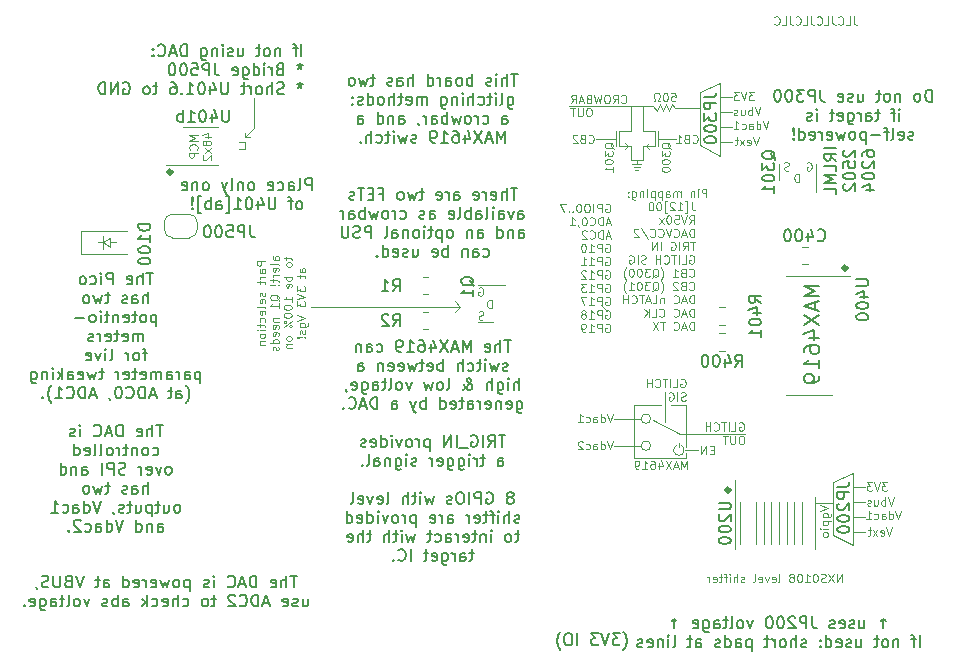
<source format=gbr>
%TF.GenerationSoftware,KiCad,Pcbnew,6.0.1*%
%TF.CreationDate,2022-02-28T04:04:16+01:00*%
%TF.ProjectId,glitcher,676c6974-6368-4657-922e-6b696361645f,4*%
%TF.SameCoordinates,Original*%
%TF.FileFunction,Legend,Bot*%
%TF.FilePolarity,Positive*%
%FSLAX46Y46*%
G04 Gerber Fmt 4.6, Leading zero omitted, Abs format (unit mm)*
G04 Created by KiCad (PCBNEW 6.0.1) date 2022-02-28 04:04:16*
%MOMM*%
%LPD*%
G01*
G04 APERTURE LIST*
%ADD10C,0.120000*%
%ADD11C,0.343981*%
%ADD12C,0.100000*%
%ADD13C,0.150000*%
G04 APERTURE END LIST*
D10*
X131191000Y-85217000D02*
X130175000Y-85217000D01*
X140766800Y-117741700D02*
X140766800Y-114211100D01*
X132638800Y-80441800D02*
X132384800Y-81076800D01*
X133908800Y-80822800D02*
X135991600Y-80822800D01*
X133908800Y-80822800D02*
X133654800Y-80441800D01*
X97536000Y-83312000D02*
X97536000Y-82931000D01*
X130810000Y-86106000D02*
X130556000Y-86106000D01*
D11*
X148478009Y-94361000D02*
G75*
G03*
X148478009Y-94361000I-171990J0D01*
G01*
D10*
X137756900Y-83667600D02*
X138709400Y-83667600D01*
X131191000Y-82804000D02*
X132207000Y-82804000D01*
X134048500Y-109389931D02*
G75*
G03*
X134429500Y-109389931I190500J-401569D01*
G01*
X85496400Y-92202000D02*
X85090000Y-92202000D01*
X133959600Y-83439000D02*
X132524500Y-83439000D01*
X115722400Y-97637600D02*
X115265200Y-97180400D01*
X139827000Y-108394500D02*
X134366000Y-108394500D01*
X103073200Y-97637600D02*
X115722400Y-97637600D01*
X130683000Y-85217000D02*
X130683000Y-85598000D01*
X98298000Y-82550000D02*
X97536000Y-83312000D01*
X131064000Y-85598000D02*
X130302000Y-85598000D01*
X149034500Y-116713000D02*
X149987000Y-116713000D01*
X133096000Y-107378500D02*
X133096000Y-104838500D01*
X85496400Y-92760800D02*
X85496400Y-91643200D01*
X144018000Y-117741700D02*
X144018000Y-114211100D01*
X136042400Y-79425800D02*
X137693400Y-78663800D01*
X149034500Y-115443000D02*
X149987000Y-115443000D01*
X134874000Y-110426500D02*
X134874000Y-110045500D01*
X131191000Y-80645000D02*
X131191000Y-82804000D01*
X132080000Y-80645000D02*
X124968000Y-80645000D01*
X129159000Y-82804000D02*
X130175000Y-82804000D01*
X136042400Y-81559400D02*
X136042400Y-83972400D01*
X129159000Y-84074000D02*
X129159000Y-82804000D01*
X136042400Y-81559400D02*
X136042400Y-79425800D01*
X130175000Y-85217000D02*
X130175000Y-84074000D01*
X148971000Y-112903000D02*
X149987000Y-112903000D01*
X127635000Y-97536000D02*
X128143000Y-98044000D01*
X129921000Y-84074000D02*
X129667000Y-84328000D01*
X86106000Y-91795600D02*
X86106000Y-92608400D01*
X131846609Y-109410500D02*
G75*
G03*
X131846609Y-109410500I-401609J0D01*
G01*
X137756900Y-82397600D02*
X138709400Y-82397600D01*
X128905000Y-83439000D02*
X127254000Y-83439000D01*
D11*
X138572009Y-113157000D02*
G75*
G03*
X138572009Y-113157000I-171990J0D01*
G01*
D10*
X134239000Y-109537500D02*
X134239000Y-109156500D01*
X134874000Y-109537500D02*
X134874000Y-105981500D01*
D11*
X91328009Y-86233000D02*
G75*
G03*
X91328009Y-86233000I-171990J0D01*
G01*
D10*
X137756900Y-81127600D02*
X138709400Y-81127600D01*
X145796000Y-114300000D02*
X147320000Y-114300000D01*
X142697200Y-117741700D02*
X142697200Y-114211100D01*
X143357600Y-117741700D02*
X143357600Y-114211100D01*
X97028000Y-83693000D02*
X97536000Y-83693000D01*
X148971000Y-117856000D02*
X147320000Y-116967000D01*
X137693400Y-79857600D02*
X138709400Y-79857600D01*
X86106000Y-91795600D02*
X85496400Y-92202000D01*
X130429000Y-110426500D02*
X134874000Y-110426500D01*
X130429000Y-105981500D02*
X130429000Y-110426500D01*
X147320000Y-114300000D02*
X147320000Y-116967000D01*
X144653000Y-117729000D02*
X144653000Y-114198400D01*
X132384800Y-81076800D02*
X132080000Y-80645000D01*
X97536000Y-83312000D02*
X97917000Y-83312000D01*
X147320000Y-112522000D02*
X148971000Y-111760000D01*
X134874000Y-105981500D02*
X133604000Y-105981500D01*
X133146800Y-80441800D02*
X132892800Y-81076800D01*
X132715000Y-105981500D02*
X130429000Y-105981500D01*
X131043391Y-107124500D02*
X128778000Y-107124500D01*
X139446000Y-117741700D02*
X139446000Y-114211100D01*
X133400800Y-81076800D02*
X133146800Y-80441800D01*
X130175000Y-82804000D02*
X130175000Y-80645000D01*
X132461000Y-82804000D02*
X132461000Y-84074000D01*
X97536000Y-83693000D02*
X97536000Y-84328000D01*
X129667000Y-83820000D02*
X129921000Y-84074000D01*
X147320000Y-114300000D02*
X147320000Y-112522000D01*
X131846609Y-107124500D02*
G75*
G03*
X131846609Y-107124500I-401609J0D01*
G01*
X142036800Y-117741700D02*
X142036800Y-114211100D01*
X86106000Y-92608400D02*
X85496400Y-92202000D01*
X141427200Y-117741700D02*
X141427200Y-114211100D01*
X132207000Y-82804000D02*
X132207000Y-84074000D01*
X131043391Y-109410500D02*
X128778000Y-109410500D01*
X134747000Y-109791500D02*
X135890000Y-109791500D01*
X134366000Y-108394500D02*
X132080000Y-107251500D01*
X128905000Y-82804000D02*
X128905000Y-84074000D01*
X133654800Y-80441800D02*
X133400800Y-81076800D01*
X137693400Y-84861400D02*
X136042400Y-83972400D01*
X148971000Y-111760000D02*
X148971000Y-117856000D01*
X98298000Y-80010000D02*
X98298000Y-82550000D01*
X130937000Y-85852000D02*
X130429000Y-85852000D01*
X131191000Y-84074000D02*
X131191000Y-85217000D01*
X137693400Y-78663800D02*
X137693400Y-84861400D01*
X97536000Y-84328000D02*
X97028000Y-84328000D01*
X132207000Y-84074000D02*
X131191000Y-84074000D01*
X132892800Y-81076800D02*
X132638800Y-80441800D01*
X131445000Y-84074000D02*
X131699000Y-83820000D01*
X115722400Y-97637600D02*
X115265200Y-98094800D01*
X129159000Y-84074000D02*
X130175000Y-84074000D01*
X86614000Y-92202000D02*
X86106000Y-92202000D01*
X131445000Y-84074000D02*
X131699000Y-84328000D01*
X149034500Y-114173000D02*
X149987000Y-114173000D01*
D12*
X152273666Y-116329666D02*
X152040333Y-117029666D01*
X151807000Y-116329666D01*
X151307000Y-116996333D02*
X151373666Y-117029666D01*
X151507000Y-117029666D01*
X151573666Y-116996333D01*
X151607000Y-116929666D01*
X151607000Y-116663000D01*
X151573666Y-116596333D01*
X151507000Y-116563000D01*
X151373666Y-116563000D01*
X151307000Y-116596333D01*
X151273666Y-116663000D01*
X151273666Y-116729666D01*
X151607000Y-116796333D01*
X151040333Y-117029666D02*
X150673666Y-116563000D01*
X151040333Y-116563000D02*
X150673666Y-117029666D01*
X150507000Y-116563000D02*
X150240333Y-116563000D01*
X150407000Y-116329666D02*
X150407000Y-116929666D01*
X150373666Y-116996333D01*
X150307000Y-117029666D01*
X150240333Y-117029666D01*
X153036400Y-114932666D02*
X152803066Y-115632666D01*
X152569733Y-114932666D01*
X152036400Y-115632666D02*
X152036400Y-114932666D01*
X152036400Y-115599333D02*
X152103066Y-115632666D01*
X152236400Y-115632666D01*
X152303066Y-115599333D01*
X152336400Y-115566000D01*
X152369733Y-115499333D01*
X152369733Y-115299333D01*
X152336400Y-115232666D01*
X152303066Y-115199333D01*
X152236400Y-115166000D01*
X152103066Y-115166000D01*
X152036400Y-115199333D01*
X151403066Y-115632666D02*
X151403066Y-115266000D01*
X151436400Y-115199333D01*
X151503066Y-115166000D01*
X151636400Y-115166000D01*
X151703066Y-115199333D01*
X151403066Y-115599333D02*
X151469733Y-115632666D01*
X151636400Y-115632666D01*
X151703066Y-115599333D01*
X151736400Y-115532666D01*
X151736400Y-115466000D01*
X151703066Y-115399333D01*
X151636400Y-115366000D01*
X151469733Y-115366000D01*
X151403066Y-115332666D01*
X150769733Y-115599333D02*
X150836400Y-115632666D01*
X150969733Y-115632666D01*
X151036400Y-115599333D01*
X151069733Y-115566000D01*
X151103066Y-115499333D01*
X151103066Y-115299333D01*
X151069733Y-115232666D01*
X151036400Y-115199333D01*
X150969733Y-115166000D01*
X150836400Y-115166000D01*
X150769733Y-115199333D01*
X150103066Y-115632666D02*
X150503066Y-115632666D01*
X150303066Y-115632666D02*
X150303066Y-114932666D01*
X150369733Y-115032666D01*
X150436400Y-115099333D01*
X150503066Y-115132666D01*
X133530133Y-84255066D02*
X133496800Y-84188400D01*
X133430133Y-84121733D01*
X133330133Y-84021733D01*
X133296800Y-83955066D01*
X133296800Y-83888400D01*
X133463466Y-83921733D02*
X133430133Y-83855066D01*
X133363466Y-83788400D01*
X133230133Y-83755066D01*
X132996800Y-83755066D01*
X132863466Y-83788400D01*
X132796800Y-83855066D01*
X132763466Y-83921733D01*
X132763466Y-84055066D01*
X132796800Y-84121733D01*
X132863466Y-84188400D01*
X132996800Y-84221733D01*
X133230133Y-84221733D01*
X133363466Y-84188400D01*
X133430133Y-84121733D01*
X133463466Y-84055066D01*
X133463466Y-83921733D01*
X132763466Y-84455066D02*
X132763466Y-84888400D01*
X133030133Y-84655066D01*
X133030133Y-84755066D01*
X133063466Y-84821733D01*
X133096800Y-84855066D01*
X133163466Y-84888400D01*
X133330133Y-84888400D01*
X133396800Y-84855066D01*
X133430133Y-84821733D01*
X133463466Y-84755066D01*
X133463466Y-84555066D01*
X133430133Y-84488400D01*
X133396800Y-84455066D01*
X132763466Y-85321733D02*
X132763466Y-85388400D01*
X132796800Y-85455066D01*
X132830133Y-85488400D01*
X132896800Y-85521733D01*
X133030133Y-85555066D01*
X133196800Y-85555066D01*
X133330133Y-85521733D01*
X133396800Y-85488400D01*
X133430133Y-85455066D01*
X133463466Y-85388400D01*
X133463466Y-85321733D01*
X133430133Y-85255066D01*
X133396800Y-85221733D01*
X133330133Y-85188400D01*
X133196800Y-85155066D01*
X133030133Y-85155066D01*
X132896800Y-85188400D01*
X132830133Y-85221733D01*
X132796800Y-85255066D01*
X132763466Y-85321733D01*
X132763466Y-85988400D02*
X132763466Y-86055066D01*
X132796800Y-86121733D01*
X132830133Y-86155066D01*
X132896800Y-86188400D01*
X133030133Y-86221733D01*
X133196800Y-86221733D01*
X133330133Y-86188400D01*
X133396800Y-86155066D01*
X133430133Y-86121733D01*
X133463466Y-86055066D01*
X133463466Y-85988400D01*
X133430133Y-85921733D01*
X133396800Y-85888400D01*
X133330133Y-85855066D01*
X133196800Y-85821733D01*
X133030133Y-85821733D01*
X132896800Y-85855066D01*
X132830133Y-85888400D01*
X132796800Y-85921733D01*
X132763466Y-85988400D01*
X128027266Y-88969600D02*
X128093933Y-88936266D01*
X128193933Y-88936266D01*
X128293933Y-88969600D01*
X128360600Y-89036266D01*
X128393933Y-89102933D01*
X128427266Y-89236266D01*
X128427266Y-89336266D01*
X128393933Y-89469600D01*
X128360600Y-89536266D01*
X128293933Y-89602933D01*
X128193933Y-89636266D01*
X128127266Y-89636266D01*
X128027266Y-89602933D01*
X127993933Y-89569600D01*
X127993933Y-89336266D01*
X128127266Y-89336266D01*
X127693933Y-89636266D02*
X127693933Y-88936266D01*
X127427266Y-88936266D01*
X127360600Y-88969600D01*
X127327266Y-89002933D01*
X127293933Y-89069600D01*
X127293933Y-89169600D01*
X127327266Y-89236266D01*
X127360600Y-89269600D01*
X127427266Y-89302933D01*
X127693933Y-89302933D01*
X126993933Y-89636266D02*
X126993933Y-88936266D01*
X126527266Y-88936266D02*
X126393933Y-88936266D01*
X126327266Y-88969600D01*
X126260600Y-89036266D01*
X126227266Y-89169600D01*
X126227266Y-89402933D01*
X126260600Y-89536266D01*
X126327266Y-89602933D01*
X126393933Y-89636266D01*
X126527266Y-89636266D01*
X126593933Y-89602933D01*
X126660600Y-89536266D01*
X126693933Y-89402933D01*
X126693933Y-89169600D01*
X126660600Y-89036266D01*
X126593933Y-88969600D01*
X126527266Y-88936266D01*
X125793933Y-88936266D02*
X125727266Y-88936266D01*
X125660600Y-88969600D01*
X125627266Y-89002933D01*
X125593933Y-89069600D01*
X125560600Y-89202933D01*
X125560600Y-89369600D01*
X125593933Y-89502933D01*
X125627266Y-89569600D01*
X125660600Y-89602933D01*
X125727266Y-89636266D01*
X125793933Y-89636266D01*
X125860600Y-89602933D01*
X125893933Y-89569600D01*
X125927266Y-89502933D01*
X125960600Y-89369600D01*
X125960600Y-89202933D01*
X125927266Y-89069600D01*
X125893933Y-89002933D01*
X125860600Y-88969600D01*
X125793933Y-88936266D01*
X125260600Y-89569600D02*
X125227266Y-89602933D01*
X125260600Y-89636266D01*
X125293933Y-89602933D01*
X125260600Y-89569600D01*
X125260600Y-89636266D01*
X124927266Y-89569600D02*
X124893933Y-89602933D01*
X124927266Y-89636266D01*
X124960600Y-89602933D01*
X124927266Y-89569600D01*
X124927266Y-89636266D01*
X124660600Y-88936266D02*
X124193933Y-88936266D01*
X124493933Y-89636266D01*
X128427266Y-90563266D02*
X128093933Y-90563266D01*
X128493933Y-90763266D02*
X128260600Y-90063266D01*
X128027266Y-90763266D01*
X127793933Y-90763266D02*
X127793933Y-90063266D01*
X127627266Y-90063266D01*
X127527266Y-90096600D01*
X127460600Y-90163266D01*
X127427266Y-90229933D01*
X127393933Y-90363266D01*
X127393933Y-90463266D01*
X127427266Y-90596600D01*
X127460600Y-90663266D01*
X127527266Y-90729933D01*
X127627266Y-90763266D01*
X127793933Y-90763266D01*
X126693933Y-90696600D02*
X126727266Y-90729933D01*
X126827266Y-90763266D01*
X126893933Y-90763266D01*
X126993933Y-90729933D01*
X127060600Y-90663266D01*
X127093933Y-90596600D01*
X127127266Y-90463266D01*
X127127266Y-90363266D01*
X127093933Y-90229933D01*
X127060600Y-90163266D01*
X126993933Y-90096600D01*
X126893933Y-90063266D01*
X126827266Y-90063266D01*
X126727266Y-90096600D01*
X126693933Y-90129933D01*
X126260600Y-90063266D02*
X126193933Y-90063266D01*
X126127266Y-90096600D01*
X126093933Y-90129933D01*
X126060600Y-90196600D01*
X126027266Y-90329933D01*
X126027266Y-90496600D01*
X126060600Y-90629933D01*
X126093933Y-90696600D01*
X126127266Y-90729933D01*
X126193933Y-90763266D01*
X126260600Y-90763266D01*
X126327266Y-90729933D01*
X126360600Y-90696600D01*
X126393933Y-90629933D01*
X126427266Y-90496600D01*
X126427266Y-90329933D01*
X126393933Y-90196600D01*
X126360600Y-90129933D01*
X126327266Y-90096600D01*
X126260600Y-90063266D01*
X125693933Y-90729933D02*
X125693933Y-90763266D01*
X125727266Y-90829933D01*
X125760600Y-90863266D01*
X125027266Y-90763266D02*
X125427266Y-90763266D01*
X125227266Y-90763266D02*
X125227266Y-90063266D01*
X125293933Y-90163266D01*
X125360600Y-90229933D01*
X125427266Y-90263266D01*
X128427266Y-91690266D02*
X128093933Y-91690266D01*
X128493933Y-91890266D02*
X128260600Y-91190266D01*
X128027266Y-91890266D01*
X127793933Y-91890266D02*
X127793933Y-91190266D01*
X127627266Y-91190266D01*
X127527266Y-91223600D01*
X127460600Y-91290266D01*
X127427266Y-91356933D01*
X127393933Y-91490266D01*
X127393933Y-91590266D01*
X127427266Y-91723600D01*
X127460600Y-91790266D01*
X127527266Y-91856933D01*
X127627266Y-91890266D01*
X127793933Y-91890266D01*
X126693933Y-91823600D02*
X126727266Y-91856933D01*
X126827266Y-91890266D01*
X126893933Y-91890266D01*
X126993933Y-91856933D01*
X127060600Y-91790266D01*
X127093933Y-91723600D01*
X127127266Y-91590266D01*
X127127266Y-91490266D01*
X127093933Y-91356933D01*
X127060600Y-91290266D01*
X126993933Y-91223600D01*
X126893933Y-91190266D01*
X126827266Y-91190266D01*
X126727266Y-91223600D01*
X126693933Y-91256933D01*
X126427266Y-91256933D02*
X126393933Y-91223600D01*
X126327266Y-91190266D01*
X126160600Y-91190266D01*
X126093933Y-91223600D01*
X126060600Y-91256933D01*
X126027266Y-91323600D01*
X126027266Y-91390266D01*
X126060600Y-91490266D01*
X126460600Y-91890266D01*
X126027266Y-91890266D01*
X128027266Y-92350600D02*
X128093933Y-92317266D01*
X128193933Y-92317266D01*
X128293933Y-92350600D01*
X128360600Y-92417266D01*
X128393933Y-92483933D01*
X128427266Y-92617266D01*
X128427266Y-92717266D01*
X128393933Y-92850600D01*
X128360600Y-92917266D01*
X128293933Y-92983933D01*
X128193933Y-93017266D01*
X128127266Y-93017266D01*
X128027266Y-92983933D01*
X127993933Y-92950600D01*
X127993933Y-92717266D01*
X128127266Y-92717266D01*
X127693933Y-93017266D02*
X127693933Y-92317266D01*
X127427266Y-92317266D01*
X127360600Y-92350600D01*
X127327266Y-92383933D01*
X127293933Y-92450600D01*
X127293933Y-92550600D01*
X127327266Y-92617266D01*
X127360600Y-92650600D01*
X127427266Y-92683933D01*
X127693933Y-92683933D01*
X126627266Y-93017266D02*
X127027266Y-93017266D01*
X126827266Y-93017266D02*
X126827266Y-92317266D01*
X126893933Y-92417266D01*
X126960600Y-92483933D01*
X127027266Y-92517266D01*
X126193933Y-92317266D02*
X126127266Y-92317266D01*
X126060600Y-92350600D01*
X126027266Y-92383933D01*
X125993933Y-92450600D01*
X125960600Y-92583933D01*
X125960600Y-92750600D01*
X125993933Y-92883933D01*
X126027266Y-92950600D01*
X126060600Y-92983933D01*
X126127266Y-93017266D01*
X126193933Y-93017266D01*
X126260600Y-92983933D01*
X126293933Y-92950600D01*
X126327266Y-92883933D01*
X126360600Y-92750600D01*
X126360600Y-92583933D01*
X126327266Y-92450600D01*
X126293933Y-92383933D01*
X126260600Y-92350600D01*
X126193933Y-92317266D01*
X128027266Y-93477600D02*
X128093933Y-93444266D01*
X128193933Y-93444266D01*
X128293933Y-93477600D01*
X128360600Y-93544266D01*
X128393933Y-93610933D01*
X128427266Y-93744266D01*
X128427266Y-93844266D01*
X128393933Y-93977600D01*
X128360600Y-94044266D01*
X128293933Y-94110933D01*
X128193933Y-94144266D01*
X128127266Y-94144266D01*
X128027266Y-94110933D01*
X127993933Y-94077600D01*
X127993933Y-93844266D01*
X128127266Y-93844266D01*
X127693933Y-94144266D02*
X127693933Y-93444266D01*
X127427266Y-93444266D01*
X127360600Y-93477600D01*
X127327266Y-93510933D01*
X127293933Y-93577600D01*
X127293933Y-93677600D01*
X127327266Y-93744266D01*
X127360600Y-93777600D01*
X127427266Y-93810933D01*
X127693933Y-93810933D01*
X126627266Y-94144266D02*
X127027266Y-94144266D01*
X126827266Y-94144266D02*
X126827266Y-93444266D01*
X126893933Y-93544266D01*
X126960600Y-93610933D01*
X127027266Y-93644266D01*
X125960600Y-94144266D02*
X126360600Y-94144266D01*
X126160600Y-94144266D02*
X126160600Y-93444266D01*
X126227266Y-93544266D01*
X126293933Y-93610933D01*
X126360600Y-93644266D01*
X128027266Y-94604600D02*
X128093933Y-94571266D01*
X128193933Y-94571266D01*
X128293933Y-94604600D01*
X128360600Y-94671266D01*
X128393933Y-94737933D01*
X128427266Y-94871266D01*
X128427266Y-94971266D01*
X128393933Y-95104600D01*
X128360600Y-95171266D01*
X128293933Y-95237933D01*
X128193933Y-95271266D01*
X128127266Y-95271266D01*
X128027266Y-95237933D01*
X127993933Y-95204600D01*
X127993933Y-94971266D01*
X128127266Y-94971266D01*
X127693933Y-95271266D02*
X127693933Y-94571266D01*
X127427266Y-94571266D01*
X127360600Y-94604600D01*
X127327266Y-94637933D01*
X127293933Y-94704600D01*
X127293933Y-94804600D01*
X127327266Y-94871266D01*
X127360600Y-94904600D01*
X127427266Y-94937933D01*
X127693933Y-94937933D01*
X126627266Y-95271266D02*
X127027266Y-95271266D01*
X126827266Y-95271266D02*
X126827266Y-94571266D01*
X126893933Y-94671266D01*
X126960600Y-94737933D01*
X127027266Y-94771266D01*
X126360600Y-94637933D02*
X126327266Y-94604600D01*
X126260600Y-94571266D01*
X126093933Y-94571266D01*
X126027266Y-94604600D01*
X125993933Y-94637933D01*
X125960600Y-94704600D01*
X125960600Y-94771266D01*
X125993933Y-94871266D01*
X126393933Y-95271266D01*
X125960600Y-95271266D01*
X128027266Y-95731600D02*
X128093933Y-95698266D01*
X128193933Y-95698266D01*
X128293933Y-95731600D01*
X128360600Y-95798266D01*
X128393933Y-95864933D01*
X128427266Y-95998266D01*
X128427266Y-96098266D01*
X128393933Y-96231600D01*
X128360600Y-96298266D01*
X128293933Y-96364933D01*
X128193933Y-96398266D01*
X128127266Y-96398266D01*
X128027266Y-96364933D01*
X127993933Y-96331600D01*
X127993933Y-96098266D01*
X128127266Y-96098266D01*
X127693933Y-96398266D02*
X127693933Y-95698266D01*
X127427266Y-95698266D01*
X127360600Y-95731600D01*
X127327266Y-95764933D01*
X127293933Y-95831600D01*
X127293933Y-95931600D01*
X127327266Y-95998266D01*
X127360600Y-96031600D01*
X127427266Y-96064933D01*
X127693933Y-96064933D01*
X126627266Y-96398266D02*
X127027266Y-96398266D01*
X126827266Y-96398266D02*
X126827266Y-95698266D01*
X126893933Y-95798266D01*
X126960600Y-95864933D01*
X127027266Y-95898266D01*
X126393933Y-95698266D02*
X125960600Y-95698266D01*
X126193933Y-95964933D01*
X126093933Y-95964933D01*
X126027266Y-95998266D01*
X125993933Y-96031600D01*
X125960600Y-96098266D01*
X125960600Y-96264933D01*
X125993933Y-96331600D01*
X126027266Y-96364933D01*
X126093933Y-96398266D01*
X126293933Y-96398266D01*
X126360600Y-96364933D01*
X126393933Y-96331600D01*
X128027266Y-96858600D02*
X128093933Y-96825266D01*
X128193933Y-96825266D01*
X128293933Y-96858600D01*
X128360600Y-96925266D01*
X128393933Y-96991933D01*
X128427266Y-97125266D01*
X128427266Y-97225266D01*
X128393933Y-97358600D01*
X128360600Y-97425266D01*
X128293933Y-97491933D01*
X128193933Y-97525266D01*
X128127266Y-97525266D01*
X128027266Y-97491933D01*
X127993933Y-97458600D01*
X127993933Y-97225266D01*
X128127266Y-97225266D01*
X127693933Y-97525266D02*
X127693933Y-96825266D01*
X127427266Y-96825266D01*
X127360600Y-96858600D01*
X127327266Y-96891933D01*
X127293933Y-96958600D01*
X127293933Y-97058600D01*
X127327266Y-97125266D01*
X127360600Y-97158600D01*
X127427266Y-97191933D01*
X127693933Y-97191933D01*
X126627266Y-97525266D02*
X127027266Y-97525266D01*
X126827266Y-97525266D02*
X126827266Y-96825266D01*
X126893933Y-96925266D01*
X126960600Y-96991933D01*
X127027266Y-97025266D01*
X126393933Y-96825266D02*
X125927266Y-96825266D01*
X126227266Y-97525266D01*
X128027266Y-97985600D02*
X128093933Y-97952266D01*
X128193933Y-97952266D01*
X128293933Y-97985600D01*
X128360600Y-98052266D01*
X128393933Y-98118933D01*
X128427266Y-98252266D01*
X128427266Y-98352266D01*
X128393933Y-98485600D01*
X128360600Y-98552266D01*
X128293933Y-98618933D01*
X128193933Y-98652266D01*
X128127266Y-98652266D01*
X128027266Y-98618933D01*
X127993933Y-98585600D01*
X127993933Y-98352266D01*
X128127266Y-98352266D01*
X127693933Y-98652266D02*
X127693933Y-97952266D01*
X127427266Y-97952266D01*
X127360600Y-97985600D01*
X127327266Y-98018933D01*
X127293933Y-98085600D01*
X127293933Y-98185600D01*
X127327266Y-98252266D01*
X127360600Y-98285600D01*
X127427266Y-98318933D01*
X127693933Y-98318933D01*
X126627266Y-98652266D02*
X127027266Y-98652266D01*
X126827266Y-98652266D02*
X126827266Y-97952266D01*
X126893933Y-98052266D01*
X126960600Y-98118933D01*
X127027266Y-98152266D01*
X126227266Y-98252266D02*
X126293933Y-98218933D01*
X126327266Y-98185600D01*
X126360600Y-98118933D01*
X126360600Y-98085600D01*
X126327266Y-98018933D01*
X126293933Y-97985600D01*
X126227266Y-97952266D01*
X126093933Y-97952266D01*
X126027266Y-97985600D01*
X125993933Y-98018933D01*
X125960600Y-98085600D01*
X125960600Y-98118933D01*
X125993933Y-98185600D01*
X126027266Y-98218933D01*
X126093933Y-98252266D01*
X126227266Y-98252266D01*
X126293933Y-98285600D01*
X126327266Y-98318933D01*
X126360600Y-98385600D01*
X126360600Y-98518933D01*
X126327266Y-98585600D01*
X126293933Y-98618933D01*
X126227266Y-98652266D01*
X126093933Y-98652266D01*
X126027266Y-98618933D01*
X125993933Y-98585600D01*
X125960600Y-98518933D01*
X125960600Y-98385600D01*
X125993933Y-98318933D01*
X126027266Y-98285600D01*
X126093933Y-98252266D01*
X128027266Y-99112600D02*
X128093933Y-99079266D01*
X128193933Y-99079266D01*
X128293933Y-99112600D01*
X128360600Y-99179266D01*
X128393933Y-99245933D01*
X128427266Y-99379266D01*
X128427266Y-99479266D01*
X128393933Y-99612600D01*
X128360600Y-99679266D01*
X128293933Y-99745933D01*
X128193933Y-99779266D01*
X128127266Y-99779266D01*
X128027266Y-99745933D01*
X127993933Y-99712600D01*
X127993933Y-99479266D01*
X128127266Y-99479266D01*
X127693933Y-99779266D02*
X127693933Y-99079266D01*
X127427266Y-99079266D01*
X127360600Y-99112600D01*
X127327266Y-99145933D01*
X127293933Y-99212600D01*
X127293933Y-99312600D01*
X127327266Y-99379266D01*
X127360600Y-99412600D01*
X127427266Y-99445933D01*
X127693933Y-99445933D01*
X126627266Y-99779266D02*
X127027266Y-99779266D01*
X126827266Y-99779266D02*
X126827266Y-99079266D01*
X126893933Y-99179266D01*
X126960600Y-99245933D01*
X127027266Y-99279266D01*
X126293933Y-99779266D02*
X126160600Y-99779266D01*
X126093933Y-99745933D01*
X126060600Y-99712600D01*
X125993933Y-99612600D01*
X125960600Y-99479266D01*
X125960600Y-99212600D01*
X125993933Y-99145933D01*
X126027266Y-99112600D01*
X126093933Y-99079266D01*
X126227266Y-99079266D01*
X126293933Y-99112600D01*
X126327266Y-99145933D01*
X126360600Y-99212600D01*
X126360600Y-99379266D01*
X126327266Y-99445933D01*
X126293933Y-99479266D01*
X126227266Y-99512600D01*
X126093933Y-99512600D01*
X126027266Y-99479266D01*
X125993933Y-99445933D01*
X125960600Y-99379266D01*
D13*
X102280404Y-76439380D02*
X102280404Y-75439380D01*
X101947071Y-75772714D02*
X101566119Y-75772714D01*
X101804214Y-76439380D02*
X101804214Y-75582238D01*
X101756595Y-75487000D01*
X101661357Y-75439380D01*
X101566119Y-75439380D01*
X100470880Y-75772714D02*
X100470880Y-76439380D01*
X100470880Y-75867952D02*
X100423261Y-75820333D01*
X100328023Y-75772714D01*
X100185166Y-75772714D01*
X100089928Y-75820333D01*
X100042309Y-75915571D01*
X100042309Y-76439380D01*
X99423261Y-76439380D02*
X99518500Y-76391761D01*
X99566119Y-76344142D01*
X99613738Y-76248904D01*
X99613738Y-75963190D01*
X99566119Y-75867952D01*
X99518500Y-75820333D01*
X99423261Y-75772714D01*
X99280404Y-75772714D01*
X99185166Y-75820333D01*
X99137547Y-75867952D01*
X99089928Y-75963190D01*
X99089928Y-76248904D01*
X99137547Y-76344142D01*
X99185166Y-76391761D01*
X99280404Y-76439380D01*
X99423261Y-76439380D01*
X98804214Y-75772714D02*
X98423261Y-75772714D01*
X98661357Y-75439380D02*
X98661357Y-76296523D01*
X98613738Y-76391761D01*
X98518500Y-76439380D01*
X98423261Y-76439380D01*
X96899452Y-75772714D02*
X96899452Y-76439380D01*
X97328023Y-75772714D02*
X97328023Y-76296523D01*
X97280404Y-76391761D01*
X97185166Y-76439380D01*
X97042309Y-76439380D01*
X96947071Y-76391761D01*
X96899452Y-76344142D01*
X96470880Y-76391761D02*
X96375642Y-76439380D01*
X96185166Y-76439380D01*
X96089928Y-76391761D01*
X96042309Y-76296523D01*
X96042309Y-76248904D01*
X96089928Y-76153666D01*
X96185166Y-76106047D01*
X96328023Y-76106047D01*
X96423261Y-76058428D01*
X96470880Y-75963190D01*
X96470880Y-75915571D01*
X96423261Y-75820333D01*
X96328023Y-75772714D01*
X96185166Y-75772714D01*
X96089928Y-75820333D01*
X95613738Y-76439380D02*
X95613738Y-75772714D01*
X95613738Y-75439380D02*
X95661357Y-75487000D01*
X95613738Y-75534619D01*
X95566119Y-75487000D01*
X95613738Y-75439380D01*
X95613738Y-75534619D01*
X95137547Y-75772714D02*
X95137547Y-76439380D01*
X95137547Y-75867952D02*
X95089928Y-75820333D01*
X94994690Y-75772714D01*
X94851833Y-75772714D01*
X94756595Y-75820333D01*
X94708976Y-75915571D01*
X94708976Y-76439380D01*
X93804214Y-75772714D02*
X93804214Y-76582238D01*
X93851833Y-76677476D01*
X93899452Y-76725095D01*
X93994690Y-76772714D01*
X94137547Y-76772714D01*
X94232785Y-76725095D01*
X93804214Y-76391761D02*
X93899452Y-76439380D01*
X94089928Y-76439380D01*
X94185166Y-76391761D01*
X94232785Y-76344142D01*
X94280404Y-76248904D01*
X94280404Y-75963190D01*
X94232785Y-75867952D01*
X94185166Y-75820333D01*
X94089928Y-75772714D01*
X93899452Y-75772714D01*
X93804214Y-75820333D01*
X92566119Y-76439380D02*
X92566119Y-75439380D01*
X92328023Y-75439380D01*
X92185166Y-75487000D01*
X92089928Y-75582238D01*
X92042309Y-75677476D01*
X91994690Y-75867952D01*
X91994690Y-76010809D01*
X92042309Y-76201285D01*
X92089928Y-76296523D01*
X92185166Y-76391761D01*
X92328023Y-76439380D01*
X92566119Y-76439380D01*
X91613738Y-76153666D02*
X91137547Y-76153666D01*
X91708976Y-76439380D02*
X91375642Y-75439380D01*
X91042309Y-76439380D01*
X90137547Y-76344142D02*
X90185166Y-76391761D01*
X90328023Y-76439380D01*
X90423261Y-76439380D01*
X90566119Y-76391761D01*
X90661357Y-76296523D01*
X90708976Y-76201285D01*
X90756595Y-76010809D01*
X90756595Y-75867952D01*
X90708976Y-75677476D01*
X90661357Y-75582238D01*
X90566119Y-75487000D01*
X90423261Y-75439380D01*
X90328023Y-75439380D01*
X90185166Y-75487000D01*
X90137547Y-75534619D01*
X89708976Y-76344142D02*
X89661357Y-76391761D01*
X89708976Y-76439380D01*
X89756595Y-76391761D01*
X89708976Y-76344142D01*
X89708976Y-76439380D01*
X89708976Y-75820333D02*
X89661357Y-75867952D01*
X89708976Y-75915571D01*
X89756595Y-75867952D01*
X89708976Y-75820333D01*
X89708976Y-75915571D01*
X102137547Y-77049380D02*
X102137547Y-77287476D01*
X102375642Y-77192238D02*
X102137547Y-77287476D01*
X101899452Y-77192238D01*
X102280404Y-77477952D02*
X102137547Y-77287476D01*
X101994690Y-77477952D01*
X100423261Y-77525571D02*
X100280404Y-77573190D01*
X100232785Y-77620809D01*
X100185166Y-77716047D01*
X100185166Y-77858904D01*
X100232785Y-77954142D01*
X100280404Y-78001761D01*
X100375642Y-78049380D01*
X100756595Y-78049380D01*
X100756595Y-77049380D01*
X100423261Y-77049380D01*
X100328023Y-77097000D01*
X100280404Y-77144619D01*
X100232785Y-77239857D01*
X100232785Y-77335095D01*
X100280404Y-77430333D01*
X100328023Y-77477952D01*
X100423261Y-77525571D01*
X100756595Y-77525571D01*
X99756595Y-78049380D02*
X99756595Y-77382714D01*
X99756595Y-77573190D02*
X99708976Y-77477952D01*
X99661357Y-77430333D01*
X99566119Y-77382714D01*
X99470880Y-77382714D01*
X99137547Y-78049380D02*
X99137547Y-77382714D01*
X99137547Y-77049380D02*
X99185166Y-77097000D01*
X99137547Y-77144619D01*
X99089928Y-77097000D01*
X99137547Y-77049380D01*
X99137547Y-77144619D01*
X98232785Y-78049380D02*
X98232785Y-77049380D01*
X98232785Y-78001761D02*
X98328023Y-78049380D01*
X98518500Y-78049380D01*
X98613738Y-78001761D01*
X98661357Y-77954142D01*
X98708976Y-77858904D01*
X98708976Y-77573190D01*
X98661357Y-77477952D01*
X98613738Y-77430333D01*
X98518500Y-77382714D01*
X98328023Y-77382714D01*
X98232785Y-77430333D01*
X97328023Y-77382714D02*
X97328023Y-78192238D01*
X97375642Y-78287476D01*
X97423261Y-78335095D01*
X97518500Y-78382714D01*
X97661357Y-78382714D01*
X97756595Y-78335095D01*
X97328023Y-78001761D02*
X97423261Y-78049380D01*
X97613738Y-78049380D01*
X97708976Y-78001761D01*
X97756595Y-77954142D01*
X97804214Y-77858904D01*
X97804214Y-77573190D01*
X97756595Y-77477952D01*
X97708976Y-77430333D01*
X97613738Y-77382714D01*
X97423261Y-77382714D01*
X97328023Y-77430333D01*
X96470880Y-78001761D02*
X96566119Y-78049380D01*
X96756595Y-78049380D01*
X96851833Y-78001761D01*
X96899452Y-77906523D01*
X96899452Y-77525571D01*
X96851833Y-77430333D01*
X96756595Y-77382714D01*
X96566119Y-77382714D01*
X96470880Y-77430333D01*
X96423261Y-77525571D01*
X96423261Y-77620809D01*
X96899452Y-77716047D01*
X94947071Y-77049380D02*
X94947071Y-77763666D01*
X94994690Y-77906523D01*
X95089928Y-78001761D01*
X95232785Y-78049380D01*
X95328023Y-78049380D01*
X94470880Y-78049380D02*
X94470880Y-77049380D01*
X94089928Y-77049380D01*
X93994690Y-77097000D01*
X93947071Y-77144619D01*
X93899452Y-77239857D01*
X93899452Y-77382714D01*
X93947071Y-77477952D01*
X93994690Y-77525571D01*
X94089928Y-77573190D01*
X94470880Y-77573190D01*
X92994690Y-77049380D02*
X93470880Y-77049380D01*
X93518500Y-77525571D01*
X93470880Y-77477952D01*
X93375642Y-77430333D01*
X93137547Y-77430333D01*
X93042309Y-77477952D01*
X92994690Y-77525571D01*
X92947071Y-77620809D01*
X92947071Y-77858904D01*
X92994690Y-77954142D01*
X93042309Y-78001761D01*
X93137547Y-78049380D01*
X93375642Y-78049380D01*
X93470880Y-78001761D01*
X93518500Y-77954142D01*
X92328023Y-77049380D02*
X92232785Y-77049380D01*
X92137547Y-77097000D01*
X92089928Y-77144619D01*
X92042309Y-77239857D01*
X91994690Y-77430333D01*
X91994690Y-77668428D01*
X92042309Y-77858904D01*
X92089928Y-77954142D01*
X92137547Y-78001761D01*
X92232785Y-78049380D01*
X92328023Y-78049380D01*
X92423261Y-78001761D01*
X92470880Y-77954142D01*
X92518500Y-77858904D01*
X92566119Y-77668428D01*
X92566119Y-77430333D01*
X92518500Y-77239857D01*
X92470880Y-77144619D01*
X92423261Y-77097000D01*
X92328023Y-77049380D01*
X91375642Y-77049380D02*
X91280404Y-77049380D01*
X91185166Y-77097000D01*
X91137547Y-77144619D01*
X91089928Y-77239857D01*
X91042309Y-77430333D01*
X91042309Y-77668428D01*
X91089928Y-77858904D01*
X91137547Y-77954142D01*
X91185166Y-78001761D01*
X91280404Y-78049380D01*
X91375642Y-78049380D01*
X91470880Y-78001761D01*
X91518500Y-77954142D01*
X91566119Y-77858904D01*
X91613738Y-77668428D01*
X91613738Y-77430333D01*
X91566119Y-77239857D01*
X91518500Y-77144619D01*
X91470880Y-77097000D01*
X91375642Y-77049380D01*
X102137547Y-78659380D02*
X102137547Y-78897476D01*
X102375642Y-78802238D02*
X102137547Y-78897476D01*
X101899452Y-78802238D01*
X102280404Y-79087952D02*
X102137547Y-78897476D01*
X101994690Y-79087952D01*
X100804214Y-79611761D02*
X100661357Y-79659380D01*
X100423261Y-79659380D01*
X100328023Y-79611761D01*
X100280404Y-79564142D01*
X100232785Y-79468904D01*
X100232785Y-79373666D01*
X100280404Y-79278428D01*
X100328023Y-79230809D01*
X100423261Y-79183190D01*
X100613738Y-79135571D01*
X100708976Y-79087952D01*
X100756595Y-79040333D01*
X100804214Y-78945095D01*
X100804214Y-78849857D01*
X100756595Y-78754619D01*
X100708976Y-78707000D01*
X100613738Y-78659380D01*
X100375642Y-78659380D01*
X100232785Y-78707000D01*
X99804214Y-79659380D02*
X99804214Y-78659380D01*
X99375642Y-79659380D02*
X99375642Y-79135571D01*
X99423261Y-79040333D01*
X99518500Y-78992714D01*
X99661357Y-78992714D01*
X99756595Y-79040333D01*
X99804214Y-79087952D01*
X98756595Y-79659380D02*
X98851833Y-79611761D01*
X98899452Y-79564142D01*
X98947071Y-79468904D01*
X98947071Y-79183190D01*
X98899452Y-79087952D01*
X98851833Y-79040333D01*
X98756595Y-78992714D01*
X98613738Y-78992714D01*
X98518500Y-79040333D01*
X98470880Y-79087952D01*
X98423261Y-79183190D01*
X98423261Y-79468904D01*
X98470880Y-79564142D01*
X98518500Y-79611761D01*
X98613738Y-79659380D01*
X98756595Y-79659380D01*
X97994690Y-79659380D02*
X97994690Y-78992714D01*
X97994690Y-79183190D02*
X97947071Y-79087952D01*
X97899452Y-79040333D01*
X97804214Y-78992714D01*
X97708976Y-78992714D01*
X97518500Y-78992714D02*
X97137547Y-78992714D01*
X97375642Y-78659380D02*
X97375642Y-79516523D01*
X97328023Y-79611761D01*
X97232785Y-79659380D01*
X97137547Y-79659380D01*
X96042309Y-78659380D02*
X96042309Y-79468904D01*
X95994690Y-79564142D01*
X95947071Y-79611761D01*
X95851833Y-79659380D01*
X95661357Y-79659380D01*
X95566119Y-79611761D01*
X95518500Y-79564142D01*
X95470880Y-79468904D01*
X95470880Y-78659380D01*
X94566119Y-78992714D02*
X94566119Y-79659380D01*
X94804214Y-78611761D02*
X95042309Y-79326047D01*
X94423261Y-79326047D01*
X93851833Y-78659380D02*
X93756595Y-78659380D01*
X93661357Y-78707000D01*
X93613738Y-78754619D01*
X93566119Y-78849857D01*
X93518500Y-79040333D01*
X93518500Y-79278428D01*
X93566119Y-79468904D01*
X93613738Y-79564142D01*
X93661357Y-79611761D01*
X93756595Y-79659380D01*
X93851833Y-79659380D01*
X93947071Y-79611761D01*
X93994690Y-79564142D01*
X94042309Y-79468904D01*
X94089928Y-79278428D01*
X94089928Y-79040333D01*
X94042309Y-78849857D01*
X93994690Y-78754619D01*
X93947071Y-78707000D01*
X93851833Y-78659380D01*
X92566119Y-79659380D02*
X93137547Y-79659380D01*
X92851833Y-79659380D02*
X92851833Y-78659380D01*
X92947071Y-78802238D01*
X93042309Y-78897476D01*
X93137547Y-78945095D01*
X92137547Y-79564142D02*
X92089928Y-79611761D01*
X92137547Y-79659380D01*
X92185166Y-79611761D01*
X92137547Y-79564142D01*
X92137547Y-79659380D01*
X91232785Y-78659380D02*
X91423261Y-78659380D01*
X91518500Y-78707000D01*
X91566119Y-78754619D01*
X91661357Y-78897476D01*
X91708976Y-79087952D01*
X91708976Y-79468904D01*
X91661357Y-79564142D01*
X91613738Y-79611761D01*
X91518500Y-79659380D01*
X91328023Y-79659380D01*
X91232785Y-79611761D01*
X91185166Y-79564142D01*
X91137547Y-79468904D01*
X91137547Y-79230809D01*
X91185166Y-79135571D01*
X91232785Y-79087952D01*
X91328023Y-79040333D01*
X91518500Y-79040333D01*
X91613738Y-79087952D01*
X91661357Y-79135571D01*
X91708976Y-79230809D01*
X90089928Y-78992714D02*
X89708976Y-78992714D01*
X89947071Y-78659380D02*
X89947071Y-79516523D01*
X89899452Y-79611761D01*
X89804214Y-79659380D01*
X89708976Y-79659380D01*
X89232785Y-79659380D02*
X89328023Y-79611761D01*
X89375642Y-79564142D01*
X89423261Y-79468904D01*
X89423261Y-79183190D01*
X89375642Y-79087952D01*
X89328023Y-79040333D01*
X89232785Y-78992714D01*
X89089928Y-78992714D01*
X88994690Y-79040333D01*
X88947071Y-79087952D01*
X88899452Y-79183190D01*
X88899452Y-79468904D01*
X88947071Y-79564142D01*
X88994690Y-79611761D01*
X89089928Y-79659380D01*
X89232785Y-79659380D01*
X87185166Y-78707000D02*
X87280404Y-78659380D01*
X87423261Y-78659380D01*
X87566119Y-78707000D01*
X87661357Y-78802238D01*
X87708976Y-78897476D01*
X87756595Y-79087952D01*
X87756595Y-79230809D01*
X87708976Y-79421285D01*
X87661357Y-79516523D01*
X87566119Y-79611761D01*
X87423261Y-79659380D01*
X87328023Y-79659380D01*
X87185166Y-79611761D01*
X87137547Y-79564142D01*
X87137547Y-79230809D01*
X87328023Y-79230809D01*
X86708976Y-79659380D02*
X86708976Y-78659380D01*
X86137547Y-79659380D01*
X86137547Y-78659380D01*
X85661357Y-79659380D02*
X85661357Y-78659380D01*
X85423261Y-78659380D01*
X85280404Y-78707000D01*
X85185166Y-78802238D01*
X85137547Y-78897476D01*
X85089928Y-79087952D01*
X85089928Y-79230809D01*
X85137547Y-79421285D01*
X85185166Y-79516523D01*
X85280404Y-79611761D01*
X85423261Y-79659380D01*
X85661357Y-79659380D01*
D12*
X117675000Y-98708333D02*
X117575000Y-98741666D01*
X117408333Y-98741666D01*
X117341666Y-98708333D01*
X117308333Y-98675000D01*
X117275000Y-98608333D01*
X117275000Y-98541666D01*
X117308333Y-98475000D01*
X117341666Y-98441666D01*
X117408333Y-98408333D01*
X117541666Y-98375000D01*
X117608333Y-98341666D01*
X117641666Y-98308333D01*
X117675000Y-98241666D01*
X117675000Y-98175000D01*
X117641666Y-98108333D01*
X117608333Y-98075000D01*
X117541666Y-98041666D01*
X117375000Y-98041666D01*
X117275000Y-98075000D01*
X117291666Y-96043000D02*
X117358333Y-96009666D01*
X117458333Y-96009666D01*
X117558333Y-96043000D01*
X117625000Y-96109666D01*
X117658333Y-96176333D01*
X117691666Y-96309666D01*
X117691666Y-96409666D01*
X117658333Y-96543000D01*
X117625000Y-96609666D01*
X117558333Y-96676333D01*
X117458333Y-96709666D01*
X117391666Y-96709666D01*
X117291666Y-96676333D01*
X117258333Y-96643000D01*
X117258333Y-96409666D01*
X117391666Y-96409666D01*
X141129400Y-80744266D02*
X140896066Y-81444266D01*
X140662733Y-80744266D01*
X140429400Y-81444266D02*
X140429400Y-80744266D01*
X140429400Y-81010933D02*
X140362733Y-80977600D01*
X140229400Y-80977600D01*
X140162733Y-81010933D01*
X140129400Y-81044266D01*
X140096066Y-81110933D01*
X140096066Y-81310933D01*
X140129400Y-81377600D01*
X140162733Y-81410933D01*
X140229400Y-81444266D01*
X140362733Y-81444266D01*
X140429400Y-81410933D01*
X139496066Y-80977600D02*
X139496066Y-81444266D01*
X139796066Y-80977600D02*
X139796066Y-81344266D01*
X139762733Y-81410933D01*
X139696066Y-81444266D01*
X139596066Y-81444266D01*
X139529400Y-81410933D01*
X139496066Y-81377600D01*
X139196066Y-81410933D02*
X139129400Y-81444266D01*
X138996066Y-81444266D01*
X138929400Y-81410933D01*
X138896066Y-81344266D01*
X138896066Y-81310933D01*
X138929400Y-81244266D01*
X138996066Y-81210933D01*
X139096066Y-81210933D01*
X139162733Y-81177600D01*
X139196066Y-81110933D01*
X139196066Y-81077600D01*
X139162733Y-81010933D01*
X139096066Y-80977600D01*
X138996066Y-80977600D01*
X138929400Y-81010933D01*
D13*
X120599885Y-77930180D02*
X120028457Y-77930180D01*
X120314171Y-78930180D02*
X120314171Y-77930180D01*
X119695123Y-78930180D02*
X119695123Y-77930180D01*
X119266552Y-78930180D02*
X119266552Y-78406371D01*
X119314171Y-78311133D01*
X119409409Y-78263514D01*
X119552266Y-78263514D01*
X119647504Y-78311133D01*
X119695123Y-78358752D01*
X118790361Y-78930180D02*
X118790361Y-78263514D01*
X118790361Y-77930180D02*
X118837980Y-77977800D01*
X118790361Y-78025419D01*
X118742742Y-77977800D01*
X118790361Y-77930180D01*
X118790361Y-78025419D01*
X118361790Y-78882561D02*
X118266552Y-78930180D01*
X118076076Y-78930180D01*
X117980838Y-78882561D01*
X117933219Y-78787323D01*
X117933219Y-78739704D01*
X117980838Y-78644466D01*
X118076076Y-78596847D01*
X118218933Y-78596847D01*
X118314171Y-78549228D01*
X118361790Y-78453990D01*
X118361790Y-78406371D01*
X118314171Y-78311133D01*
X118218933Y-78263514D01*
X118076076Y-78263514D01*
X117980838Y-78311133D01*
X116742742Y-78930180D02*
X116742742Y-77930180D01*
X116742742Y-78311133D02*
X116647504Y-78263514D01*
X116457028Y-78263514D01*
X116361790Y-78311133D01*
X116314171Y-78358752D01*
X116266552Y-78453990D01*
X116266552Y-78739704D01*
X116314171Y-78834942D01*
X116361790Y-78882561D01*
X116457028Y-78930180D01*
X116647504Y-78930180D01*
X116742742Y-78882561D01*
X115695123Y-78930180D02*
X115790361Y-78882561D01*
X115837980Y-78834942D01*
X115885600Y-78739704D01*
X115885600Y-78453990D01*
X115837980Y-78358752D01*
X115790361Y-78311133D01*
X115695123Y-78263514D01*
X115552266Y-78263514D01*
X115457028Y-78311133D01*
X115409409Y-78358752D01*
X115361790Y-78453990D01*
X115361790Y-78739704D01*
X115409409Y-78834942D01*
X115457028Y-78882561D01*
X115552266Y-78930180D01*
X115695123Y-78930180D01*
X114504647Y-78930180D02*
X114504647Y-78406371D01*
X114552266Y-78311133D01*
X114647504Y-78263514D01*
X114837980Y-78263514D01*
X114933219Y-78311133D01*
X114504647Y-78882561D02*
X114599885Y-78930180D01*
X114837980Y-78930180D01*
X114933219Y-78882561D01*
X114980838Y-78787323D01*
X114980838Y-78692085D01*
X114933219Y-78596847D01*
X114837980Y-78549228D01*
X114599885Y-78549228D01*
X114504647Y-78501609D01*
X114028457Y-78930180D02*
X114028457Y-78263514D01*
X114028457Y-78453990D02*
X113980838Y-78358752D01*
X113933219Y-78311133D01*
X113837980Y-78263514D01*
X113742742Y-78263514D01*
X112980838Y-78930180D02*
X112980838Y-77930180D01*
X112980838Y-78882561D02*
X113076076Y-78930180D01*
X113266552Y-78930180D01*
X113361790Y-78882561D01*
X113409409Y-78834942D01*
X113457028Y-78739704D01*
X113457028Y-78453990D01*
X113409409Y-78358752D01*
X113361790Y-78311133D01*
X113266552Y-78263514D01*
X113076076Y-78263514D01*
X112980838Y-78311133D01*
X111742742Y-78930180D02*
X111742742Y-77930180D01*
X111314171Y-78930180D02*
X111314171Y-78406371D01*
X111361790Y-78311133D01*
X111457028Y-78263514D01*
X111599885Y-78263514D01*
X111695123Y-78311133D01*
X111742742Y-78358752D01*
X110409409Y-78930180D02*
X110409409Y-78406371D01*
X110457028Y-78311133D01*
X110552266Y-78263514D01*
X110742742Y-78263514D01*
X110837980Y-78311133D01*
X110409409Y-78882561D02*
X110504647Y-78930180D01*
X110742742Y-78930180D01*
X110837980Y-78882561D01*
X110885600Y-78787323D01*
X110885600Y-78692085D01*
X110837980Y-78596847D01*
X110742742Y-78549228D01*
X110504647Y-78549228D01*
X110409409Y-78501609D01*
X109980838Y-78882561D02*
X109885600Y-78930180D01*
X109695123Y-78930180D01*
X109599885Y-78882561D01*
X109552266Y-78787323D01*
X109552266Y-78739704D01*
X109599885Y-78644466D01*
X109695123Y-78596847D01*
X109837980Y-78596847D01*
X109933219Y-78549228D01*
X109980838Y-78453990D01*
X109980838Y-78406371D01*
X109933219Y-78311133D01*
X109837980Y-78263514D01*
X109695123Y-78263514D01*
X109599885Y-78311133D01*
X108504647Y-78263514D02*
X108123695Y-78263514D01*
X108361790Y-77930180D02*
X108361790Y-78787323D01*
X108314171Y-78882561D01*
X108218933Y-78930180D01*
X108123695Y-78930180D01*
X107885600Y-78263514D02*
X107695123Y-78930180D01*
X107504647Y-78453990D01*
X107314171Y-78930180D01*
X107123695Y-78263514D01*
X106599885Y-78930180D02*
X106695123Y-78882561D01*
X106742742Y-78834942D01*
X106790361Y-78739704D01*
X106790361Y-78453990D01*
X106742742Y-78358752D01*
X106695123Y-78311133D01*
X106599885Y-78263514D01*
X106457028Y-78263514D01*
X106361790Y-78311133D01*
X106314171Y-78358752D01*
X106266552Y-78453990D01*
X106266552Y-78739704D01*
X106314171Y-78834942D01*
X106361790Y-78882561D01*
X106457028Y-78930180D01*
X106599885Y-78930180D01*
X119742742Y-79873514D02*
X119742742Y-80683038D01*
X119790361Y-80778276D01*
X119837980Y-80825895D01*
X119933219Y-80873514D01*
X120076076Y-80873514D01*
X120171314Y-80825895D01*
X119742742Y-80492561D02*
X119837980Y-80540180D01*
X120028457Y-80540180D01*
X120123695Y-80492561D01*
X120171314Y-80444942D01*
X120218933Y-80349704D01*
X120218933Y-80063990D01*
X120171314Y-79968752D01*
X120123695Y-79921133D01*
X120028457Y-79873514D01*
X119837980Y-79873514D01*
X119742742Y-79921133D01*
X119123695Y-80540180D02*
X119218933Y-80492561D01*
X119266552Y-80397323D01*
X119266552Y-79540180D01*
X118742742Y-80540180D02*
X118742742Y-79873514D01*
X118742742Y-79540180D02*
X118790361Y-79587800D01*
X118742742Y-79635419D01*
X118695123Y-79587800D01*
X118742742Y-79540180D01*
X118742742Y-79635419D01*
X118409409Y-79873514D02*
X118028457Y-79873514D01*
X118266552Y-79540180D02*
X118266552Y-80397323D01*
X118218933Y-80492561D01*
X118123695Y-80540180D01*
X118028457Y-80540180D01*
X117266552Y-80492561D02*
X117361790Y-80540180D01*
X117552266Y-80540180D01*
X117647504Y-80492561D01*
X117695123Y-80444942D01*
X117742742Y-80349704D01*
X117742742Y-80063990D01*
X117695123Y-79968752D01*
X117647504Y-79921133D01*
X117552266Y-79873514D01*
X117361790Y-79873514D01*
X117266552Y-79921133D01*
X116837980Y-80540180D02*
X116837980Y-79540180D01*
X116409409Y-80540180D02*
X116409409Y-80016371D01*
X116457028Y-79921133D01*
X116552266Y-79873514D01*
X116695123Y-79873514D01*
X116790361Y-79921133D01*
X116837980Y-79968752D01*
X115933219Y-80540180D02*
X115933219Y-79873514D01*
X115933219Y-79540180D02*
X115980838Y-79587800D01*
X115933219Y-79635419D01*
X115885600Y-79587800D01*
X115933219Y-79540180D01*
X115933219Y-79635419D01*
X115457028Y-79873514D02*
X115457028Y-80540180D01*
X115457028Y-79968752D02*
X115409409Y-79921133D01*
X115314171Y-79873514D01*
X115171314Y-79873514D01*
X115076076Y-79921133D01*
X115028457Y-80016371D01*
X115028457Y-80540180D01*
X114123695Y-79873514D02*
X114123695Y-80683038D01*
X114171314Y-80778276D01*
X114218933Y-80825895D01*
X114314171Y-80873514D01*
X114457028Y-80873514D01*
X114552266Y-80825895D01*
X114123695Y-80492561D02*
X114218933Y-80540180D01*
X114409409Y-80540180D01*
X114504647Y-80492561D01*
X114552266Y-80444942D01*
X114599885Y-80349704D01*
X114599885Y-80063990D01*
X114552266Y-79968752D01*
X114504647Y-79921133D01*
X114409409Y-79873514D01*
X114218933Y-79873514D01*
X114123695Y-79921133D01*
X112885600Y-80540180D02*
X112885600Y-79873514D01*
X112885600Y-79968752D02*
X112837980Y-79921133D01*
X112742742Y-79873514D01*
X112599885Y-79873514D01*
X112504647Y-79921133D01*
X112457028Y-80016371D01*
X112457028Y-80540180D01*
X112457028Y-80016371D02*
X112409409Y-79921133D01*
X112314171Y-79873514D01*
X112171314Y-79873514D01*
X112076076Y-79921133D01*
X112028457Y-80016371D01*
X112028457Y-80540180D01*
X111171314Y-80492561D02*
X111266552Y-80540180D01*
X111457028Y-80540180D01*
X111552266Y-80492561D01*
X111599885Y-80397323D01*
X111599885Y-80016371D01*
X111552266Y-79921133D01*
X111457028Y-79873514D01*
X111266552Y-79873514D01*
X111171314Y-79921133D01*
X111123695Y-80016371D01*
X111123695Y-80111609D01*
X111599885Y-80206847D01*
X110837980Y-79873514D02*
X110457028Y-79873514D01*
X110695123Y-79540180D02*
X110695123Y-80397323D01*
X110647504Y-80492561D01*
X110552266Y-80540180D01*
X110457028Y-80540180D01*
X110123695Y-80540180D02*
X110123695Y-79540180D01*
X109695123Y-80540180D02*
X109695123Y-80016371D01*
X109742742Y-79921133D01*
X109837980Y-79873514D01*
X109980838Y-79873514D01*
X110076076Y-79921133D01*
X110123695Y-79968752D01*
X109076076Y-80540180D02*
X109171314Y-80492561D01*
X109218933Y-80444942D01*
X109266552Y-80349704D01*
X109266552Y-80063990D01*
X109218933Y-79968752D01*
X109171314Y-79921133D01*
X109076076Y-79873514D01*
X108933219Y-79873514D01*
X108837980Y-79921133D01*
X108790361Y-79968752D01*
X108742742Y-80063990D01*
X108742742Y-80349704D01*
X108790361Y-80444942D01*
X108837980Y-80492561D01*
X108933219Y-80540180D01*
X109076076Y-80540180D01*
X107885600Y-80540180D02*
X107885600Y-79540180D01*
X107885600Y-80492561D02*
X107980838Y-80540180D01*
X108171314Y-80540180D01*
X108266552Y-80492561D01*
X108314171Y-80444942D01*
X108361790Y-80349704D01*
X108361790Y-80063990D01*
X108314171Y-79968752D01*
X108266552Y-79921133D01*
X108171314Y-79873514D01*
X107980838Y-79873514D01*
X107885600Y-79921133D01*
X107457028Y-80492561D02*
X107361790Y-80540180D01*
X107171314Y-80540180D01*
X107076076Y-80492561D01*
X107028457Y-80397323D01*
X107028457Y-80349704D01*
X107076076Y-80254466D01*
X107171314Y-80206847D01*
X107314171Y-80206847D01*
X107409409Y-80159228D01*
X107457028Y-80063990D01*
X107457028Y-80016371D01*
X107409409Y-79921133D01*
X107314171Y-79873514D01*
X107171314Y-79873514D01*
X107076076Y-79921133D01*
X106599885Y-80444942D02*
X106552266Y-80492561D01*
X106599885Y-80540180D01*
X106647504Y-80492561D01*
X106599885Y-80444942D01*
X106599885Y-80540180D01*
X106599885Y-79921133D02*
X106552266Y-79968752D01*
X106599885Y-80016371D01*
X106647504Y-79968752D01*
X106599885Y-79921133D01*
X106599885Y-80016371D01*
X119290361Y-82150180D02*
X119290361Y-81626371D01*
X119337980Y-81531133D01*
X119433219Y-81483514D01*
X119623695Y-81483514D01*
X119718933Y-81531133D01*
X119290361Y-82102561D02*
X119385600Y-82150180D01*
X119623695Y-82150180D01*
X119718933Y-82102561D01*
X119766552Y-82007323D01*
X119766552Y-81912085D01*
X119718933Y-81816847D01*
X119623695Y-81769228D01*
X119385600Y-81769228D01*
X119290361Y-81721609D01*
X117623695Y-82102561D02*
X117718933Y-82150180D01*
X117909409Y-82150180D01*
X118004647Y-82102561D01*
X118052266Y-82054942D01*
X118099885Y-81959704D01*
X118099885Y-81673990D01*
X118052266Y-81578752D01*
X118004647Y-81531133D01*
X117909409Y-81483514D01*
X117718933Y-81483514D01*
X117623695Y-81531133D01*
X117195123Y-82150180D02*
X117195123Y-81483514D01*
X117195123Y-81673990D02*
X117147504Y-81578752D01*
X117099885Y-81531133D01*
X117004647Y-81483514D01*
X116909409Y-81483514D01*
X116433219Y-82150180D02*
X116528457Y-82102561D01*
X116576076Y-82054942D01*
X116623695Y-81959704D01*
X116623695Y-81673990D01*
X116576076Y-81578752D01*
X116528457Y-81531133D01*
X116433219Y-81483514D01*
X116290361Y-81483514D01*
X116195123Y-81531133D01*
X116147504Y-81578752D01*
X116099885Y-81673990D01*
X116099885Y-81959704D01*
X116147504Y-82054942D01*
X116195123Y-82102561D01*
X116290361Y-82150180D01*
X116433219Y-82150180D01*
X115766552Y-81483514D02*
X115576076Y-82150180D01*
X115385600Y-81673990D01*
X115195123Y-82150180D01*
X115004647Y-81483514D01*
X114623695Y-82150180D02*
X114623695Y-81150180D01*
X114623695Y-81531133D02*
X114528457Y-81483514D01*
X114337980Y-81483514D01*
X114242742Y-81531133D01*
X114195123Y-81578752D01*
X114147504Y-81673990D01*
X114147504Y-81959704D01*
X114195123Y-82054942D01*
X114242742Y-82102561D01*
X114337980Y-82150180D01*
X114528457Y-82150180D01*
X114623695Y-82102561D01*
X113290361Y-82150180D02*
X113290361Y-81626371D01*
X113337980Y-81531133D01*
X113433219Y-81483514D01*
X113623695Y-81483514D01*
X113718933Y-81531133D01*
X113290361Y-82102561D02*
X113385600Y-82150180D01*
X113623695Y-82150180D01*
X113718933Y-82102561D01*
X113766552Y-82007323D01*
X113766552Y-81912085D01*
X113718933Y-81816847D01*
X113623695Y-81769228D01*
X113385600Y-81769228D01*
X113290361Y-81721609D01*
X112814171Y-82150180D02*
X112814171Y-81483514D01*
X112814171Y-81673990D02*
X112766552Y-81578752D01*
X112718933Y-81531133D01*
X112623695Y-81483514D01*
X112528457Y-81483514D01*
X112147504Y-82102561D02*
X112147504Y-82150180D01*
X112195123Y-82245419D01*
X112242742Y-82293038D01*
X110528457Y-82150180D02*
X110528457Y-81626371D01*
X110576076Y-81531133D01*
X110671314Y-81483514D01*
X110861790Y-81483514D01*
X110957028Y-81531133D01*
X110528457Y-82102561D02*
X110623695Y-82150180D01*
X110861790Y-82150180D01*
X110957028Y-82102561D01*
X111004647Y-82007323D01*
X111004647Y-81912085D01*
X110957028Y-81816847D01*
X110861790Y-81769228D01*
X110623695Y-81769228D01*
X110528457Y-81721609D01*
X110052266Y-81483514D02*
X110052266Y-82150180D01*
X110052266Y-81578752D02*
X110004647Y-81531133D01*
X109909409Y-81483514D01*
X109766552Y-81483514D01*
X109671314Y-81531133D01*
X109623695Y-81626371D01*
X109623695Y-82150180D01*
X108718933Y-82150180D02*
X108718933Y-81150180D01*
X108718933Y-82102561D02*
X108814171Y-82150180D01*
X109004647Y-82150180D01*
X109099885Y-82102561D01*
X109147504Y-82054942D01*
X109195123Y-81959704D01*
X109195123Y-81673990D01*
X109147504Y-81578752D01*
X109099885Y-81531133D01*
X109004647Y-81483514D01*
X108814171Y-81483514D01*
X108718933Y-81531133D01*
X107052266Y-82150180D02*
X107052266Y-81626371D01*
X107099885Y-81531133D01*
X107195123Y-81483514D01*
X107385600Y-81483514D01*
X107480838Y-81531133D01*
X107052266Y-82102561D02*
X107147504Y-82150180D01*
X107385600Y-82150180D01*
X107480838Y-82102561D01*
X107528457Y-82007323D01*
X107528457Y-81912085D01*
X107480838Y-81816847D01*
X107385600Y-81769228D01*
X107147504Y-81769228D01*
X107052266Y-81721609D01*
X119480838Y-83760180D02*
X119480838Y-82760180D01*
X119147504Y-83474466D01*
X118814171Y-82760180D01*
X118814171Y-83760180D01*
X118385600Y-83474466D02*
X117909409Y-83474466D01*
X118480838Y-83760180D02*
X118147504Y-82760180D01*
X117814171Y-83760180D01*
X117576076Y-82760180D02*
X116909409Y-83760180D01*
X116909409Y-82760180D02*
X117576076Y-83760180D01*
X116099885Y-83093514D02*
X116099885Y-83760180D01*
X116337980Y-82712561D02*
X116576076Y-83426847D01*
X115957028Y-83426847D01*
X115147504Y-82760180D02*
X115337980Y-82760180D01*
X115433219Y-82807800D01*
X115480838Y-82855419D01*
X115576076Y-82998276D01*
X115623695Y-83188752D01*
X115623695Y-83569704D01*
X115576076Y-83664942D01*
X115528457Y-83712561D01*
X115433219Y-83760180D01*
X115242742Y-83760180D01*
X115147504Y-83712561D01*
X115099885Y-83664942D01*
X115052266Y-83569704D01*
X115052266Y-83331609D01*
X115099885Y-83236371D01*
X115147504Y-83188752D01*
X115242742Y-83141133D01*
X115433219Y-83141133D01*
X115528457Y-83188752D01*
X115576076Y-83236371D01*
X115623695Y-83331609D01*
X114099885Y-83760180D02*
X114671314Y-83760180D01*
X114385600Y-83760180D02*
X114385600Y-82760180D01*
X114480838Y-82903038D01*
X114576076Y-82998276D01*
X114671314Y-83045895D01*
X113623695Y-83760180D02*
X113433219Y-83760180D01*
X113337980Y-83712561D01*
X113290361Y-83664942D01*
X113195123Y-83522085D01*
X113147504Y-83331609D01*
X113147504Y-82950657D01*
X113195123Y-82855419D01*
X113242742Y-82807800D01*
X113337980Y-82760180D01*
X113528457Y-82760180D01*
X113623695Y-82807800D01*
X113671314Y-82855419D01*
X113718933Y-82950657D01*
X113718933Y-83188752D01*
X113671314Y-83283990D01*
X113623695Y-83331609D01*
X113528457Y-83379228D01*
X113337980Y-83379228D01*
X113242742Y-83331609D01*
X113195123Y-83283990D01*
X113147504Y-83188752D01*
X112004647Y-83712561D02*
X111909409Y-83760180D01*
X111718933Y-83760180D01*
X111623695Y-83712561D01*
X111576076Y-83617323D01*
X111576076Y-83569704D01*
X111623695Y-83474466D01*
X111718933Y-83426847D01*
X111861790Y-83426847D01*
X111957028Y-83379228D01*
X112004647Y-83283990D01*
X112004647Y-83236371D01*
X111957028Y-83141133D01*
X111861790Y-83093514D01*
X111718933Y-83093514D01*
X111623695Y-83141133D01*
X111242742Y-83093514D02*
X111052266Y-83760180D01*
X110861790Y-83283990D01*
X110671314Y-83760180D01*
X110480838Y-83093514D01*
X110099885Y-83760180D02*
X110099885Y-83093514D01*
X110099885Y-82760180D02*
X110147504Y-82807800D01*
X110099885Y-82855419D01*
X110052266Y-82807800D01*
X110099885Y-82760180D01*
X110099885Y-82855419D01*
X109766552Y-83093514D02*
X109385600Y-83093514D01*
X109623695Y-82760180D02*
X109623695Y-83617323D01*
X109576076Y-83712561D01*
X109480838Y-83760180D01*
X109385600Y-83760180D01*
X108623695Y-83712561D02*
X108718933Y-83760180D01*
X108909409Y-83760180D01*
X109004647Y-83712561D01*
X109052266Y-83664942D01*
X109099885Y-83569704D01*
X109099885Y-83283990D01*
X109052266Y-83188752D01*
X109004647Y-83141133D01*
X108909409Y-83093514D01*
X108718933Y-83093514D01*
X108623695Y-83141133D01*
X108195123Y-83760180D02*
X108195123Y-82760180D01*
X107766552Y-83760180D02*
X107766552Y-83236371D01*
X107814171Y-83141133D01*
X107909409Y-83093514D01*
X108052266Y-83093514D01*
X108147504Y-83141133D01*
X108195123Y-83188752D01*
X107290361Y-83664942D02*
X107242742Y-83712561D01*
X107290361Y-83760180D01*
X107337980Y-83712561D01*
X107290361Y-83664942D01*
X107290361Y-83760180D01*
X120552266Y-87590180D02*
X119980838Y-87590180D01*
X120266552Y-88590180D02*
X120266552Y-87590180D01*
X119647504Y-88590180D02*
X119647504Y-87590180D01*
X119218933Y-88590180D02*
X119218933Y-88066371D01*
X119266552Y-87971133D01*
X119361790Y-87923514D01*
X119504647Y-87923514D01*
X119599885Y-87971133D01*
X119647504Y-88018752D01*
X118361790Y-88542561D02*
X118457028Y-88590180D01*
X118647504Y-88590180D01*
X118742742Y-88542561D01*
X118790361Y-88447323D01*
X118790361Y-88066371D01*
X118742742Y-87971133D01*
X118647504Y-87923514D01*
X118457028Y-87923514D01*
X118361790Y-87971133D01*
X118314171Y-88066371D01*
X118314171Y-88161609D01*
X118790361Y-88256847D01*
X117885600Y-88590180D02*
X117885600Y-87923514D01*
X117885600Y-88113990D02*
X117837980Y-88018752D01*
X117790361Y-87971133D01*
X117695123Y-87923514D01*
X117599885Y-87923514D01*
X116885600Y-88542561D02*
X116980838Y-88590180D01*
X117171314Y-88590180D01*
X117266552Y-88542561D01*
X117314171Y-88447323D01*
X117314171Y-88066371D01*
X117266552Y-87971133D01*
X117171314Y-87923514D01*
X116980838Y-87923514D01*
X116885600Y-87971133D01*
X116837980Y-88066371D01*
X116837980Y-88161609D01*
X117314171Y-88256847D01*
X115218933Y-88590180D02*
X115218933Y-88066371D01*
X115266552Y-87971133D01*
X115361790Y-87923514D01*
X115552266Y-87923514D01*
X115647504Y-87971133D01*
X115218933Y-88542561D02*
X115314171Y-88590180D01*
X115552266Y-88590180D01*
X115647504Y-88542561D01*
X115695123Y-88447323D01*
X115695123Y-88352085D01*
X115647504Y-88256847D01*
X115552266Y-88209228D01*
X115314171Y-88209228D01*
X115218933Y-88161609D01*
X114742742Y-88590180D02*
X114742742Y-87923514D01*
X114742742Y-88113990D02*
X114695123Y-88018752D01*
X114647504Y-87971133D01*
X114552266Y-87923514D01*
X114457028Y-87923514D01*
X113742742Y-88542561D02*
X113837980Y-88590180D01*
X114028457Y-88590180D01*
X114123695Y-88542561D01*
X114171314Y-88447323D01*
X114171314Y-88066371D01*
X114123695Y-87971133D01*
X114028457Y-87923514D01*
X113837980Y-87923514D01*
X113742742Y-87971133D01*
X113695123Y-88066371D01*
X113695123Y-88161609D01*
X114171314Y-88256847D01*
X112647504Y-87923514D02*
X112266552Y-87923514D01*
X112504647Y-87590180D02*
X112504647Y-88447323D01*
X112457028Y-88542561D01*
X112361790Y-88590180D01*
X112266552Y-88590180D01*
X112028457Y-87923514D02*
X111837980Y-88590180D01*
X111647504Y-88113990D01*
X111457028Y-88590180D01*
X111266552Y-87923514D01*
X110742742Y-88590180D02*
X110837980Y-88542561D01*
X110885600Y-88494942D01*
X110933219Y-88399704D01*
X110933219Y-88113990D01*
X110885600Y-88018752D01*
X110837980Y-87971133D01*
X110742742Y-87923514D01*
X110599885Y-87923514D01*
X110504647Y-87971133D01*
X110457028Y-88018752D01*
X110409409Y-88113990D01*
X110409409Y-88399704D01*
X110457028Y-88494942D01*
X110504647Y-88542561D01*
X110599885Y-88590180D01*
X110742742Y-88590180D01*
X108885600Y-88066371D02*
X109218933Y-88066371D01*
X109218933Y-88590180D02*
X109218933Y-87590180D01*
X108742742Y-87590180D01*
X108361790Y-88066371D02*
X108028457Y-88066371D01*
X107885600Y-88590180D02*
X108361790Y-88590180D01*
X108361790Y-87590180D01*
X107885600Y-87590180D01*
X107599885Y-87590180D02*
X107028457Y-87590180D01*
X107314171Y-88590180D02*
X107314171Y-87590180D01*
X106742742Y-88542561D02*
X106647504Y-88590180D01*
X106457028Y-88590180D01*
X106361790Y-88542561D01*
X106314171Y-88447323D01*
X106314171Y-88399704D01*
X106361790Y-88304466D01*
X106457028Y-88256847D01*
X106599885Y-88256847D01*
X106695123Y-88209228D01*
X106742742Y-88113990D01*
X106742742Y-88066371D01*
X106695123Y-87971133D01*
X106599885Y-87923514D01*
X106457028Y-87923514D01*
X106361790Y-87971133D01*
X120647504Y-90200180D02*
X120647504Y-89676371D01*
X120695123Y-89581133D01*
X120790361Y-89533514D01*
X120980838Y-89533514D01*
X121076076Y-89581133D01*
X120647504Y-90152561D02*
X120742742Y-90200180D01*
X120980838Y-90200180D01*
X121076076Y-90152561D01*
X121123695Y-90057323D01*
X121123695Y-89962085D01*
X121076076Y-89866847D01*
X120980838Y-89819228D01*
X120742742Y-89819228D01*
X120647504Y-89771609D01*
X120266552Y-89533514D02*
X120028457Y-90200180D01*
X119790361Y-89533514D01*
X118980838Y-90200180D02*
X118980838Y-89676371D01*
X119028457Y-89581133D01*
X119123695Y-89533514D01*
X119314171Y-89533514D01*
X119409409Y-89581133D01*
X118980838Y-90152561D02*
X119076076Y-90200180D01*
X119314171Y-90200180D01*
X119409409Y-90152561D01*
X119457028Y-90057323D01*
X119457028Y-89962085D01*
X119409409Y-89866847D01*
X119314171Y-89819228D01*
X119076076Y-89819228D01*
X118980838Y-89771609D01*
X118504647Y-90200180D02*
X118504647Y-89533514D01*
X118504647Y-89200180D02*
X118552266Y-89247800D01*
X118504647Y-89295419D01*
X118457028Y-89247800D01*
X118504647Y-89200180D01*
X118504647Y-89295419D01*
X117885600Y-90200180D02*
X117980838Y-90152561D01*
X118028457Y-90057323D01*
X118028457Y-89200180D01*
X117076076Y-90200180D02*
X117076076Y-89676371D01*
X117123695Y-89581133D01*
X117218933Y-89533514D01*
X117409409Y-89533514D01*
X117504647Y-89581133D01*
X117076076Y-90152561D02*
X117171314Y-90200180D01*
X117409409Y-90200180D01*
X117504647Y-90152561D01*
X117552266Y-90057323D01*
X117552266Y-89962085D01*
X117504647Y-89866847D01*
X117409409Y-89819228D01*
X117171314Y-89819228D01*
X117076076Y-89771609D01*
X116599885Y-90200180D02*
X116599885Y-89200180D01*
X116599885Y-89581133D02*
X116504647Y-89533514D01*
X116314171Y-89533514D01*
X116218933Y-89581133D01*
X116171314Y-89628752D01*
X116123695Y-89723990D01*
X116123695Y-90009704D01*
X116171314Y-90104942D01*
X116218933Y-90152561D01*
X116314171Y-90200180D01*
X116504647Y-90200180D01*
X116599885Y-90152561D01*
X115552266Y-90200180D02*
X115647504Y-90152561D01*
X115695123Y-90057323D01*
X115695123Y-89200180D01*
X114790361Y-90152561D02*
X114885600Y-90200180D01*
X115076076Y-90200180D01*
X115171314Y-90152561D01*
X115218933Y-90057323D01*
X115218933Y-89676371D01*
X115171314Y-89581133D01*
X115076076Y-89533514D01*
X114885600Y-89533514D01*
X114790361Y-89581133D01*
X114742742Y-89676371D01*
X114742742Y-89771609D01*
X115218933Y-89866847D01*
X113123695Y-90200180D02*
X113123695Y-89676371D01*
X113171314Y-89581133D01*
X113266552Y-89533514D01*
X113457028Y-89533514D01*
X113552266Y-89581133D01*
X113123695Y-90152561D02*
X113218933Y-90200180D01*
X113457028Y-90200180D01*
X113552266Y-90152561D01*
X113599885Y-90057323D01*
X113599885Y-89962085D01*
X113552266Y-89866847D01*
X113457028Y-89819228D01*
X113218933Y-89819228D01*
X113123695Y-89771609D01*
X112695123Y-90152561D02*
X112599885Y-90200180D01*
X112409409Y-90200180D01*
X112314171Y-90152561D01*
X112266552Y-90057323D01*
X112266552Y-90009704D01*
X112314171Y-89914466D01*
X112409409Y-89866847D01*
X112552266Y-89866847D01*
X112647504Y-89819228D01*
X112695123Y-89723990D01*
X112695123Y-89676371D01*
X112647504Y-89581133D01*
X112552266Y-89533514D01*
X112409409Y-89533514D01*
X112314171Y-89581133D01*
X110647504Y-90152561D02*
X110742742Y-90200180D01*
X110933219Y-90200180D01*
X111028457Y-90152561D01*
X111076076Y-90104942D01*
X111123695Y-90009704D01*
X111123695Y-89723990D01*
X111076076Y-89628752D01*
X111028457Y-89581133D01*
X110933219Y-89533514D01*
X110742742Y-89533514D01*
X110647504Y-89581133D01*
X110218933Y-90200180D02*
X110218933Y-89533514D01*
X110218933Y-89723990D02*
X110171314Y-89628752D01*
X110123695Y-89581133D01*
X110028457Y-89533514D01*
X109933219Y-89533514D01*
X109457028Y-90200180D02*
X109552266Y-90152561D01*
X109599885Y-90104942D01*
X109647504Y-90009704D01*
X109647504Y-89723990D01*
X109599885Y-89628752D01*
X109552266Y-89581133D01*
X109457028Y-89533514D01*
X109314171Y-89533514D01*
X109218933Y-89581133D01*
X109171314Y-89628752D01*
X109123695Y-89723990D01*
X109123695Y-90009704D01*
X109171314Y-90104942D01*
X109218933Y-90152561D01*
X109314171Y-90200180D01*
X109457028Y-90200180D01*
X108790361Y-89533514D02*
X108599885Y-90200180D01*
X108409409Y-89723990D01*
X108218933Y-90200180D01*
X108028457Y-89533514D01*
X107647504Y-90200180D02*
X107647504Y-89200180D01*
X107647504Y-89581133D02*
X107552266Y-89533514D01*
X107361790Y-89533514D01*
X107266552Y-89581133D01*
X107218933Y-89628752D01*
X107171314Y-89723990D01*
X107171314Y-90009704D01*
X107218933Y-90104942D01*
X107266552Y-90152561D01*
X107361790Y-90200180D01*
X107552266Y-90200180D01*
X107647504Y-90152561D01*
X106314171Y-90200180D02*
X106314171Y-89676371D01*
X106361790Y-89581133D01*
X106457028Y-89533514D01*
X106647504Y-89533514D01*
X106742742Y-89581133D01*
X106314171Y-90152561D02*
X106409409Y-90200180D01*
X106647504Y-90200180D01*
X106742742Y-90152561D01*
X106790361Y-90057323D01*
X106790361Y-89962085D01*
X106742742Y-89866847D01*
X106647504Y-89819228D01*
X106409409Y-89819228D01*
X106314171Y-89771609D01*
X105837980Y-90200180D02*
X105837980Y-89533514D01*
X105837980Y-89723990D02*
X105790361Y-89628752D01*
X105742742Y-89581133D01*
X105647504Y-89533514D01*
X105552266Y-89533514D01*
X120671314Y-91810180D02*
X120671314Y-91286371D01*
X120718933Y-91191133D01*
X120814171Y-91143514D01*
X121004647Y-91143514D01*
X121099885Y-91191133D01*
X120671314Y-91762561D02*
X120766552Y-91810180D01*
X121004647Y-91810180D01*
X121099885Y-91762561D01*
X121147504Y-91667323D01*
X121147504Y-91572085D01*
X121099885Y-91476847D01*
X121004647Y-91429228D01*
X120766552Y-91429228D01*
X120671314Y-91381609D01*
X120195123Y-91143514D02*
X120195123Y-91810180D01*
X120195123Y-91238752D02*
X120147504Y-91191133D01*
X120052266Y-91143514D01*
X119909409Y-91143514D01*
X119814171Y-91191133D01*
X119766552Y-91286371D01*
X119766552Y-91810180D01*
X118861790Y-91810180D02*
X118861790Y-90810180D01*
X118861790Y-91762561D02*
X118957028Y-91810180D01*
X119147504Y-91810180D01*
X119242742Y-91762561D01*
X119290361Y-91714942D01*
X119337980Y-91619704D01*
X119337980Y-91333990D01*
X119290361Y-91238752D01*
X119242742Y-91191133D01*
X119147504Y-91143514D01*
X118957028Y-91143514D01*
X118861790Y-91191133D01*
X117195123Y-91810180D02*
X117195123Y-91286371D01*
X117242742Y-91191133D01*
X117337980Y-91143514D01*
X117528457Y-91143514D01*
X117623695Y-91191133D01*
X117195123Y-91762561D02*
X117290361Y-91810180D01*
X117528457Y-91810180D01*
X117623695Y-91762561D01*
X117671314Y-91667323D01*
X117671314Y-91572085D01*
X117623695Y-91476847D01*
X117528457Y-91429228D01*
X117290361Y-91429228D01*
X117195123Y-91381609D01*
X116718933Y-91143514D02*
X116718933Y-91810180D01*
X116718933Y-91238752D02*
X116671314Y-91191133D01*
X116576076Y-91143514D01*
X116433219Y-91143514D01*
X116337980Y-91191133D01*
X116290361Y-91286371D01*
X116290361Y-91810180D01*
X114909409Y-91810180D02*
X115004647Y-91762561D01*
X115052266Y-91714942D01*
X115099885Y-91619704D01*
X115099885Y-91333990D01*
X115052266Y-91238752D01*
X115004647Y-91191133D01*
X114909409Y-91143514D01*
X114766552Y-91143514D01*
X114671314Y-91191133D01*
X114623695Y-91238752D01*
X114576076Y-91333990D01*
X114576076Y-91619704D01*
X114623695Y-91714942D01*
X114671314Y-91762561D01*
X114766552Y-91810180D01*
X114909409Y-91810180D01*
X114147504Y-91143514D02*
X114147504Y-92143514D01*
X114147504Y-91191133D02*
X114052266Y-91143514D01*
X113861790Y-91143514D01*
X113766552Y-91191133D01*
X113718933Y-91238752D01*
X113671314Y-91333990D01*
X113671314Y-91619704D01*
X113718933Y-91714942D01*
X113766552Y-91762561D01*
X113861790Y-91810180D01*
X114052266Y-91810180D01*
X114147504Y-91762561D01*
X113385600Y-91143514D02*
X113004647Y-91143514D01*
X113242742Y-90810180D02*
X113242742Y-91667323D01*
X113195123Y-91762561D01*
X113099885Y-91810180D01*
X113004647Y-91810180D01*
X112671314Y-91810180D02*
X112671314Y-91143514D01*
X112671314Y-90810180D02*
X112718933Y-90857800D01*
X112671314Y-90905419D01*
X112623695Y-90857800D01*
X112671314Y-90810180D01*
X112671314Y-90905419D01*
X112052266Y-91810180D02*
X112147504Y-91762561D01*
X112195123Y-91714942D01*
X112242742Y-91619704D01*
X112242742Y-91333990D01*
X112195123Y-91238752D01*
X112147504Y-91191133D01*
X112052266Y-91143514D01*
X111909409Y-91143514D01*
X111814171Y-91191133D01*
X111766552Y-91238752D01*
X111718933Y-91333990D01*
X111718933Y-91619704D01*
X111766552Y-91714942D01*
X111814171Y-91762561D01*
X111909409Y-91810180D01*
X112052266Y-91810180D01*
X111290361Y-91143514D02*
X111290361Y-91810180D01*
X111290361Y-91238752D02*
X111242742Y-91191133D01*
X111147504Y-91143514D01*
X111004647Y-91143514D01*
X110909409Y-91191133D01*
X110861790Y-91286371D01*
X110861790Y-91810180D01*
X109957028Y-91810180D02*
X109957028Y-91286371D01*
X110004647Y-91191133D01*
X110099885Y-91143514D01*
X110290361Y-91143514D01*
X110385600Y-91191133D01*
X109957028Y-91762561D02*
X110052266Y-91810180D01*
X110290361Y-91810180D01*
X110385600Y-91762561D01*
X110433219Y-91667323D01*
X110433219Y-91572085D01*
X110385600Y-91476847D01*
X110290361Y-91429228D01*
X110052266Y-91429228D01*
X109957028Y-91381609D01*
X109337980Y-91810180D02*
X109433219Y-91762561D01*
X109480838Y-91667323D01*
X109480838Y-90810180D01*
X108195123Y-91810180D02*
X108195123Y-90810180D01*
X107814171Y-90810180D01*
X107718933Y-90857800D01*
X107671314Y-90905419D01*
X107623695Y-91000657D01*
X107623695Y-91143514D01*
X107671314Y-91238752D01*
X107718933Y-91286371D01*
X107814171Y-91333990D01*
X108195123Y-91333990D01*
X107242742Y-91762561D02*
X107099885Y-91810180D01*
X106861790Y-91810180D01*
X106766552Y-91762561D01*
X106718933Y-91714942D01*
X106671314Y-91619704D01*
X106671314Y-91524466D01*
X106718933Y-91429228D01*
X106766552Y-91381609D01*
X106861790Y-91333990D01*
X107052266Y-91286371D01*
X107147504Y-91238752D01*
X107195123Y-91191133D01*
X107242742Y-91095895D01*
X107242742Y-91000657D01*
X107195123Y-90905419D01*
X107147504Y-90857800D01*
X107052266Y-90810180D01*
X106814171Y-90810180D01*
X106671314Y-90857800D01*
X106242742Y-90810180D02*
X106242742Y-91619704D01*
X106195123Y-91714942D01*
X106147504Y-91762561D01*
X106052266Y-91810180D01*
X105861790Y-91810180D01*
X105766552Y-91762561D01*
X105718933Y-91714942D01*
X105671314Y-91619704D01*
X105671314Y-90810180D01*
X117671314Y-93372561D02*
X117766552Y-93420180D01*
X117957028Y-93420180D01*
X118052266Y-93372561D01*
X118099885Y-93324942D01*
X118147504Y-93229704D01*
X118147504Y-92943990D01*
X118099885Y-92848752D01*
X118052266Y-92801133D01*
X117957028Y-92753514D01*
X117766552Y-92753514D01*
X117671314Y-92801133D01*
X116814171Y-93420180D02*
X116814171Y-92896371D01*
X116861790Y-92801133D01*
X116957028Y-92753514D01*
X117147504Y-92753514D01*
X117242742Y-92801133D01*
X116814171Y-93372561D02*
X116909409Y-93420180D01*
X117147504Y-93420180D01*
X117242742Y-93372561D01*
X117290361Y-93277323D01*
X117290361Y-93182085D01*
X117242742Y-93086847D01*
X117147504Y-93039228D01*
X116909409Y-93039228D01*
X116814171Y-92991609D01*
X116337980Y-92753514D02*
X116337980Y-93420180D01*
X116337980Y-92848752D02*
X116290361Y-92801133D01*
X116195123Y-92753514D01*
X116052266Y-92753514D01*
X115957028Y-92801133D01*
X115909409Y-92896371D01*
X115909409Y-93420180D01*
X114671314Y-93420180D02*
X114671314Y-92420180D01*
X114671314Y-92801133D02*
X114576076Y-92753514D01*
X114385600Y-92753514D01*
X114290361Y-92801133D01*
X114242742Y-92848752D01*
X114195123Y-92943990D01*
X114195123Y-93229704D01*
X114242742Y-93324942D01*
X114290361Y-93372561D01*
X114385600Y-93420180D01*
X114576076Y-93420180D01*
X114671314Y-93372561D01*
X113385600Y-93372561D02*
X113480838Y-93420180D01*
X113671314Y-93420180D01*
X113766552Y-93372561D01*
X113814171Y-93277323D01*
X113814171Y-92896371D01*
X113766552Y-92801133D01*
X113671314Y-92753514D01*
X113480838Y-92753514D01*
X113385600Y-92801133D01*
X113337980Y-92896371D01*
X113337980Y-92991609D01*
X113814171Y-93086847D01*
X111718933Y-92753514D02*
X111718933Y-93420180D01*
X112147504Y-92753514D02*
X112147504Y-93277323D01*
X112099885Y-93372561D01*
X112004647Y-93420180D01*
X111861790Y-93420180D01*
X111766552Y-93372561D01*
X111718933Y-93324942D01*
X111290361Y-93372561D02*
X111195123Y-93420180D01*
X111004647Y-93420180D01*
X110909409Y-93372561D01*
X110861790Y-93277323D01*
X110861790Y-93229704D01*
X110909409Y-93134466D01*
X111004647Y-93086847D01*
X111147504Y-93086847D01*
X111242742Y-93039228D01*
X111290361Y-92943990D01*
X111290361Y-92896371D01*
X111242742Y-92801133D01*
X111147504Y-92753514D01*
X111004647Y-92753514D01*
X110909409Y-92801133D01*
X110052266Y-93372561D02*
X110147504Y-93420180D01*
X110337980Y-93420180D01*
X110433219Y-93372561D01*
X110480838Y-93277323D01*
X110480838Y-92896371D01*
X110433219Y-92801133D01*
X110337980Y-92753514D01*
X110147504Y-92753514D01*
X110052266Y-92801133D01*
X110004647Y-92896371D01*
X110004647Y-92991609D01*
X110480838Y-93086847D01*
X109147504Y-93420180D02*
X109147504Y-92420180D01*
X109147504Y-93372561D02*
X109242742Y-93420180D01*
X109433219Y-93420180D01*
X109528457Y-93372561D01*
X109576076Y-93324942D01*
X109623695Y-93229704D01*
X109623695Y-92943990D01*
X109576076Y-92848752D01*
X109528457Y-92801133D01*
X109433219Y-92753514D01*
X109242742Y-92753514D01*
X109147504Y-92801133D01*
X108671314Y-93324942D02*
X108623695Y-93372561D01*
X108671314Y-93420180D01*
X108718933Y-93372561D01*
X108671314Y-93324942D01*
X108671314Y-93420180D01*
X120028457Y-100470180D02*
X119457028Y-100470180D01*
X119742742Y-101470180D02*
X119742742Y-100470180D01*
X119123695Y-101470180D02*
X119123695Y-100470180D01*
X118695123Y-101470180D02*
X118695123Y-100946371D01*
X118742742Y-100851133D01*
X118837980Y-100803514D01*
X118980838Y-100803514D01*
X119076076Y-100851133D01*
X119123695Y-100898752D01*
X117837980Y-101422561D02*
X117933219Y-101470180D01*
X118123695Y-101470180D01*
X118218933Y-101422561D01*
X118266552Y-101327323D01*
X118266552Y-100946371D01*
X118218933Y-100851133D01*
X118123695Y-100803514D01*
X117933219Y-100803514D01*
X117837980Y-100851133D01*
X117790361Y-100946371D01*
X117790361Y-101041609D01*
X118266552Y-101136847D01*
X116599885Y-101470180D02*
X116599885Y-100470180D01*
X116266552Y-101184466D01*
X115933219Y-100470180D01*
X115933219Y-101470180D01*
X115504647Y-101184466D02*
X115028457Y-101184466D01*
X115599885Y-101470180D02*
X115266552Y-100470180D01*
X114933219Y-101470180D01*
X114695123Y-100470180D02*
X114028457Y-101470180D01*
X114028457Y-100470180D02*
X114695123Y-101470180D01*
X113218933Y-100803514D02*
X113218933Y-101470180D01*
X113457028Y-100422561D02*
X113695123Y-101136847D01*
X113076076Y-101136847D01*
X112266552Y-100470180D02*
X112457028Y-100470180D01*
X112552266Y-100517800D01*
X112599885Y-100565419D01*
X112695123Y-100708276D01*
X112742742Y-100898752D01*
X112742742Y-101279704D01*
X112695123Y-101374942D01*
X112647504Y-101422561D01*
X112552266Y-101470180D01*
X112361790Y-101470180D01*
X112266552Y-101422561D01*
X112218933Y-101374942D01*
X112171314Y-101279704D01*
X112171314Y-101041609D01*
X112218933Y-100946371D01*
X112266552Y-100898752D01*
X112361790Y-100851133D01*
X112552266Y-100851133D01*
X112647504Y-100898752D01*
X112695123Y-100946371D01*
X112742742Y-101041609D01*
X111218933Y-101470180D02*
X111790361Y-101470180D01*
X111504647Y-101470180D02*
X111504647Y-100470180D01*
X111599885Y-100613038D01*
X111695123Y-100708276D01*
X111790361Y-100755895D01*
X110742742Y-101470180D02*
X110552266Y-101470180D01*
X110457028Y-101422561D01*
X110409409Y-101374942D01*
X110314171Y-101232085D01*
X110266552Y-101041609D01*
X110266552Y-100660657D01*
X110314171Y-100565419D01*
X110361790Y-100517800D01*
X110457028Y-100470180D01*
X110647504Y-100470180D01*
X110742742Y-100517800D01*
X110790361Y-100565419D01*
X110837980Y-100660657D01*
X110837980Y-100898752D01*
X110790361Y-100993990D01*
X110742742Y-101041609D01*
X110647504Y-101089228D01*
X110457028Y-101089228D01*
X110361790Y-101041609D01*
X110314171Y-100993990D01*
X110266552Y-100898752D01*
X108647504Y-101422561D02*
X108742742Y-101470180D01*
X108933219Y-101470180D01*
X109028457Y-101422561D01*
X109076076Y-101374942D01*
X109123695Y-101279704D01*
X109123695Y-100993990D01*
X109076076Y-100898752D01*
X109028457Y-100851133D01*
X108933219Y-100803514D01*
X108742742Y-100803514D01*
X108647504Y-100851133D01*
X107790361Y-101470180D02*
X107790361Y-100946371D01*
X107837980Y-100851133D01*
X107933219Y-100803514D01*
X108123695Y-100803514D01*
X108218933Y-100851133D01*
X107790361Y-101422561D02*
X107885600Y-101470180D01*
X108123695Y-101470180D01*
X108218933Y-101422561D01*
X108266552Y-101327323D01*
X108266552Y-101232085D01*
X108218933Y-101136847D01*
X108123695Y-101089228D01*
X107885600Y-101089228D01*
X107790361Y-101041609D01*
X107314171Y-100803514D02*
X107314171Y-101470180D01*
X107314171Y-100898752D02*
X107266552Y-100851133D01*
X107171314Y-100803514D01*
X107028457Y-100803514D01*
X106933219Y-100851133D01*
X106885600Y-100946371D01*
X106885600Y-101470180D01*
X119742742Y-103032561D02*
X119647504Y-103080180D01*
X119457028Y-103080180D01*
X119361790Y-103032561D01*
X119314171Y-102937323D01*
X119314171Y-102889704D01*
X119361790Y-102794466D01*
X119457028Y-102746847D01*
X119599885Y-102746847D01*
X119695123Y-102699228D01*
X119742742Y-102603990D01*
X119742742Y-102556371D01*
X119695123Y-102461133D01*
X119599885Y-102413514D01*
X119457028Y-102413514D01*
X119361790Y-102461133D01*
X118980838Y-102413514D02*
X118790361Y-103080180D01*
X118599885Y-102603990D01*
X118409409Y-103080180D01*
X118218933Y-102413514D01*
X117837980Y-103080180D02*
X117837980Y-102413514D01*
X117837980Y-102080180D02*
X117885600Y-102127800D01*
X117837980Y-102175419D01*
X117790361Y-102127800D01*
X117837980Y-102080180D01*
X117837980Y-102175419D01*
X117504647Y-102413514D02*
X117123695Y-102413514D01*
X117361790Y-102080180D02*
X117361790Y-102937323D01*
X117314171Y-103032561D01*
X117218933Y-103080180D01*
X117123695Y-103080180D01*
X116361790Y-103032561D02*
X116457028Y-103080180D01*
X116647504Y-103080180D01*
X116742742Y-103032561D01*
X116790361Y-102984942D01*
X116837980Y-102889704D01*
X116837980Y-102603990D01*
X116790361Y-102508752D01*
X116742742Y-102461133D01*
X116647504Y-102413514D01*
X116457028Y-102413514D01*
X116361790Y-102461133D01*
X115933219Y-103080180D02*
X115933219Y-102080180D01*
X115504647Y-103080180D02*
X115504647Y-102556371D01*
X115552266Y-102461133D01*
X115647504Y-102413514D01*
X115790361Y-102413514D01*
X115885600Y-102461133D01*
X115933219Y-102508752D01*
X114266552Y-103080180D02*
X114266552Y-102080180D01*
X114266552Y-102461133D02*
X114171314Y-102413514D01*
X113980838Y-102413514D01*
X113885600Y-102461133D01*
X113837980Y-102508752D01*
X113790361Y-102603990D01*
X113790361Y-102889704D01*
X113837980Y-102984942D01*
X113885600Y-103032561D01*
X113980838Y-103080180D01*
X114171314Y-103080180D01*
X114266552Y-103032561D01*
X112980838Y-103032561D02*
X113076076Y-103080180D01*
X113266552Y-103080180D01*
X113361790Y-103032561D01*
X113409409Y-102937323D01*
X113409409Y-102556371D01*
X113361790Y-102461133D01*
X113266552Y-102413514D01*
X113076076Y-102413514D01*
X112980838Y-102461133D01*
X112933219Y-102556371D01*
X112933219Y-102651609D01*
X113409409Y-102746847D01*
X112647504Y-102413514D02*
X112266552Y-102413514D01*
X112504647Y-102080180D02*
X112504647Y-102937323D01*
X112457028Y-103032561D01*
X112361790Y-103080180D01*
X112266552Y-103080180D01*
X112028457Y-102413514D02*
X111837980Y-103080180D01*
X111647504Y-102603990D01*
X111457028Y-103080180D01*
X111266552Y-102413514D01*
X110504647Y-103032561D02*
X110599885Y-103080180D01*
X110790361Y-103080180D01*
X110885600Y-103032561D01*
X110933219Y-102937323D01*
X110933219Y-102556371D01*
X110885600Y-102461133D01*
X110790361Y-102413514D01*
X110599885Y-102413514D01*
X110504647Y-102461133D01*
X110457028Y-102556371D01*
X110457028Y-102651609D01*
X110933219Y-102746847D01*
X109647504Y-103032561D02*
X109742742Y-103080180D01*
X109933219Y-103080180D01*
X110028457Y-103032561D01*
X110076076Y-102937323D01*
X110076076Y-102556371D01*
X110028457Y-102461133D01*
X109933219Y-102413514D01*
X109742742Y-102413514D01*
X109647504Y-102461133D01*
X109599885Y-102556371D01*
X109599885Y-102651609D01*
X110076076Y-102746847D01*
X109171314Y-102413514D02*
X109171314Y-103080180D01*
X109171314Y-102508752D02*
X109123695Y-102461133D01*
X109028457Y-102413514D01*
X108885600Y-102413514D01*
X108790361Y-102461133D01*
X108742742Y-102556371D01*
X108742742Y-103080180D01*
X107076076Y-103080180D02*
X107076076Y-102556371D01*
X107123695Y-102461133D01*
X107218933Y-102413514D01*
X107409409Y-102413514D01*
X107504647Y-102461133D01*
X107076076Y-103032561D02*
X107171314Y-103080180D01*
X107409409Y-103080180D01*
X107504647Y-103032561D01*
X107552266Y-102937323D01*
X107552266Y-102842085D01*
X107504647Y-102746847D01*
X107409409Y-102699228D01*
X107171314Y-102699228D01*
X107076076Y-102651609D01*
X120695123Y-104690180D02*
X120695123Y-103690180D01*
X120266552Y-104690180D02*
X120266552Y-104166371D01*
X120314171Y-104071133D01*
X120409409Y-104023514D01*
X120552266Y-104023514D01*
X120647504Y-104071133D01*
X120695123Y-104118752D01*
X119790361Y-104690180D02*
X119790361Y-104023514D01*
X119790361Y-103690180D02*
X119837980Y-103737800D01*
X119790361Y-103785419D01*
X119742742Y-103737800D01*
X119790361Y-103690180D01*
X119790361Y-103785419D01*
X118885600Y-104023514D02*
X118885600Y-104833038D01*
X118933219Y-104928276D01*
X118980838Y-104975895D01*
X119076076Y-105023514D01*
X119218933Y-105023514D01*
X119314171Y-104975895D01*
X118885600Y-104642561D02*
X118980838Y-104690180D01*
X119171314Y-104690180D01*
X119266552Y-104642561D01*
X119314171Y-104594942D01*
X119361790Y-104499704D01*
X119361790Y-104213990D01*
X119314171Y-104118752D01*
X119266552Y-104071133D01*
X119171314Y-104023514D01*
X118980838Y-104023514D01*
X118885600Y-104071133D01*
X118409409Y-104690180D02*
X118409409Y-103690180D01*
X117980838Y-104690180D02*
X117980838Y-104166371D01*
X118028457Y-104071133D01*
X118123695Y-104023514D01*
X118266552Y-104023514D01*
X118361790Y-104071133D01*
X118409409Y-104118752D01*
X115933219Y-104690180D02*
X115980838Y-104690180D01*
X116076076Y-104642561D01*
X116218933Y-104499704D01*
X116457028Y-104213990D01*
X116552266Y-104071133D01*
X116599885Y-103928276D01*
X116599885Y-103833038D01*
X116552266Y-103737800D01*
X116457028Y-103690180D01*
X116409409Y-103690180D01*
X116314171Y-103737800D01*
X116266552Y-103833038D01*
X116266552Y-103880657D01*
X116314171Y-103975895D01*
X116361790Y-104023514D01*
X116647504Y-104213990D01*
X116695123Y-104261609D01*
X116742742Y-104356847D01*
X116742742Y-104499704D01*
X116695123Y-104594942D01*
X116647504Y-104642561D01*
X116552266Y-104690180D01*
X116409409Y-104690180D01*
X116314171Y-104642561D01*
X116266552Y-104594942D01*
X116123695Y-104404466D01*
X116076076Y-104261609D01*
X116076076Y-104166371D01*
X114599885Y-104690180D02*
X114695123Y-104642561D01*
X114742742Y-104547323D01*
X114742742Y-103690180D01*
X114076076Y-104690180D02*
X114171314Y-104642561D01*
X114218933Y-104594942D01*
X114266552Y-104499704D01*
X114266552Y-104213990D01*
X114218933Y-104118752D01*
X114171314Y-104071133D01*
X114076076Y-104023514D01*
X113933219Y-104023514D01*
X113837980Y-104071133D01*
X113790361Y-104118752D01*
X113742742Y-104213990D01*
X113742742Y-104499704D01*
X113790361Y-104594942D01*
X113837980Y-104642561D01*
X113933219Y-104690180D01*
X114076076Y-104690180D01*
X113409409Y-104023514D02*
X113218933Y-104690180D01*
X113028457Y-104213990D01*
X112837980Y-104690180D01*
X112647504Y-104023514D01*
X111599885Y-104023514D02*
X111361790Y-104690180D01*
X111123695Y-104023514D01*
X110599885Y-104690180D02*
X110695123Y-104642561D01*
X110742742Y-104594942D01*
X110790361Y-104499704D01*
X110790361Y-104213990D01*
X110742742Y-104118752D01*
X110695123Y-104071133D01*
X110599885Y-104023514D01*
X110457028Y-104023514D01*
X110361790Y-104071133D01*
X110314171Y-104118752D01*
X110266552Y-104213990D01*
X110266552Y-104499704D01*
X110314171Y-104594942D01*
X110361790Y-104642561D01*
X110457028Y-104690180D01*
X110599885Y-104690180D01*
X109695123Y-104690180D02*
X109790361Y-104642561D01*
X109837980Y-104547323D01*
X109837980Y-103690180D01*
X109457028Y-104023514D02*
X109076076Y-104023514D01*
X109314171Y-103690180D02*
X109314171Y-104547323D01*
X109266552Y-104642561D01*
X109171314Y-104690180D01*
X109076076Y-104690180D01*
X108314171Y-104690180D02*
X108314171Y-104166371D01*
X108361790Y-104071133D01*
X108457028Y-104023514D01*
X108647504Y-104023514D01*
X108742742Y-104071133D01*
X108314171Y-104642561D02*
X108409409Y-104690180D01*
X108647504Y-104690180D01*
X108742742Y-104642561D01*
X108790361Y-104547323D01*
X108790361Y-104452085D01*
X108742742Y-104356847D01*
X108647504Y-104309228D01*
X108409409Y-104309228D01*
X108314171Y-104261609D01*
X107409409Y-104023514D02*
X107409409Y-104833038D01*
X107457028Y-104928276D01*
X107504647Y-104975895D01*
X107599885Y-105023514D01*
X107742742Y-105023514D01*
X107837980Y-104975895D01*
X107409409Y-104642561D02*
X107504647Y-104690180D01*
X107695123Y-104690180D01*
X107790361Y-104642561D01*
X107837980Y-104594942D01*
X107885600Y-104499704D01*
X107885600Y-104213990D01*
X107837980Y-104118752D01*
X107790361Y-104071133D01*
X107695123Y-104023514D01*
X107504647Y-104023514D01*
X107409409Y-104071133D01*
X106552266Y-104642561D02*
X106647504Y-104690180D01*
X106837980Y-104690180D01*
X106933219Y-104642561D01*
X106980838Y-104547323D01*
X106980838Y-104166371D01*
X106933219Y-104071133D01*
X106837980Y-104023514D01*
X106647504Y-104023514D01*
X106552266Y-104071133D01*
X106504647Y-104166371D01*
X106504647Y-104261609D01*
X106980838Y-104356847D01*
X106028457Y-104642561D02*
X106028457Y-104690180D01*
X106076076Y-104785419D01*
X106123695Y-104833038D01*
X120504647Y-105633514D02*
X120504647Y-106443038D01*
X120552266Y-106538276D01*
X120599885Y-106585895D01*
X120695123Y-106633514D01*
X120837980Y-106633514D01*
X120933219Y-106585895D01*
X120504647Y-106252561D02*
X120599885Y-106300180D01*
X120790361Y-106300180D01*
X120885600Y-106252561D01*
X120933219Y-106204942D01*
X120980838Y-106109704D01*
X120980838Y-105823990D01*
X120933219Y-105728752D01*
X120885600Y-105681133D01*
X120790361Y-105633514D01*
X120599885Y-105633514D01*
X120504647Y-105681133D01*
X119647504Y-106252561D02*
X119742742Y-106300180D01*
X119933219Y-106300180D01*
X120028457Y-106252561D01*
X120076076Y-106157323D01*
X120076076Y-105776371D01*
X120028457Y-105681133D01*
X119933219Y-105633514D01*
X119742742Y-105633514D01*
X119647504Y-105681133D01*
X119599885Y-105776371D01*
X119599885Y-105871609D01*
X120076076Y-105966847D01*
X119171314Y-105633514D02*
X119171314Y-106300180D01*
X119171314Y-105728752D02*
X119123695Y-105681133D01*
X119028457Y-105633514D01*
X118885600Y-105633514D01*
X118790361Y-105681133D01*
X118742742Y-105776371D01*
X118742742Y-106300180D01*
X117885600Y-106252561D02*
X117980838Y-106300180D01*
X118171314Y-106300180D01*
X118266552Y-106252561D01*
X118314171Y-106157323D01*
X118314171Y-105776371D01*
X118266552Y-105681133D01*
X118171314Y-105633514D01*
X117980838Y-105633514D01*
X117885600Y-105681133D01*
X117837980Y-105776371D01*
X117837980Y-105871609D01*
X118314171Y-105966847D01*
X117409409Y-106300180D02*
X117409409Y-105633514D01*
X117409409Y-105823990D02*
X117361790Y-105728752D01*
X117314171Y-105681133D01*
X117218933Y-105633514D01*
X117123695Y-105633514D01*
X116361790Y-106300180D02*
X116361790Y-105776371D01*
X116409409Y-105681133D01*
X116504647Y-105633514D01*
X116695123Y-105633514D01*
X116790361Y-105681133D01*
X116361790Y-106252561D02*
X116457028Y-106300180D01*
X116695123Y-106300180D01*
X116790361Y-106252561D01*
X116837980Y-106157323D01*
X116837980Y-106062085D01*
X116790361Y-105966847D01*
X116695123Y-105919228D01*
X116457028Y-105919228D01*
X116361790Y-105871609D01*
X116028457Y-105633514D02*
X115647504Y-105633514D01*
X115885600Y-105300180D02*
X115885600Y-106157323D01*
X115837980Y-106252561D01*
X115742742Y-106300180D01*
X115647504Y-106300180D01*
X114933219Y-106252561D02*
X115028457Y-106300180D01*
X115218933Y-106300180D01*
X115314171Y-106252561D01*
X115361790Y-106157323D01*
X115361790Y-105776371D01*
X115314171Y-105681133D01*
X115218933Y-105633514D01*
X115028457Y-105633514D01*
X114933219Y-105681133D01*
X114885600Y-105776371D01*
X114885600Y-105871609D01*
X115361790Y-105966847D01*
X114028457Y-106300180D02*
X114028457Y-105300180D01*
X114028457Y-106252561D02*
X114123695Y-106300180D01*
X114314171Y-106300180D01*
X114409409Y-106252561D01*
X114457028Y-106204942D01*
X114504647Y-106109704D01*
X114504647Y-105823990D01*
X114457028Y-105728752D01*
X114409409Y-105681133D01*
X114314171Y-105633514D01*
X114123695Y-105633514D01*
X114028457Y-105681133D01*
X112790361Y-106300180D02*
X112790361Y-105300180D01*
X112790361Y-105681133D02*
X112695123Y-105633514D01*
X112504647Y-105633514D01*
X112409409Y-105681133D01*
X112361790Y-105728752D01*
X112314171Y-105823990D01*
X112314171Y-106109704D01*
X112361790Y-106204942D01*
X112409409Y-106252561D01*
X112504647Y-106300180D01*
X112695123Y-106300180D01*
X112790361Y-106252561D01*
X111980838Y-105633514D02*
X111742742Y-106300180D01*
X111504647Y-105633514D02*
X111742742Y-106300180D01*
X111837980Y-106538276D01*
X111885600Y-106585895D01*
X111980838Y-106633514D01*
X109933219Y-106300180D02*
X109933219Y-105776371D01*
X109980838Y-105681133D01*
X110076076Y-105633514D01*
X110266552Y-105633514D01*
X110361790Y-105681133D01*
X109933219Y-106252561D02*
X110028457Y-106300180D01*
X110266552Y-106300180D01*
X110361790Y-106252561D01*
X110409409Y-106157323D01*
X110409409Y-106062085D01*
X110361790Y-105966847D01*
X110266552Y-105919228D01*
X110028457Y-105919228D01*
X109933219Y-105871609D01*
X108695123Y-106300180D02*
X108695123Y-105300180D01*
X108457028Y-105300180D01*
X108314171Y-105347800D01*
X108218933Y-105443038D01*
X108171314Y-105538276D01*
X108123695Y-105728752D01*
X108123695Y-105871609D01*
X108171314Y-106062085D01*
X108218933Y-106157323D01*
X108314171Y-106252561D01*
X108457028Y-106300180D01*
X108695123Y-106300180D01*
X107742742Y-106014466D02*
X107266552Y-106014466D01*
X107837980Y-106300180D02*
X107504647Y-105300180D01*
X107171314Y-106300180D01*
X106266552Y-106204942D02*
X106314171Y-106252561D01*
X106457028Y-106300180D01*
X106552266Y-106300180D01*
X106695123Y-106252561D01*
X106790361Y-106157323D01*
X106837980Y-106062085D01*
X106885600Y-105871609D01*
X106885600Y-105728752D01*
X106837980Y-105538276D01*
X106790361Y-105443038D01*
X106695123Y-105347800D01*
X106552266Y-105300180D01*
X106457028Y-105300180D01*
X106314171Y-105347800D01*
X106266552Y-105395419D01*
X105837980Y-106204942D02*
X105790361Y-106252561D01*
X105837980Y-106300180D01*
X105885600Y-106252561D01*
X105837980Y-106204942D01*
X105837980Y-106300180D01*
X119552266Y-108520180D02*
X118980838Y-108520180D01*
X119266552Y-109520180D02*
X119266552Y-108520180D01*
X118076076Y-109520180D02*
X118409409Y-109043990D01*
X118647504Y-109520180D02*
X118647504Y-108520180D01*
X118266552Y-108520180D01*
X118171314Y-108567800D01*
X118123695Y-108615419D01*
X118076076Y-108710657D01*
X118076076Y-108853514D01*
X118123695Y-108948752D01*
X118171314Y-108996371D01*
X118266552Y-109043990D01*
X118647504Y-109043990D01*
X117647504Y-109520180D02*
X117647504Y-108520180D01*
X116647504Y-108567800D02*
X116742742Y-108520180D01*
X116885600Y-108520180D01*
X117028457Y-108567800D01*
X117123695Y-108663038D01*
X117171314Y-108758276D01*
X117218933Y-108948752D01*
X117218933Y-109091609D01*
X117171314Y-109282085D01*
X117123695Y-109377323D01*
X117028457Y-109472561D01*
X116885600Y-109520180D01*
X116790361Y-109520180D01*
X116647504Y-109472561D01*
X116599885Y-109424942D01*
X116599885Y-109091609D01*
X116790361Y-109091609D01*
X116409409Y-109615419D02*
X115647504Y-109615419D01*
X115409409Y-109520180D02*
X115409409Y-108520180D01*
X114933219Y-109520180D02*
X114933219Y-108520180D01*
X114361790Y-109520180D01*
X114361790Y-108520180D01*
X113123695Y-108853514D02*
X113123695Y-109853514D01*
X113123695Y-108901133D02*
X113028457Y-108853514D01*
X112837980Y-108853514D01*
X112742742Y-108901133D01*
X112695123Y-108948752D01*
X112647504Y-109043990D01*
X112647504Y-109329704D01*
X112695123Y-109424942D01*
X112742742Y-109472561D01*
X112837980Y-109520180D01*
X113028457Y-109520180D01*
X113123695Y-109472561D01*
X112218933Y-109520180D02*
X112218933Y-108853514D01*
X112218933Y-109043990D02*
X112171314Y-108948752D01*
X112123695Y-108901133D01*
X112028457Y-108853514D01*
X111933219Y-108853514D01*
X111457028Y-109520180D02*
X111552266Y-109472561D01*
X111599885Y-109424942D01*
X111647504Y-109329704D01*
X111647504Y-109043990D01*
X111599885Y-108948752D01*
X111552266Y-108901133D01*
X111457028Y-108853514D01*
X111314171Y-108853514D01*
X111218933Y-108901133D01*
X111171314Y-108948752D01*
X111123695Y-109043990D01*
X111123695Y-109329704D01*
X111171314Y-109424942D01*
X111218933Y-109472561D01*
X111314171Y-109520180D01*
X111457028Y-109520180D01*
X110790361Y-108853514D02*
X110552266Y-109520180D01*
X110314171Y-108853514D01*
X109933219Y-109520180D02*
X109933219Y-108853514D01*
X109933219Y-108520180D02*
X109980838Y-108567800D01*
X109933219Y-108615419D01*
X109885600Y-108567800D01*
X109933219Y-108520180D01*
X109933219Y-108615419D01*
X109028457Y-109520180D02*
X109028457Y-108520180D01*
X109028457Y-109472561D02*
X109123695Y-109520180D01*
X109314171Y-109520180D01*
X109409409Y-109472561D01*
X109457028Y-109424942D01*
X109504647Y-109329704D01*
X109504647Y-109043990D01*
X109457028Y-108948752D01*
X109409409Y-108901133D01*
X109314171Y-108853514D01*
X109123695Y-108853514D01*
X109028457Y-108901133D01*
X108171314Y-109472561D02*
X108266552Y-109520180D01*
X108457028Y-109520180D01*
X108552266Y-109472561D01*
X108599885Y-109377323D01*
X108599885Y-108996371D01*
X108552266Y-108901133D01*
X108457028Y-108853514D01*
X108266552Y-108853514D01*
X108171314Y-108901133D01*
X108123695Y-108996371D01*
X108123695Y-109091609D01*
X108599885Y-109186847D01*
X107742742Y-109472561D02*
X107647504Y-109520180D01*
X107457028Y-109520180D01*
X107361790Y-109472561D01*
X107314171Y-109377323D01*
X107314171Y-109329704D01*
X107361790Y-109234466D01*
X107457028Y-109186847D01*
X107599885Y-109186847D01*
X107695123Y-109139228D01*
X107742742Y-109043990D01*
X107742742Y-108996371D01*
X107695123Y-108901133D01*
X107599885Y-108853514D01*
X107457028Y-108853514D01*
X107361790Y-108901133D01*
X118909409Y-111130180D02*
X118909409Y-110606371D01*
X118957028Y-110511133D01*
X119052266Y-110463514D01*
X119242742Y-110463514D01*
X119337980Y-110511133D01*
X118909409Y-111082561D02*
X119004647Y-111130180D01*
X119242742Y-111130180D01*
X119337980Y-111082561D01*
X119385600Y-110987323D01*
X119385600Y-110892085D01*
X119337980Y-110796847D01*
X119242742Y-110749228D01*
X119004647Y-110749228D01*
X118909409Y-110701609D01*
X117814171Y-110463514D02*
X117433219Y-110463514D01*
X117671314Y-110130180D02*
X117671314Y-110987323D01*
X117623695Y-111082561D01*
X117528457Y-111130180D01*
X117433219Y-111130180D01*
X117099885Y-111130180D02*
X117099885Y-110463514D01*
X117099885Y-110653990D02*
X117052266Y-110558752D01*
X117004647Y-110511133D01*
X116909409Y-110463514D01*
X116814171Y-110463514D01*
X116480838Y-111130180D02*
X116480838Y-110463514D01*
X116480838Y-110130180D02*
X116528457Y-110177800D01*
X116480838Y-110225419D01*
X116433219Y-110177800D01*
X116480838Y-110130180D01*
X116480838Y-110225419D01*
X115576076Y-110463514D02*
X115576076Y-111273038D01*
X115623695Y-111368276D01*
X115671314Y-111415895D01*
X115766552Y-111463514D01*
X115909409Y-111463514D01*
X116004647Y-111415895D01*
X115576076Y-111082561D02*
X115671314Y-111130180D01*
X115861790Y-111130180D01*
X115957028Y-111082561D01*
X116004647Y-111034942D01*
X116052266Y-110939704D01*
X116052266Y-110653990D01*
X116004647Y-110558752D01*
X115957028Y-110511133D01*
X115861790Y-110463514D01*
X115671314Y-110463514D01*
X115576076Y-110511133D01*
X114671314Y-110463514D02*
X114671314Y-111273038D01*
X114718933Y-111368276D01*
X114766552Y-111415895D01*
X114861790Y-111463514D01*
X115004647Y-111463514D01*
X115099885Y-111415895D01*
X114671314Y-111082561D02*
X114766552Y-111130180D01*
X114957028Y-111130180D01*
X115052266Y-111082561D01*
X115099885Y-111034942D01*
X115147504Y-110939704D01*
X115147504Y-110653990D01*
X115099885Y-110558752D01*
X115052266Y-110511133D01*
X114957028Y-110463514D01*
X114766552Y-110463514D01*
X114671314Y-110511133D01*
X113814171Y-111082561D02*
X113909409Y-111130180D01*
X114099885Y-111130180D01*
X114195123Y-111082561D01*
X114242742Y-110987323D01*
X114242742Y-110606371D01*
X114195123Y-110511133D01*
X114099885Y-110463514D01*
X113909409Y-110463514D01*
X113814171Y-110511133D01*
X113766552Y-110606371D01*
X113766552Y-110701609D01*
X114242742Y-110796847D01*
X113337980Y-111130180D02*
X113337980Y-110463514D01*
X113337980Y-110653990D02*
X113290361Y-110558752D01*
X113242742Y-110511133D01*
X113147504Y-110463514D01*
X113052266Y-110463514D01*
X112004647Y-111082561D02*
X111909409Y-111130180D01*
X111718933Y-111130180D01*
X111623695Y-111082561D01*
X111576076Y-110987323D01*
X111576076Y-110939704D01*
X111623695Y-110844466D01*
X111718933Y-110796847D01*
X111861790Y-110796847D01*
X111957028Y-110749228D01*
X112004647Y-110653990D01*
X112004647Y-110606371D01*
X111957028Y-110511133D01*
X111861790Y-110463514D01*
X111718933Y-110463514D01*
X111623695Y-110511133D01*
X111147504Y-111130180D02*
X111147504Y-110463514D01*
X111147504Y-110130180D02*
X111195123Y-110177800D01*
X111147504Y-110225419D01*
X111099885Y-110177800D01*
X111147504Y-110130180D01*
X111147504Y-110225419D01*
X110242742Y-110463514D02*
X110242742Y-111273038D01*
X110290361Y-111368276D01*
X110337980Y-111415895D01*
X110433219Y-111463514D01*
X110576076Y-111463514D01*
X110671314Y-111415895D01*
X110242742Y-111082561D02*
X110337980Y-111130180D01*
X110528457Y-111130180D01*
X110623695Y-111082561D01*
X110671314Y-111034942D01*
X110718933Y-110939704D01*
X110718933Y-110653990D01*
X110671314Y-110558752D01*
X110623695Y-110511133D01*
X110528457Y-110463514D01*
X110337980Y-110463514D01*
X110242742Y-110511133D01*
X109766552Y-110463514D02*
X109766552Y-111130180D01*
X109766552Y-110558752D02*
X109718933Y-110511133D01*
X109623695Y-110463514D01*
X109480838Y-110463514D01*
X109385600Y-110511133D01*
X109337980Y-110606371D01*
X109337980Y-111130180D01*
X108433219Y-111130180D02*
X108433219Y-110606371D01*
X108480838Y-110511133D01*
X108576076Y-110463514D01*
X108766552Y-110463514D01*
X108861790Y-110511133D01*
X108433219Y-111082561D02*
X108528457Y-111130180D01*
X108766552Y-111130180D01*
X108861790Y-111082561D01*
X108909409Y-110987323D01*
X108909409Y-110892085D01*
X108861790Y-110796847D01*
X108766552Y-110749228D01*
X108528457Y-110749228D01*
X108433219Y-110701609D01*
X107814171Y-111130180D02*
X107909409Y-111082561D01*
X107957028Y-110987323D01*
X107957028Y-110130180D01*
X107433219Y-111034942D02*
X107385600Y-111082561D01*
X107433219Y-111130180D01*
X107480838Y-111082561D01*
X107433219Y-111034942D01*
X107433219Y-111130180D01*
X120052266Y-113778752D02*
X120147504Y-113731133D01*
X120195123Y-113683514D01*
X120242742Y-113588276D01*
X120242742Y-113540657D01*
X120195123Y-113445419D01*
X120147504Y-113397800D01*
X120052266Y-113350180D01*
X119861790Y-113350180D01*
X119766552Y-113397800D01*
X119718933Y-113445419D01*
X119671314Y-113540657D01*
X119671314Y-113588276D01*
X119718933Y-113683514D01*
X119766552Y-113731133D01*
X119861790Y-113778752D01*
X120052266Y-113778752D01*
X120147504Y-113826371D01*
X120195123Y-113873990D01*
X120242742Y-113969228D01*
X120242742Y-114159704D01*
X120195123Y-114254942D01*
X120147504Y-114302561D01*
X120052266Y-114350180D01*
X119861790Y-114350180D01*
X119766552Y-114302561D01*
X119718933Y-114254942D01*
X119671314Y-114159704D01*
X119671314Y-113969228D01*
X119718933Y-113873990D01*
X119766552Y-113826371D01*
X119861790Y-113778752D01*
X117957028Y-113397800D02*
X118052266Y-113350180D01*
X118195123Y-113350180D01*
X118337980Y-113397800D01*
X118433219Y-113493038D01*
X118480838Y-113588276D01*
X118528457Y-113778752D01*
X118528457Y-113921609D01*
X118480838Y-114112085D01*
X118433219Y-114207323D01*
X118337980Y-114302561D01*
X118195123Y-114350180D01*
X118099885Y-114350180D01*
X117957028Y-114302561D01*
X117909409Y-114254942D01*
X117909409Y-113921609D01*
X118099885Y-113921609D01*
X117480838Y-114350180D02*
X117480838Y-113350180D01*
X117099885Y-113350180D01*
X117004647Y-113397800D01*
X116957028Y-113445419D01*
X116909409Y-113540657D01*
X116909409Y-113683514D01*
X116957028Y-113778752D01*
X117004647Y-113826371D01*
X117099885Y-113873990D01*
X117480838Y-113873990D01*
X116480838Y-114350180D02*
X116480838Y-113350180D01*
X115814171Y-113350180D02*
X115623695Y-113350180D01*
X115528457Y-113397800D01*
X115433219Y-113493038D01*
X115385600Y-113683514D01*
X115385600Y-114016847D01*
X115433219Y-114207323D01*
X115528457Y-114302561D01*
X115623695Y-114350180D01*
X115814171Y-114350180D01*
X115909409Y-114302561D01*
X116004647Y-114207323D01*
X116052266Y-114016847D01*
X116052266Y-113683514D01*
X116004647Y-113493038D01*
X115909409Y-113397800D01*
X115814171Y-113350180D01*
X115004647Y-114302561D02*
X114909409Y-114350180D01*
X114718933Y-114350180D01*
X114623695Y-114302561D01*
X114576076Y-114207323D01*
X114576076Y-114159704D01*
X114623695Y-114064466D01*
X114718933Y-114016847D01*
X114861790Y-114016847D01*
X114957028Y-113969228D01*
X115004647Y-113873990D01*
X115004647Y-113826371D01*
X114957028Y-113731133D01*
X114861790Y-113683514D01*
X114718933Y-113683514D01*
X114623695Y-113731133D01*
X113480838Y-113683514D02*
X113290361Y-114350180D01*
X113099885Y-113873990D01*
X112909409Y-114350180D01*
X112718933Y-113683514D01*
X112337980Y-114350180D02*
X112337980Y-113683514D01*
X112337980Y-113350180D02*
X112385600Y-113397800D01*
X112337980Y-113445419D01*
X112290361Y-113397800D01*
X112337980Y-113350180D01*
X112337980Y-113445419D01*
X112004647Y-113683514D02*
X111623695Y-113683514D01*
X111861790Y-113350180D02*
X111861790Y-114207323D01*
X111814171Y-114302561D01*
X111718933Y-114350180D01*
X111623695Y-114350180D01*
X111290361Y-114350180D02*
X111290361Y-113350180D01*
X110861790Y-114350180D02*
X110861790Y-113826371D01*
X110909409Y-113731133D01*
X111004647Y-113683514D01*
X111147504Y-113683514D01*
X111242742Y-113731133D01*
X111290361Y-113778752D01*
X109480838Y-114350180D02*
X109576076Y-114302561D01*
X109623695Y-114207323D01*
X109623695Y-113350180D01*
X108718933Y-114302561D02*
X108814171Y-114350180D01*
X109004647Y-114350180D01*
X109099885Y-114302561D01*
X109147504Y-114207323D01*
X109147504Y-113826371D01*
X109099885Y-113731133D01*
X109004647Y-113683514D01*
X108814171Y-113683514D01*
X108718933Y-113731133D01*
X108671314Y-113826371D01*
X108671314Y-113921609D01*
X109147504Y-114016847D01*
X108337980Y-113683514D02*
X108099885Y-114350180D01*
X107861790Y-113683514D01*
X107099885Y-114302561D02*
X107195123Y-114350180D01*
X107385600Y-114350180D01*
X107480838Y-114302561D01*
X107528457Y-114207323D01*
X107528457Y-113826371D01*
X107480838Y-113731133D01*
X107385600Y-113683514D01*
X107195123Y-113683514D01*
X107099885Y-113731133D01*
X107052266Y-113826371D01*
X107052266Y-113921609D01*
X107528457Y-114016847D01*
X106480838Y-114350180D02*
X106576076Y-114302561D01*
X106623695Y-114207323D01*
X106623695Y-113350180D01*
X120718933Y-115912561D02*
X120623695Y-115960180D01*
X120433219Y-115960180D01*
X120337980Y-115912561D01*
X120290361Y-115817323D01*
X120290361Y-115769704D01*
X120337980Y-115674466D01*
X120433219Y-115626847D01*
X120576076Y-115626847D01*
X120671314Y-115579228D01*
X120718933Y-115483990D01*
X120718933Y-115436371D01*
X120671314Y-115341133D01*
X120576076Y-115293514D01*
X120433219Y-115293514D01*
X120337980Y-115341133D01*
X119861790Y-115960180D02*
X119861790Y-114960180D01*
X119433219Y-115960180D02*
X119433219Y-115436371D01*
X119480838Y-115341133D01*
X119576076Y-115293514D01*
X119718933Y-115293514D01*
X119814171Y-115341133D01*
X119861790Y-115388752D01*
X118957028Y-115960180D02*
X118957028Y-115293514D01*
X118957028Y-114960180D02*
X119004647Y-115007800D01*
X118957028Y-115055419D01*
X118909409Y-115007800D01*
X118957028Y-114960180D01*
X118957028Y-115055419D01*
X118623695Y-115293514D02*
X118242742Y-115293514D01*
X118480838Y-115960180D02*
X118480838Y-115103038D01*
X118433219Y-115007800D01*
X118337980Y-114960180D01*
X118242742Y-114960180D01*
X118052266Y-115293514D02*
X117671314Y-115293514D01*
X117909409Y-114960180D02*
X117909409Y-115817323D01*
X117861790Y-115912561D01*
X117766552Y-115960180D01*
X117671314Y-115960180D01*
X116957028Y-115912561D02*
X117052266Y-115960180D01*
X117242742Y-115960180D01*
X117337980Y-115912561D01*
X117385600Y-115817323D01*
X117385600Y-115436371D01*
X117337980Y-115341133D01*
X117242742Y-115293514D01*
X117052266Y-115293514D01*
X116957028Y-115341133D01*
X116909409Y-115436371D01*
X116909409Y-115531609D01*
X117385600Y-115626847D01*
X116480838Y-115960180D02*
X116480838Y-115293514D01*
X116480838Y-115483990D02*
X116433219Y-115388752D01*
X116385600Y-115341133D01*
X116290361Y-115293514D01*
X116195123Y-115293514D01*
X114671314Y-115960180D02*
X114671314Y-115436371D01*
X114718933Y-115341133D01*
X114814171Y-115293514D01*
X115004647Y-115293514D01*
X115099885Y-115341133D01*
X114671314Y-115912561D02*
X114766552Y-115960180D01*
X115004647Y-115960180D01*
X115099885Y-115912561D01*
X115147504Y-115817323D01*
X115147504Y-115722085D01*
X115099885Y-115626847D01*
X115004647Y-115579228D01*
X114766552Y-115579228D01*
X114671314Y-115531609D01*
X114195123Y-115960180D02*
X114195123Y-115293514D01*
X114195123Y-115483990D02*
X114147504Y-115388752D01*
X114099885Y-115341133D01*
X114004647Y-115293514D01*
X113909409Y-115293514D01*
X113195123Y-115912561D02*
X113290361Y-115960180D01*
X113480838Y-115960180D01*
X113576076Y-115912561D01*
X113623695Y-115817323D01*
X113623695Y-115436371D01*
X113576076Y-115341133D01*
X113480838Y-115293514D01*
X113290361Y-115293514D01*
X113195123Y-115341133D01*
X113147504Y-115436371D01*
X113147504Y-115531609D01*
X113623695Y-115626847D01*
X111957028Y-115293514D02*
X111957028Y-116293514D01*
X111957028Y-115341133D02*
X111861790Y-115293514D01*
X111671314Y-115293514D01*
X111576076Y-115341133D01*
X111528457Y-115388752D01*
X111480838Y-115483990D01*
X111480838Y-115769704D01*
X111528457Y-115864942D01*
X111576076Y-115912561D01*
X111671314Y-115960180D01*
X111861790Y-115960180D01*
X111957028Y-115912561D01*
X111052266Y-115960180D02*
X111052266Y-115293514D01*
X111052266Y-115483990D02*
X111004647Y-115388752D01*
X110957028Y-115341133D01*
X110861790Y-115293514D01*
X110766552Y-115293514D01*
X110290361Y-115960180D02*
X110385600Y-115912561D01*
X110433219Y-115864942D01*
X110480838Y-115769704D01*
X110480838Y-115483990D01*
X110433219Y-115388752D01*
X110385600Y-115341133D01*
X110290361Y-115293514D01*
X110147504Y-115293514D01*
X110052266Y-115341133D01*
X110004647Y-115388752D01*
X109957028Y-115483990D01*
X109957028Y-115769704D01*
X110004647Y-115864942D01*
X110052266Y-115912561D01*
X110147504Y-115960180D01*
X110290361Y-115960180D01*
X109623695Y-115293514D02*
X109385600Y-115960180D01*
X109147504Y-115293514D01*
X108766552Y-115960180D02*
X108766552Y-115293514D01*
X108766552Y-114960180D02*
X108814171Y-115007800D01*
X108766552Y-115055419D01*
X108718933Y-115007800D01*
X108766552Y-114960180D01*
X108766552Y-115055419D01*
X107861790Y-115960180D02*
X107861790Y-114960180D01*
X107861790Y-115912561D02*
X107957028Y-115960180D01*
X108147504Y-115960180D01*
X108242742Y-115912561D01*
X108290361Y-115864942D01*
X108337980Y-115769704D01*
X108337980Y-115483990D01*
X108290361Y-115388752D01*
X108242742Y-115341133D01*
X108147504Y-115293514D01*
X107957028Y-115293514D01*
X107861790Y-115341133D01*
X107004647Y-115912561D02*
X107099885Y-115960180D01*
X107290361Y-115960180D01*
X107385600Y-115912561D01*
X107433219Y-115817323D01*
X107433219Y-115436371D01*
X107385600Y-115341133D01*
X107290361Y-115293514D01*
X107099885Y-115293514D01*
X107004647Y-115341133D01*
X106957028Y-115436371D01*
X106957028Y-115531609D01*
X107433219Y-115626847D01*
X106099885Y-115960180D02*
X106099885Y-114960180D01*
X106099885Y-115912561D02*
X106195123Y-115960180D01*
X106385600Y-115960180D01*
X106480838Y-115912561D01*
X106528457Y-115864942D01*
X106576076Y-115769704D01*
X106576076Y-115483990D01*
X106528457Y-115388752D01*
X106480838Y-115341133D01*
X106385600Y-115293514D01*
X106195123Y-115293514D01*
X106099885Y-115341133D01*
X120718933Y-116903514D02*
X120337980Y-116903514D01*
X120576076Y-116570180D02*
X120576076Y-117427323D01*
X120528457Y-117522561D01*
X120433219Y-117570180D01*
X120337980Y-117570180D01*
X119861790Y-117570180D02*
X119957028Y-117522561D01*
X120004647Y-117474942D01*
X120052266Y-117379704D01*
X120052266Y-117093990D01*
X120004647Y-116998752D01*
X119957028Y-116951133D01*
X119861790Y-116903514D01*
X119718933Y-116903514D01*
X119623695Y-116951133D01*
X119576076Y-116998752D01*
X119528457Y-117093990D01*
X119528457Y-117379704D01*
X119576076Y-117474942D01*
X119623695Y-117522561D01*
X119718933Y-117570180D01*
X119861790Y-117570180D01*
X118337980Y-117570180D02*
X118337980Y-116903514D01*
X118337980Y-116570180D02*
X118385600Y-116617800D01*
X118337980Y-116665419D01*
X118290361Y-116617800D01*
X118337980Y-116570180D01*
X118337980Y-116665419D01*
X117861790Y-116903514D02*
X117861790Y-117570180D01*
X117861790Y-116998752D02*
X117814171Y-116951133D01*
X117718933Y-116903514D01*
X117576076Y-116903514D01*
X117480838Y-116951133D01*
X117433219Y-117046371D01*
X117433219Y-117570180D01*
X117099885Y-116903514D02*
X116718933Y-116903514D01*
X116957028Y-116570180D02*
X116957028Y-117427323D01*
X116909409Y-117522561D01*
X116814171Y-117570180D01*
X116718933Y-117570180D01*
X116004647Y-117522561D02*
X116099885Y-117570180D01*
X116290361Y-117570180D01*
X116385600Y-117522561D01*
X116433219Y-117427323D01*
X116433219Y-117046371D01*
X116385600Y-116951133D01*
X116290361Y-116903514D01*
X116099885Y-116903514D01*
X116004647Y-116951133D01*
X115957028Y-117046371D01*
X115957028Y-117141609D01*
X116433219Y-117236847D01*
X115528457Y-117570180D02*
X115528457Y-116903514D01*
X115528457Y-117093990D02*
X115480838Y-116998752D01*
X115433219Y-116951133D01*
X115337980Y-116903514D01*
X115242742Y-116903514D01*
X114480838Y-117570180D02*
X114480838Y-117046371D01*
X114528457Y-116951133D01*
X114623695Y-116903514D01*
X114814171Y-116903514D01*
X114909409Y-116951133D01*
X114480838Y-117522561D02*
X114576076Y-117570180D01*
X114814171Y-117570180D01*
X114909409Y-117522561D01*
X114957028Y-117427323D01*
X114957028Y-117332085D01*
X114909409Y-117236847D01*
X114814171Y-117189228D01*
X114576076Y-117189228D01*
X114480838Y-117141609D01*
X113576076Y-117522561D02*
X113671314Y-117570180D01*
X113861790Y-117570180D01*
X113957028Y-117522561D01*
X114004647Y-117474942D01*
X114052266Y-117379704D01*
X114052266Y-117093990D01*
X114004647Y-116998752D01*
X113957028Y-116951133D01*
X113861790Y-116903514D01*
X113671314Y-116903514D01*
X113576076Y-116951133D01*
X113290361Y-116903514D02*
X112909409Y-116903514D01*
X113147504Y-116570180D02*
X113147504Y-117427323D01*
X113099885Y-117522561D01*
X113004647Y-117570180D01*
X112909409Y-117570180D01*
X111909409Y-116903514D02*
X111718933Y-117570180D01*
X111528457Y-117093990D01*
X111337980Y-117570180D01*
X111147504Y-116903514D01*
X110766552Y-117570180D02*
X110766552Y-116903514D01*
X110766552Y-116570180D02*
X110814171Y-116617800D01*
X110766552Y-116665419D01*
X110718933Y-116617800D01*
X110766552Y-116570180D01*
X110766552Y-116665419D01*
X110433219Y-116903514D02*
X110052266Y-116903514D01*
X110290361Y-116570180D02*
X110290361Y-117427323D01*
X110242742Y-117522561D01*
X110147504Y-117570180D01*
X110052266Y-117570180D01*
X109718933Y-117570180D02*
X109718933Y-116570180D01*
X109290361Y-117570180D02*
X109290361Y-117046371D01*
X109337980Y-116951133D01*
X109433219Y-116903514D01*
X109576076Y-116903514D01*
X109671314Y-116951133D01*
X109718933Y-116998752D01*
X108195123Y-116903514D02*
X107814171Y-116903514D01*
X108052266Y-116570180D02*
X108052266Y-117427323D01*
X108004647Y-117522561D01*
X107909409Y-117570180D01*
X107814171Y-117570180D01*
X107480838Y-117570180D02*
X107480838Y-116570180D01*
X107052266Y-117570180D02*
X107052266Y-117046371D01*
X107099885Y-116951133D01*
X107195123Y-116903514D01*
X107337980Y-116903514D01*
X107433219Y-116951133D01*
X107480838Y-116998752D01*
X106195123Y-117522561D02*
X106290361Y-117570180D01*
X106480838Y-117570180D01*
X106576076Y-117522561D01*
X106623695Y-117427323D01*
X106623695Y-117046371D01*
X106576076Y-116951133D01*
X106480838Y-116903514D01*
X106290361Y-116903514D01*
X106195123Y-116951133D01*
X106147504Y-117046371D01*
X106147504Y-117141609D01*
X106623695Y-117236847D01*
X116861790Y-118513514D02*
X116480838Y-118513514D01*
X116718933Y-118180180D02*
X116718933Y-119037323D01*
X116671314Y-119132561D01*
X116576076Y-119180180D01*
X116480838Y-119180180D01*
X115718933Y-119180180D02*
X115718933Y-118656371D01*
X115766552Y-118561133D01*
X115861790Y-118513514D01*
X116052266Y-118513514D01*
X116147504Y-118561133D01*
X115718933Y-119132561D02*
X115814171Y-119180180D01*
X116052266Y-119180180D01*
X116147504Y-119132561D01*
X116195123Y-119037323D01*
X116195123Y-118942085D01*
X116147504Y-118846847D01*
X116052266Y-118799228D01*
X115814171Y-118799228D01*
X115718933Y-118751609D01*
X115242742Y-119180180D02*
X115242742Y-118513514D01*
X115242742Y-118703990D02*
X115195123Y-118608752D01*
X115147504Y-118561133D01*
X115052266Y-118513514D01*
X114957028Y-118513514D01*
X114195123Y-118513514D02*
X114195123Y-119323038D01*
X114242742Y-119418276D01*
X114290361Y-119465895D01*
X114385600Y-119513514D01*
X114528457Y-119513514D01*
X114623695Y-119465895D01*
X114195123Y-119132561D02*
X114290361Y-119180180D01*
X114480838Y-119180180D01*
X114576076Y-119132561D01*
X114623695Y-119084942D01*
X114671314Y-118989704D01*
X114671314Y-118703990D01*
X114623695Y-118608752D01*
X114576076Y-118561133D01*
X114480838Y-118513514D01*
X114290361Y-118513514D01*
X114195123Y-118561133D01*
X113337980Y-119132561D02*
X113433219Y-119180180D01*
X113623695Y-119180180D01*
X113718933Y-119132561D01*
X113766552Y-119037323D01*
X113766552Y-118656371D01*
X113718933Y-118561133D01*
X113623695Y-118513514D01*
X113433219Y-118513514D01*
X113337980Y-118561133D01*
X113290361Y-118656371D01*
X113290361Y-118751609D01*
X113766552Y-118846847D01*
X113004647Y-118513514D02*
X112623695Y-118513514D01*
X112861790Y-118180180D02*
X112861790Y-119037323D01*
X112814171Y-119132561D01*
X112718933Y-119180180D01*
X112623695Y-119180180D01*
X111528457Y-119180180D02*
X111528457Y-118180180D01*
X110480838Y-119084942D02*
X110528457Y-119132561D01*
X110671314Y-119180180D01*
X110766552Y-119180180D01*
X110909409Y-119132561D01*
X111004647Y-119037323D01*
X111052266Y-118942085D01*
X111099885Y-118751609D01*
X111099885Y-118608752D01*
X111052266Y-118418276D01*
X111004647Y-118323038D01*
X110909409Y-118227800D01*
X110766552Y-118180180D01*
X110671314Y-118180180D01*
X110528457Y-118227800D01*
X110480838Y-118275419D01*
X110052266Y-119084942D02*
X110004647Y-119132561D01*
X110052266Y-119180180D01*
X110099885Y-119132561D01*
X110052266Y-119084942D01*
X110052266Y-119180180D01*
D12*
X148017000Y-120966666D02*
X148017000Y-120266666D01*
X147617000Y-120966666D01*
X147617000Y-120266666D01*
X147350333Y-120266666D02*
X146883666Y-120966666D01*
X146883666Y-120266666D02*
X147350333Y-120966666D01*
X146650333Y-120933333D02*
X146550333Y-120966666D01*
X146383666Y-120966666D01*
X146317000Y-120933333D01*
X146283666Y-120900000D01*
X146250333Y-120833333D01*
X146250333Y-120766666D01*
X146283666Y-120700000D01*
X146317000Y-120666666D01*
X146383666Y-120633333D01*
X146517000Y-120600000D01*
X146583666Y-120566666D01*
X146617000Y-120533333D01*
X146650333Y-120466666D01*
X146650333Y-120400000D01*
X146617000Y-120333333D01*
X146583666Y-120300000D01*
X146517000Y-120266666D01*
X146350333Y-120266666D01*
X146250333Y-120300000D01*
X145817000Y-120266666D02*
X145750333Y-120266666D01*
X145683666Y-120300000D01*
X145650333Y-120333333D01*
X145617000Y-120400000D01*
X145583666Y-120533333D01*
X145583666Y-120700000D01*
X145617000Y-120833333D01*
X145650333Y-120900000D01*
X145683666Y-120933333D01*
X145750333Y-120966666D01*
X145817000Y-120966666D01*
X145883666Y-120933333D01*
X145917000Y-120900000D01*
X145950333Y-120833333D01*
X145983666Y-120700000D01*
X145983666Y-120533333D01*
X145950333Y-120400000D01*
X145917000Y-120333333D01*
X145883666Y-120300000D01*
X145817000Y-120266666D01*
X144917000Y-120966666D02*
X145317000Y-120966666D01*
X145117000Y-120966666D02*
X145117000Y-120266666D01*
X145183666Y-120366666D01*
X145250333Y-120433333D01*
X145317000Y-120466666D01*
X144483666Y-120266666D02*
X144417000Y-120266666D01*
X144350333Y-120300000D01*
X144317000Y-120333333D01*
X144283666Y-120400000D01*
X144250333Y-120533333D01*
X144250333Y-120700000D01*
X144283666Y-120833333D01*
X144317000Y-120900000D01*
X144350333Y-120933333D01*
X144417000Y-120966666D01*
X144483666Y-120966666D01*
X144550333Y-120933333D01*
X144583666Y-120900000D01*
X144617000Y-120833333D01*
X144650333Y-120700000D01*
X144650333Y-120533333D01*
X144617000Y-120400000D01*
X144583666Y-120333333D01*
X144550333Y-120300000D01*
X144483666Y-120266666D01*
X143850333Y-120566666D02*
X143917000Y-120533333D01*
X143950333Y-120500000D01*
X143983666Y-120433333D01*
X143983666Y-120400000D01*
X143950333Y-120333333D01*
X143917000Y-120300000D01*
X143850333Y-120266666D01*
X143717000Y-120266666D01*
X143650333Y-120300000D01*
X143617000Y-120333333D01*
X143583666Y-120400000D01*
X143583666Y-120433333D01*
X143617000Y-120500000D01*
X143650333Y-120533333D01*
X143717000Y-120566666D01*
X143850333Y-120566666D01*
X143917000Y-120600000D01*
X143950333Y-120633333D01*
X143983666Y-120700000D01*
X143983666Y-120833333D01*
X143950333Y-120900000D01*
X143917000Y-120933333D01*
X143850333Y-120966666D01*
X143717000Y-120966666D01*
X143650333Y-120933333D01*
X143617000Y-120900000D01*
X143583666Y-120833333D01*
X143583666Y-120700000D01*
X143617000Y-120633333D01*
X143650333Y-120600000D01*
X143717000Y-120566666D01*
X142650333Y-120966666D02*
X142717000Y-120933333D01*
X142750333Y-120866666D01*
X142750333Y-120266666D01*
X142117000Y-120933333D02*
X142183666Y-120966666D01*
X142317000Y-120966666D01*
X142383666Y-120933333D01*
X142417000Y-120866666D01*
X142417000Y-120600000D01*
X142383666Y-120533333D01*
X142317000Y-120500000D01*
X142183666Y-120500000D01*
X142117000Y-120533333D01*
X142083666Y-120600000D01*
X142083666Y-120666666D01*
X142417000Y-120733333D01*
X141850333Y-120500000D02*
X141683666Y-120966666D01*
X141517000Y-120500000D01*
X140983666Y-120933333D02*
X141050333Y-120966666D01*
X141183666Y-120966666D01*
X141250333Y-120933333D01*
X141283666Y-120866666D01*
X141283666Y-120600000D01*
X141250333Y-120533333D01*
X141183666Y-120500000D01*
X141050333Y-120500000D01*
X140983666Y-120533333D01*
X140950333Y-120600000D01*
X140950333Y-120666666D01*
X141283666Y-120733333D01*
X140550333Y-120966666D02*
X140617000Y-120933333D01*
X140650333Y-120866666D01*
X140650333Y-120266666D01*
X139783666Y-120933333D02*
X139717000Y-120966666D01*
X139583666Y-120966666D01*
X139517000Y-120933333D01*
X139483666Y-120866666D01*
X139483666Y-120833333D01*
X139517000Y-120766666D01*
X139583666Y-120733333D01*
X139683666Y-120733333D01*
X139750333Y-120700000D01*
X139783666Y-120633333D01*
X139783666Y-120600000D01*
X139750333Y-120533333D01*
X139683666Y-120500000D01*
X139583666Y-120500000D01*
X139517000Y-120533333D01*
X139183666Y-120966666D02*
X139183666Y-120266666D01*
X138883666Y-120966666D02*
X138883666Y-120600000D01*
X138917000Y-120533333D01*
X138983666Y-120500000D01*
X139083666Y-120500000D01*
X139150333Y-120533333D01*
X139183666Y-120566666D01*
X138550333Y-120966666D02*
X138550333Y-120500000D01*
X138550333Y-120266666D02*
X138583666Y-120300000D01*
X138550333Y-120333333D01*
X138517000Y-120300000D01*
X138550333Y-120266666D01*
X138550333Y-120333333D01*
X138317000Y-120500000D02*
X138050333Y-120500000D01*
X138217000Y-120966666D02*
X138217000Y-120366666D01*
X138183666Y-120300000D01*
X138117000Y-120266666D01*
X138050333Y-120266666D01*
X137917000Y-120500000D02*
X137650333Y-120500000D01*
X137817000Y-120266666D02*
X137817000Y-120866666D01*
X137783666Y-120933333D01*
X137717000Y-120966666D01*
X137650333Y-120966666D01*
X137150333Y-120933333D02*
X137217000Y-120966666D01*
X137350333Y-120966666D01*
X137417000Y-120933333D01*
X137450333Y-120866666D01*
X137450333Y-120600000D01*
X137417000Y-120533333D01*
X137350333Y-120500000D01*
X137217000Y-120500000D01*
X137150333Y-120533333D01*
X137117000Y-120600000D01*
X137117000Y-120666666D01*
X137450333Y-120733333D01*
X136817000Y-120966666D02*
X136817000Y-120500000D01*
X136817000Y-120633333D02*
X136783666Y-120566666D01*
X136750333Y-120533333D01*
X136683666Y-120500000D01*
X136617000Y-120500000D01*
X146174666Y-114474000D02*
X146874666Y-114707333D01*
X146174666Y-114940666D01*
X146408000Y-115474000D02*
X146974666Y-115474000D01*
X147041333Y-115440666D01*
X147074666Y-115407333D01*
X147108000Y-115340666D01*
X147108000Y-115240666D01*
X147074666Y-115174000D01*
X146841333Y-115474000D02*
X146874666Y-115407333D01*
X146874666Y-115274000D01*
X146841333Y-115207333D01*
X146808000Y-115174000D01*
X146741333Y-115140666D01*
X146541333Y-115140666D01*
X146474666Y-115174000D01*
X146441333Y-115207333D01*
X146408000Y-115274000D01*
X146408000Y-115407333D01*
X146441333Y-115474000D01*
X146408000Y-115807333D02*
X147108000Y-115807333D01*
X146441333Y-115807333D02*
X146408000Y-115874000D01*
X146408000Y-116007333D01*
X146441333Y-116074000D01*
X146474666Y-116107333D01*
X146541333Y-116140666D01*
X146741333Y-116140666D01*
X146808000Y-116107333D01*
X146841333Y-116074000D01*
X146874666Y-116007333D01*
X146874666Y-115874000D01*
X146841333Y-115807333D01*
X146874666Y-116440666D02*
X146408000Y-116440666D01*
X146174666Y-116440666D02*
X146208000Y-116407333D01*
X146241333Y-116440666D01*
X146208000Y-116474000D01*
X146174666Y-116440666D01*
X146241333Y-116440666D01*
X146874666Y-116874000D02*
X146841333Y-116807333D01*
X146808000Y-116774000D01*
X146741333Y-116740666D01*
X146541333Y-116740666D01*
X146474666Y-116774000D01*
X146441333Y-116807333D01*
X146408000Y-116874000D01*
X146408000Y-116974000D01*
X146441333Y-117040666D01*
X146474666Y-117074000D01*
X146541333Y-117107333D01*
X146741333Y-117107333D01*
X146808000Y-117074000D01*
X146841333Y-117040666D01*
X146874666Y-116974000D01*
X146874666Y-116874000D01*
D13*
X103139190Y-87785380D02*
X103139190Y-86785380D01*
X102758238Y-86785380D01*
X102663000Y-86833000D01*
X102615380Y-86880619D01*
X102567761Y-86975857D01*
X102567761Y-87118714D01*
X102615380Y-87213952D01*
X102663000Y-87261571D01*
X102758238Y-87309190D01*
X103139190Y-87309190D01*
X101996333Y-87785380D02*
X102091571Y-87737761D01*
X102139190Y-87642523D01*
X102139190Y-86785380D01*
X101186809Y-87785380D02*
X101186809Y-87261571D01*
X101234428Y-87166333D01*
X101329666Y-87118714D01*
X101520142Y-87118714D01*
X101615380Y-87166333D01*
X101186809Y-87737761D02*
X101282047Y-87785380D01*
X101520142Y-87785380D01*
X101615380Y-87737761D01*
X101663000Y-87642523D01*
X101663000Y-87547285D01*
X101615380Y-87452047D01*
X101520142Y-87404428D01*
X101282047Y-87404428D01*
X101186809Y-87356809D01*
X100282047Y-87737761D02*
X100377285Y-87785380D01*
X100567761Y-87785380D01*
X100663000Y-87737761D01*
X100710619Y-87690142D01*
X100758238Y-87594904D01*
X100758238Y-87309190D01*
X100710619Y-87213952D01*
X100663000Y-87166333D01*
X100567761Y-87118714D01*
X100377285Y-87118714D01*
X100282047Y-87166333D01*
X99472523Y-87737761D02*
X99567761Y-87785380D01*
X99758238Y-87785380D01*
X99853476Y-87737761D01*
X99901095Y-87642523D01*
X99901095Y-87261571D01*
X99853476Y-87166333D01*
X99758238Y-87118714D01*
X99567761Y-87118714D01*
X99472523Y-87166333D01*
X99424904Y-87261571D01*
X99424904Y-87356809D01*
X99901095Y-87452047D01*
X98091571Y-87785380D02*
X98186809Y-87737761D01*
X98234428Y-87690142D01*
X98282047Y-87594904D01*
X98282047Y-87309190D01*
X98234428Y-87213952D01*
X98186809Y-87166333D01*
X98091571Y-87118714D01*
X97948714Y-87118714D01*
X97853476Y-87166333D01*
X97805857Y-87213952D01*
X97758238Y-87309190D01*
X97758238Y-87594904D01*
X97805857Y-87690142D01*
X97853476Y-87737761D01*
X97948714Y-87785380D01*
X98091571Y-87785380D01*
X97329666Y-87118714D02*
X97329666Y-87785380D01*
X97329666Y-87213952D02*
X97282047Y-87166333D01*
X97186809Y-87118714D01*
X97043952Y-87118714D01*
X96948714Y-87166333D01*
X96901095Y-87261571D01*
X96901095Y-87785380D01*
X96282047Y-87785380D02*
X96377285Y-87737761D01*
X96424904Y-87642523D01*
X96424904Y-86785380D01*
X95996333Y-87118714D02*
X95758238Y-87785380D01*
X95520142Y-87118714D02*
X95758238Y-87785380D01*
X95853476Y-88023476D01*
X95901095Y-88071095D01*
X95996333Y-88118714D01*
X94234428Y-87785380D02*
X94329666Y-87737761D01*
X94377285Y-87690142D01*
X94424904Y-87594904D01*
X94424904Y-87309190D01*
X94377285Y-87213952D01*
X94329666Y-87166333D01*
X94234428Y-87118714D01*
X94091571Y-87118714D01*
X93996333Y-87166333D01*
X93948714Y-87213952D01*
X93901095Y-87309190D01*
X93901095Y-87594904D01*
X93948714Y-87690142D01*
X93996333Y-87737761D01*
X94091571Y-87785380D01*
X94234428Y-87785380D01*
X93472523Y-87118714D02*
X93472523Y-87785380D01*
X93472523Y-87213952D02*
X93424904Y-87166333D01*
X93329666Y-87118714D01*
X93186809Y-87118714D01*
X93091571Y-87166333D01*
X93043952Y-87261571D01*
X93043952Y-87785380D01*
X92186809Y-87737761D02*
X92282047Y-87785380D01*
X92472523Y-87785380D01*
X92567761Y-87737761D01*
X92615380Y-87642523D01*
X92615380Y-87261571D01*
X92567761Y-87166333D01*
X92472523Y-87118714D01*
X92282047Y-87118714D01*
X92186809Y-87166333D01*
X92139190Y-87261571D01*
X92139190Y-87356809D01*
X92615380Y-87452047D01*
X102163000Y-89395380D02*
X102258238Y-89347761D01*
X102305857Y-89300142D01*
X102353476Y-89204904D01*
X102353476Y-88919190D01*
X102305857Y-88823952D01*
X102258238Y-88776333D01*
X102163000Y-88728714D01*
X102020142Y-88728714D01*
X101924904Y-88776333D01*
X101877285Y-88823952D01*
X101829666Y-88919190D01*
X101829666Y-89204904D01*
X101877285Y-89300142D01*
X101924904Y-89347761D01*
X102020142Y-89395380D01*
X102163000Y-89395380D01*
X101543952Y-88728714D02*
X101163000Y-88728714D01*
X101401095Y-89395380D02*
X101401095Y-88538238D01*
X101353476Y-88443000D01*
X101258238Y-88395380D01*
X101163000Y-88395380D01*
X100067761Y-88395380D02*
X100067761Y-89204904D01*
X100020142Y-89300142D01*
X99972523Y-89347761D01*
X99877285Y-89395380D01*
X99686809Y-89395380D01*
X99591571Y-89347761D01*
X99543952Y-89300142D01*
X99496333Y-89204904D01*
X99496333Y-88395380D01*
X98591571Y-88728714D02*
X98591571Y-89395380D01*
X98829666Y-88347761D02*
X99067761Y-89062047D01*
X98448714Y-89062047D01*
X97877285Y-88395380D02*
X97782047Y-88395380D01*
X97686809Y-88443000D01*
X97639190Y-88490619D01*
X97591571Y-88585857D01*
X97543952Y-88776333D01*
X97543952Y-89014428D01*
X97591571Y-89204904D01*
X97639190Y-89300142D01*
X97686809Y-89347761D01*
X97782047Y-89395380D01*
X97877285Y-89395380D01*
X97972523Y-89347761D01*
X98020142Y-89300142D01*
X98067761Y-89204904D01*
X98115380Y-89014428D01*
X98115380Y-88776333D01*
X98067761Y-88585857D01*
X98020142Y-88490619D01*
X97972523Y-88443000D01*
X97877285Y-88395380D01*
X96591571Y-89395380D02*
X97163000Y-89395380D01*
X96877285Y-89395380D02*
X96877285Y-88395380D01*
X96972523Y-88538238D01*
X97067761Y-88633476D01*
X97163000Y-88681095D01*
X95877285Y-89728714D02*
X96115380Y-89728714D01*
X96115380Y-88300142D01*
X95877285Y-88300142D01*
X95067761Y-89395380D02*
X95067761Y-88871571D01*
X95115380Y-88776333D01*
X95210619Y-88728714D01*
X95401095Y-88728714D01*
X95496333Y-88776333D01*
X95067761Y-89347761D02*
X95163000Y-89395380D01*
X95401095Y-89395380D01*
X95496333Y-89347761D01*
X95543952Y-89252523D01*
X95543952Y-89157285D01*
X95496333Y-89062047D01*
X95401095Y-89014428D01*
X95163000Y-89014428D01*
X95067761Y-88966809D01*
X94591571Y-89395380D02*
X94591571Y-88395380D01*
X94591571Y-88776333D02*
X94496333Y-88728714D01*
X94305857Y-88728714D01*
X94210619Y-88776333D01*
X94163000Y-88823952D01*
X94115380Y-88919190D01*
X94115380Y-89204904D01*
X94163000Y-89300142D01*
X94210619Y-89347761D01*
X94305857Y-89395380D01*
X94496333Y-89395380D01*
X94591571Y-89347761D01*
X93782047Y-89728714D02*
X93543952Y-89728714D01*
X93543952Y-88300142D01*
X93782047Y-88300142D01*
X93020142Y-89300142D02*
X92972523Y-89347761D01*
X93020142Y-89395380D01*
X93067761Y-89347761D01*
X93020142Y-89300142D01*
X93020142Y-89395380D01*
X93020142Y-89014428D02*
X93067761Y-88443000D01*
X93020142Y-88395380D01*
X92972523Y-88443000D01*
X93020142Y-89014428D01*
X93020142Y-88395380D01*
X146130095Y-95863285D02*
X144830095Y-95863285D01*
X145758666Y-96296619D01*
X144830095Y-96729952D01*
X146130095Y-96729952D01*
X145758666Y-97287095D02*
X145758666Y-97906142D01*
X146130095Y-97163285D02*
X144830095Y-97596619D01*
X146130095Y-98029952D01*
X144830095Y-98339476D02*
X146130095Y-99206142D01*
X144830095Y-99206142D02*
X146130095Y-98339476D01*
X145263428Y-100258523D02*
X146130095Y-100258523D01*
X144768190Y-99949000D02*
X145696761Y-99639476D01*
X145696761Y-100444238D01*
X144830095Y-101496619D02*
X144830095Y-101249000D01*
X144892000Y-101125190D01*
X144953904Y-101063285D01*
X145139619Y-100939476D01*
X145387238Y-100877571D01*
X145882476Y-100877571D01*
X146006285Y-100939476D01*
X146068190Y-101001380D01*
X146130095Y-101125190D01*
X146130095Y-101372809D01*
X146068190Y-101496619D01*
X146006285Y-101558523D01*
X145882476Y-101620428D01*
X145572952Y-101620428D01*
X145449142Y-101558523D01*
X145387238Y-101496619D01*
X145325333Y-101372809D01*
X145325333Y-101125190D01*
X145387238Y-101001380D01*
X145449142Y-100939476D01*
X145572952Y-100877571D01*
X146130095Y-102858523D02*
X146130095Y-102115666D01*
X146130095Y-102487095D02*
X144830095Y-102487095D01*
X145015809Y-102363285D01*
X145139619Y-102239476D01*
X145201523Y-102115666D01*
X146130095Y-103477571D02*
X146130095Y-103725190D01*
X146068190Y-103849000D01*
X146006285Y-103910904D01*
X145820571Y-104034714D01*
X145572952Y-104096619D01*
X145077714Y-104096619D01*
X144953904Y-104034714D01*
X144892000Y-103972809D01*
X144830095Y-103849000D01*
X144830095Y-103601380D01*
X144892000Y-103477571D01*
X144953904Y-103415666D01*
X145077714Y-103353761D01*
X145387238Y-103353761D01*
X145511047Y-103415666D01*
X145572952Y-103477571D01*
X145634857Y-103601380D01*
X145634857Y-103849000D01*
X145572952Y-103972809D01*
X145511047Y-104034714D01*
X145387238Y-104096619D01*
X147559380Y-84225047D02*
X146559380Y-84225047D01*
X147559380Y-85272666D02*
X147083190Y-84939333D01*
X147559380Y-84701238D02*
X146559380Y-84701238D01*
X146559380Y-85082190D01*
X146607000Y-85177428D01*
X146654619Y-85225047D01*
X146749857Y-85272666D01*
X146892714Y-85272666D01*
X146987952Y-85225047D01*
X147035571Y-85177428D01*
X147083190Y-85082190D01*
X147083190Y-84701238D01*
X147559380Y-86177428D02*
X147559380Y-85701238D01*
X146559380Y-85701238D01*
X147559380Y-86510761D02*
X146559380Y-86510761D01*
X147273666Y-86844095D01*
X146559380Y-87177428D01*
X147559380Y-87177428D01*
X147559380Y-88129809D02*
X147559380Y-87653619D01*
X146559380Y-87653619D01*
X148264619Y-84391714D02*
X148217000Y-84439333D01*
X148169380Y-84534571D01*
X148169380Y-84772666D01*
X148217000Y-84867904D01*
X148264619Y-84915523D01*
X148359857Y-84963142D01*
X148455095Y-84963142D01*
X148597952Y-84915523D01*
X149169380Y-84344095D01*
X149169380Y-84963142D01*
X148169380Y-85867904D02*
X148169380Y-85391714D01*
X148645571Y-85344095D01*
X148597952Y-85391714D01*
X148550333Y-85486952D01*
X148550333Y-85725047D01*
X148597952Y-85820285D01*
X148645571Y-85867904D01*
X148740809Y-85915523D01*
X148978904Y-85915523D01*
X149074142Y-85867904D01*
X149121761Y-85820285D01*
X149169380Y-85725047D01*
X149169380Y-85486952D01*
X149121761Y-85391714D01*
X149074142Y-85344095D01*
X148169380Y-86534571D02*
X148169380Y-86629809D01*
X148217000Y-86725047D01*
X148264619Y-86772666D01*
X148359857Y-86820285D01*
X148550333Y-86867904D01*
X148788428Y-86867904D01*
X148978904Y-86820285D01*
X149074142Y-86772666D01*
X149121761Y-86725047D01*
X149169380Y-86629809D01*
X149169380Y-86534571D01*
X149121761Y-86439333D01*
X149074142Y-86391714D01*
X148978904Y-86344095D01*
X148788428Y-86296476D01*
X148550333Y-86296476D01*
X148359857Y-86344095D01*
X148264619Y-86391714D01*
X148217000Y-86439333D01*
X148169380Y-86534571D01*
X148264619Y-87248857D02*
X148217000Y-87296476D01*
X148169380Y-87391714D01*
X148169380Y-87629809D01*
X148217000Y-87725047D01*
X148264619Y-87772666D01*
X148359857Y-87820285D01*
X148455095Y-87820285D01*
X148597952Y-87772666D01*
X149169380Y-87201238D01*
X149169380Y-87820285D01*
X149779380Y-84867904D02*
X149779380Y-84677428D01*
X149827000Y-84582190D01*
X149874619Y-84534571D01*
X150017476Y-84439333D01*
X150207952Y-84391714D01*
X150588904Y-84391714D01*
X150684142Y-84439333D01*
X150731761Y-84486952D01*
X150779380Y-84582190D01*
X150779380Y-84772666D01*
X150731761Y-84867904D01*
X150684142Y-84915523D01*
X150588904Y-84963142D01*
X150350809Y-84963142D01*
X150255571Y-84915523D01*
X150207952Y-84867904D01*
X150160333Y-84772666D01*
X150160333Y-84582190D01*
X150207952Y-84486952D01*
X150255571Y-84439333D01*
X150350809Y-84391714D01*
X149874619Y-85344095D02*
X149827000Y-85391714D01*
X149779380Y-85486952D01*
X149779380Y-85725047D01*
X149827000Y-85820285D01*
X149874619Y-85867904D01*
X149969857Y-85915523D01*
X150065095Y-85915523D01*
X150207952Y-85867904D01*
X150779380Y-85296476D01*
X150779380Y-85915523D01*
X149779380Y-86534571D02*
X149779380Y-86629809D01*
X149827000Y-86725047D01*
X149874619Y-86772666D01*
X149969857Y-86820285D01*
X150160333Y-86867904D01*
X150398428Y-86867904D01*
X150588904Y-86820285D01*
X150684142Y-86772666D01*
X150731761Y-86725047D01*
X150779380Y-86629809D01*
X150779380Y-86534571D01*
X150731761Y-86439333D01*
X150684142Y-86391714D01*
X150588904Y-86344095D01*
X150398428Y-86296476D01*
X150160333Y-86296476D01*
X149969857Y-86344095D01*
X149874619Y-86391714D01*
X149827000Y-86439333D01*
X149779380Y-86534571D01*
X150112714Y-87725047D02*
X150779380Y-87725047D01*
X149731761Y-87486952D02*
X150446047Y-87248857D01*
X150446047Y-87867904D01*
X147661380Y-112895285D02*
X148375666Y-112895285D01*
X148518523Y-112847666D01*
X148613761Y-112752428D01*
X148661380Y-112609571D01*
X148661380Y-112514333D01*
X148661380Y-113371476D02*
X147661380Y-113371476D01*
X147661380Y-113752428D01*
X147709000Y-113847666D01*
X147756619Y-113895285D01*
X147851857Y-113942904D01*
X147994714Y-113942904D01*
X148089952Y-113895285D01*
X148137571Y-113847666D01*
X148185190Y-113752428D01*
X148185190Y-113371476D01*
X147756619Y-114323857D02*
X147709000Y-114371476D01*
X147661380Y-114466714D01*
X147661380Y-114704809D01*
X147709000Y-114800047D01*
X147756619Y-114847666D01*
X147851857Y-114895285D01*
X147947095Y-114895285D01*
X148089952Y-114847666D01*
X148661380Y-114276238D01*
X148661380Y-114895285D01*
X147661380Y-115514333D02*
X147661380Y-115609571D01*
X147709000Y-115704809D01*
X147756619Y-115752428D01*
X147851857Y-115800047D01*
X148042333Y-115847666D01*
X148280428Y-115847666D01*
X148470904Y-115800047D01*
X148566142Y-115752428D01*
X148613761Y-115704809D01*
X148661380Y-115609571D01*
X148661380Y-115514333D01*
X148613761Y-115419095D01*
X148566142Y-115371476D01*
X148470904Y-115323857D01*
X148280428Y-115276238D01*
X148042333Y-115276238D01*
X147851857Y-115323857D01*
X147756619Y-115371476D01*
X147709000Y-115419095D01*
X147661380Y-115514333D01*
X147661380Y-116466714D02*
X147661380Y-116561952D01*
X147709000Y-116657190D01*
X147756619Y-116704809D01*
X147851857Y-116752428D01*
X148042333Y-116800047D01*
X148280428Y-116800047D01*
X148470904Y-116752428D01*
X148566142Y-116704809D01*
X148613761Y-116657190D01*
X148661380Y-116561952D01*
X148661380Y-116466714D01*
X148613761Y-116371476D01*
X148566142Y-116323857D01*
X148470904Y-116276238D01*
X148280428Y-116228619D01*
X148042333Y-116228619D01*
X147851857Y-116276238D01*
X147756619Y-116323857D01*
X147709000Y-116371476D01*
X147661380Y-116466714D01*
D12*
X118394933Y-97751066D02*
X118394933Y-97051066D01*
X118228266Y-97051066D01*
X118128266Y-97084400D01*
X118061600Y-97151066D01*
X118028266Y-97217733D01*
X117994933Y-97351066D01*
X117994933Y-97451066D01*
X118028266Y-97584400D01*
X118061600Y-97651066D01*
X118128266Y-97717733D01*
X118228266Y-97751066D01*
X118394933Y-97751066D01*
D13*
X155639257Y-80274780D02*
X155639257Y-79274780D01*
X155401161Y-79274780D01*
X155258304Y-79322400D01*
X155163066Y-79417638D01*
X155115447Y-79512876D01*
X155067828Y-79703352D01*
X155067828Y-79846209D01*
X155115447Y-80036685D01*
X155163066Y-80131923D01*
X155258304Y-80227161D01*
X155401161Y-80274780D01*
X155639257Y-80274780D01*
X154496400Y-80274780D02*
X154591638Y-80227161D01*
X154639257Y-80179542D01*
X154686876Y-80084304D01*
X154686876Y-79798590D01*
X154639257Y-79703352D01*
X154591638Y-79655733D01*
X154496400Y-79608114D01*
X154353542Y-79608114D01*
X154258304Y-79655733D01*
X154210685Y-79703352D01*
X154163066Y-79798590D01*
X154163066Y-80084304D01*
X154210685Y-80179542D01*
X154258304Y-80227161D01*
X154353542Y-80274780D01*
X154496400Y-80274780D01*
X152972590Y-79608114D02*
X152972590Y-80274780D01*
X152972590Y-79703352D02*
X152924971Y-79655733D01*
X152829733Y-79608114D01*
X152686876Y-79608114D01*
X152591638Y-79655733D01*
X152544019Y-79750971D01*
X152544019Y-80274780D01*
X151924971Y-80274780D02*
X152020209Y-80227161D01*
X152067828Y-80179542D01*
X152115447Y-80084304D01*
X152115447Y-79798590D01*
X152067828Y-79703352D01*
X152020209Y-79655733D01*
X151924971Y-79608114D01*
X151782114Y-79608114D01*
X151686876Y-79655733D01*
X151639257Y-79703352D01*
X151591638Y-79798590D01*
X151591638Y-80084304D01*
X151639257Y-80179542D01*
X151686876Y-80227161D01*
X151782114Y-80274780D01*
X151924971Y-80274780D01*
X151305923Y-79608114D02*
X150924971Y-79608114D01*
X151163066Y-79274780D02*
X151163066Y-80131923D01*
X151115447Y-80227161D01*
X151020209Y-80274780D01*
X150924971Y-80274780D01*
X149401161Y-79608114D02*
X149401161Y-80274780D01*
X149829733Y-79608114D02*
X149829733Y-80131923D01*
X149782114Y-80227161D01*
X149686876Y-80274780D01*
X149544019Y-80274780D01*
X149448780Y-80227161D01*
X149401161Y-80179542D01*
X148972590Y-80227161D02*
X148877352Y-80274780D01*
X148686876Y-80274780D01*
X148591638Y-80227161D01*
X148544019Y-80131923D01*
X148544019Y-80084304D01*
X148591638Y-79989066D01*
X148686876Y-79941447D01*
X148829733Y-79941447D01*
X148924971Y-79893828D01*
X148972590Y-79798590D01*
X148972590Y-79750971D01*
X148924971Y-79655733D01*
X148829733Y-79608114D01*
X148686876Y-79608114D01*
X148591638Y-79655733D01*
X147734495Y-80227161D02*
X147829733Y-80274780D01*
X148020209Y-80274780D01*
X148115447Y-80227161D01*
X148163066Y-80131923D01*
X148163066Y-79750971D01*
X148115447Y-79655733D01*
X148020209Y-79608114D01*
X147829733Y-79608114D01*
X147734495Y-79655733D01*
X147686876Y-79750971D01*
X147686876Y-79846209D01*
X148163066Y-79941447D01*
X146210685Y-79274780D02*
X146210685Y-79989066D01*
X146258304Y-80131923D01*
X146353542Y-80227161D01*
X146496400Y-80274780D01*
X146591638Y-80274780D01*
X145734495Y-80274780D02*
X145734495Y-79274780D01*
X145353542Y-79274780D01*
X145258304Y-79322400D01*
X145210685Y-79370019D01*
X145163066Y-79465257D01*
X145163066Y-79608114D01*
X145210685Y-79703352D01*
X145258304Y-79750971D01*
X145353542Y-79798590D01*
X145734495Y-79798590D01*
X144829733Y-79274780D02*
X144210685Y-79274780D01*
X144544019Y-79655733D01*
X144401161Y-79655733D01*
X144305923Y-79703352D01*
X144258304Y-79750971D01*
X144210685Y-79846209D01*
X144210685Y-80084304D01*
X144258304Y-80179542D01*
X144305923Y-80227161D01*
X144401161Y-80274780D01*
X144686876Y-80274780D01*
X144782114Y-80227161D01*
X144829733Y-80179542D01*
X143591638Y-79274780D02*
X143496400Y-79274780D01*
X143401161Y-79322400D01*
X143353542Y-79370019D01*
X143305923Y-79465257D01*
X143258304Y-79655733D01*
X143258304Y-79893828D01*
X143305923Y-80084304D01*
X143353542Y-80179542D01*
X143401161Y-80227161D01*
X143496400Y-80274780D01*
X143591638Y-80274780D01*
X143686876Y-80227161D01*
X143734495Y-80179542D01*
X143782114Y-80084304D01*
X143829733Y-79893828D01*
X143829733Y-79655733D01*
X143782114Y-79465257D01*
X143734495Y-79370019D01*
X143686876Y-79322400D01*
X143591638Y-79274780D01*
X142639257Y-79274780D02*
X142544019Y-79274780D01*
X142448780Y-79322400D01*
X142401161Y-79370019D01*
X142353542Y-79465257D01*
X142305923Y-79655733D01*
X142305923Y-79893828D01*
X142353542Y-80084304D01*
X142401161Y-80179542D01*
X142448780Y-80227161D01*
X142544019Y-80274780D01*
X142639257Y-80274780D01*
X142734495Y-80227161D01*
X142782114Y-80179542D01*
X142829733Y-80084304D01*
X142877352Y-79893828D01*
X142877352Y-79655733D01*
X142829733Y-79465257D01*
X142782114Y-79370019D01*
X142734495Y-79322400D01*
X142639257Y-79274780D01*
X152901161Y-81884780D02*
X152901161Y-81218114D01*
X152901161Y-80884780D02*
X152948780Y-80932400D01*
X152901161Y-80980019D01*
X152853542Y-80932400D01*
X152901161Y-80884780D01*
X152901161Y-80980019D01*
X152567828Y-81218114D02*
X152186876Y-81218114D01*
X152424971Y-81884780D02*
X152424971Y-81027638D01*
X152377352Y-80932400D01*
X152282114Y-80884780D01*
X152186876Y-80884780D01*
X151234495Y-81218114D02*
X150853542Y-81218114D01*
X151091638Y-80884780D02*
X151091638Y-81741923D01*
X151044019Y-81837161D01*
X150948780Y-81884780D01*
X150853542Y-81884780D01*
X150091638Y-81884780D02*
X150091638Y-81360971D01*
X150139257Y-81265733D01*
X150234495Y-81218114D01*
X150424971Y-81218114D01*
X150520209Y-81265733D01*
X150091638Y-81837161D02*
X150186876Y-81884780D01*
X150424971Y-81884780D01*
X150520209Y-81837161D01*
X150567828Y-81741923D01*
X150567828Y-81646685D01*
X150520209Y-81551447D01*
X150424971Y-81503828D01*
X150186876Y-81503828D01*
X150091638Y-81456209D01*
X149615447Y-81884780D02*
X149615447Y-81218114D01*
X149615447Y-81408590D02*
X149567828Y-81313352D01*
X149520209Y-81265733D01*
X149424971Y-81218114D01*
X149329733Y-81218114D01*
X148567828Y-81218114D02*
X148567828Y-82027638D01*
X148615447Y-82122876D01*
X148663066Y-82170495D01*
X148758304Y-82218114D01*
X148901161Y-82218114D01*
X148996400Y-82170495D01*
X148567828Y-81837161D02*
X148663066Y-81884780D01*
X148853542Y-81884780D01*
X148948780Y-81837161D01*
X148996400Y-81789542D01*
X149044019Y-81694304D01*
X149044019Y-81408590D01*
X148996400Y-81313352D01*
X148948780Y-81265733D01*
X148853542Y-81218114D01*
X148663066Y-81218114D01*
X148567828Y-81265733D01*
X147710685Y-81837161D02*
X147805923Y-81884780D01*
X147996400Y-81884780D01*
X148091638Y-81837161D01*
X148139257Y-81741923D01*
X148139257Y-81360971D01*
X148091638Y-81265733D01*
X147996400Y-81218114D01*
X147805923Y-81218114D01*
X147710685Y-81265733D01*
X147663066Y-81360971D01*
X147663066Y-81456209D01*
X148139257Y-81551447D01*
X147377352Y-81218114D02*
X146996400Y-81218114D01*
X147234495Y-80884780D02*
X147234495Y-81741923D01*
X147186876Y-81837161D01*
X147091638Y-81884780D01*
X146996400Y-81884780D01*
X145901161Y-81884780D02*
X145901161Y-81218114D01*
X145901161Y-80884780D02*
X145948780Y-80932400D01*
X145901161Y-80980019D01*
X145853542Y-80932400D01*
X145901161Y-80884780D01*
X145901161Y-80980019D01*
X145472590Y-81837161D02*
X145377352Y-81884780D01*
X145186876Y-81884780D01*
X145091638Y-81837161D01*
X145044019Y-81741923D01*
X145044019Y-81694304D01*
X145091638Y-81599066D01*
X145186876Y-81551447D01*
X145329733Y-81551447D01*
X145424971Y-81503828D01*
X145472590Y-81408590D01*
X145472590Y-81360971D01*
X145424971Y-81265733D01*
X145329733Y-81218114D01*
X145186876Y-81218114D01*
X145091638Y-81265733D01*
X154091638Y-83447161D02*
X153996400Y-83494780D01*
X153805923Y-83494780D01*
X153710685Y-83447161D01*
X153663066Y-83351923D01*
X153663066Y-83304304D01*
X153710685Y-83209066D01*
X153805923Y-83161447D01*
X153948780Y-83161447D01*
X154044019Y-83113828D01*
X154091638Y-83018590D01*
X154091638Y-82970971D01*
X154044019Y-82875733D01*
X153948780Y-82828114D01*
X153805923Y-82828114D01*
X153710685Y-82875733D01*
X152853542Y-83447161D02*
X152948780Y-83494780D01*
X153139257Y-83494780D01*
X153234495Y-83447161D01*
X153282114Y-83351923D01*
X153282114Y-82970971D01*
X153234495Y-82875733D01*
X153139257Y-82828114D01*
X152948780Y-82828114D01*
X152853542Y-82875733D01*
X152805923Y-82970971D01*
X152805923Y-83066209D01*
X153282114Y-83161447D01*
X152234495Y-83494780D02*
X152329733Y-83447161D01*
X152377352Y-83351923D01*
X152377352Y-82494780D01*
X151996400Y-82828114D02*
X151615447Y-82828114D01*
X151853542Y-83494780D02*
X151853542Y-82637638D01*
X151805923Y-82542400D01*
X151710685Y-82494780D01*
X151615447Y-82494780D01*
X151282114Y-83113828D02*
X150520209Y-83113828D01*
X150044019Y-82828114D02*
X150044019Y-83828114D01*
X150044019Y-82875733D02*
X149948780Y-82828114D01*
X149758304Y-82828114D01*
X149663066Y-82875733D01*
X149615447Y-82923352D01*
X149567828Y-83018590D01*
X149567828Y-83304304D01*
X149615447Y-83399542D01*
X149663066Y-83447161D01*
X149758304Y-83494780D01*
X149948780Y-83494780D01*
X150044019Y-83447161D01*
X148996400Y-83494780D02*
X149091638Y-83447161D01*
X149139257Y-83399542D01*
X149186876Y-83304304D01*
X149186876Y-83018590D01*
X149139257Y-82923352D01*
X149091638Y-82875733D01*
X148996400Y-82828114D01*
X148853542Y-82828114D01*
X148758304Y-82875733D01*
X148710685Y-82923352D01*
X148663066Y-83018590D01*
X148663066Y-83304304D01*
X148710685Y-83399542D01*
X148758304Y-83447161D01*
X148853542Y-83494780D01*
X148996400Y-83494780D01*
X148329733Y-82828114D02*
X148139257Y-83494780D01*
X147948780Y-83018590D01*
X147758304Y-83494780D01*
X147567828Y-82828114D01*
X146805923Y-83447161D02*
X146901161Y-83494780D01*
X147091638Y-83494780D01*
X147186876Y-83447161D01*
X147234495Y-83351923D01*
X147234495Y-82970971D01*
X147186876Y-82875733D01*
X147091638Y-82828114D01*
X146901161Y-82828114D01*
X146805923Y-82875733D01*
X146758304Y-82970971D01*
X146758304Y-83066209D01*
X147234495Y-83161447D01*
X146329733Y-83494780D02*
X146329733Y-82828114D01*
X146329733Y-83018590D02*
X146282114Y-82923352D01*
X146234495Y-82875733D01*
X146139257Y-82828114D01*
X146044019Y-82828114D01*
X145329733Y-83447161D02*
X145424971Y-83494780D01*
X145615447Y-83494780D01*
X145710685Y-83447161D01*
X145758304Y-83351923D01*
X145758304Y-82970971D01*
X145710685Y-82875733D01*
X145615447Y-82828114D01*
X145424971Y-82828114D01*
X145329733Y-82875733D01*
X145282114Y-82970971D01*
X145282114Y-83066209D01*
X145758304Y-83161447D01*
X144424971Y-83494780D02*
X144424971Y-82494780D01*
X144424971Y-83447161D02*
X144520209Y-83494780D01*
X144710685Y-83494780D01*
X144805923Y-83447161D01*
X144853542Y-83399542D01*
X144901161Y-83304304D01*
X144901161Y-83018590D01*
X144853542Y-82923352D01*
X144805923Y-82875733D01*
X144710685Y-82828114D01*
X144520209Y-82828114D01*
X144424971Y-82875733D01*
X143948780Y-83399542D02*
X143901161Y-83447161D01*
X143948780Y-83494780D01*
X143996400Y-83447161D01*
X143948780Y-83399542D01*
X143948780Y-83494780D01*
X143948780Y-83113828D02*
X143996400Y-82542400D01*
X143948780Y-82494780D01*
X143901161Y-82542400D01*
X143948780Y-83113828D01*
X143948780Y-82494780D01*
D12*
X129348866Y-80331500D02*
X129382200Y-80364833D01*
X129482200Y-80398166D01*
X129548866Y-80398166D01*
X129648866Y-80364833D01*
X129715533Y-80298166D01*
X129748866Y-80231500D01*
X129782200Y-80098166D01*
X129782200Y-79998166D01*
X129748866Y-79864833D01*
X129715533Y-79798166D01*
X129648866Y-79731500D01*
X129548866Y-79698166D01*
X129482200Y-79698166D01*
X129382200Y-79731500D01*
X129348866Y-79764833D01*
X128648866Y-80398166D02*
X128882200Y-80064833D01*
X129048866Y-80398166D02*
X129048866Y-79698166D01*
X128782200Y-79698166D01*
X128715533Y-79731500D01*
X128682200Y-79764833D01*
X128648866Y-79831500D01*
X128648866Y-79931500D01*
X128682200Y-79998166D01*
X128715533Y-80031500D01*
X128782200Y-80064833D01*
X129048866Y-80064833D01*
X128215533Y-79698166D02*
X128082200Y-79698166D01*
X128015533Y-79731500D01*
X127948866Y-79798166D01*
X127915533Y-79931500D01*
X127915533Y-80164833D01*
X127948866Y-80298166D01*
X128015533Y-80364833D01*
X128082200Y-80398166D01*
X128215533Y-80398166D01*
X128282200Y-80364833D01*
X128348866Y-80298166D01*
X128382200Y-80164833D01*
X128382200Y-79931500D01*
X128348866Y-79798166D01*
X128282200Y-79731500D01*
X128215533Y-79698166D01*
X127682200Y-79698166D02*
X127515533Y-80398166D01*
X127382200Y-79898166D01*
X127248866Y-80398166D01*
X127082200Y-79698166D01*
X126582200Y-80031500D02*
X126482200Y-80064833D01*
X126448866Y-80098166D01*
X126415533Y-80164833D01*
X126415533Y-80264833D01*
X126448866Y-80331500D01*
X126482200Y-80364833D01*
X126548866Y-80398166D01*
X126815533Y-80398166D01*
X126815533Y-79698166D01*
X126582200Y-79698166D01*
X126515533Y-79731500D01*
X126482200Y-79764833D01*
X126448866Y-79831500D01*
X126448866Y-79898166D01*
X126482200Y-79964833D01*
X126515533Y-79998166D01*
X126582200Y-80031500D01*
X126815533Y-80031500D01*
X126148866Y-80198166D02*
X125815533Y-80198166D01*
X126215533Y-80398166D02*
X125982200Y-79698166D01*
X125748866Y-80398166D01*
X125115533Y-80398166D02*
X125348866Y-80064833D01*
X125515533Y-80398166D02*
X125515533Y-79698166D01*
X125248866Y-79698166D01*
X125182200Y-79731500D01*
X125148866Y-79764833D01*
X125115533Y-79831500D01*
X125115533Y-79931500D01*
X125148866Y-79998166D01*
X125182200Y-80031500D01*
X125248866Y-80064833D01*
X125515533Y-80064833D01*
X126682200Y-80825166D02*
X126548866Y-80825166D01*
X126482200Y-80858500D01*
X126415533Y-80925166D01*
X126382200Y-81058500D01*
X126382200Y-81291833D01*
X126415533Y-81425166D01*
X126482200Y-81491833D01*
X126548866Y-81525166D01*
X126682200Y-81525166D01*
X126748866Y-81491833D01*
X126815533Y-81425166D01*
X126848866Y-81291833D01*
X126848866Y-81058500D01*
X126815533Y-80925166D01*
X126748866Y-80858500D01*
X126682200Y-80825166D01*
X126082200Y-80825166D02*
X126082200Y-81391833D01*
X126048866Y-81458500D01*
X126015533Y-81491833D01*
X125948866Y-81525166D01*
X125815533Y-81525166D01*
X125748866Y-81491833D01*
X125715533Y-81458500D01*
X125682200Y-81391833D01*
X125682200Y-80825166D01*
X125448866Y-80825166D02*
X125048866Y-80825166D01*
X125248866Y-81525166D02*
X125248866Y-80825166D01*
X134915000Y-111378166D02*
X134915000Y-110678166D01*
X134681666Y-111178166D01*
X134448333Y-110678166D01*
X134448333Y-111378166D01*
X134148333Y-111178166D02*
X133815000Y-111178166D01*
X134215000Y-111378166D02*
X133981666Y-110678166D01*
X133748333Y-111378166D01*
X133581666Y-110678166D02*
X133115000Y-111378166D01*
X133115000Y-110678166D02*
X133581666Y-111378166D01*
X132548333Y-110911500D02*
X132548333Y-111378166D01*
X132715000Y-110644833D02*
X132881666Y-111144833D01*
X132448333Y-111144833D01*
X131881666Y-110678166D02*
X132015000Y-110678166D01*
X132081666Y-110711500D01*
X132115000Y-110744833D01*
X132181666Y-110844833D01*
X132215000Y-110978166D01*
X132215000Y-111244833D01*
X132181666Y-111311500D01*
X132148333Y-111344833D01*
X132081666Y-111378166D01*
X131948333Y-111378166D01*
X131881666Y-111344833D01*
X131848333Y-111311500D01*
X131815000Y-111244833D01*
X131815000Y-111078166D01*
X131848333Y-111011500D01*
X131881666Y-110978166D01*
X131948333Y-110944833D01*
X132081666Y-110944833D01*
X132148333Y-110978166D01*
X132181666Y-111011500D01*
X132215000Y-111078166D01*
X131148333Y-111378166D02*
X131548333Y-111378166D01*
X131348333Y-111378166D02*
X131348333Y-110678166D01*
X131415000Y-110778166D01*
X131481666Y-110844833D01*
X131548333Y-110878166D01*
X130815000Y-111378166D02*
X130681666Y-111378166D01*
X130615000Y-111344833D01*
X130581666Y-111311500D01*
X130515000Y-111211500D01*
X130481666Y-111078166D01*
X130481666Y-110811500D01*
X130515000Y-110744833D01*
X130548333Y-110711500D01*
X130615000Y-110678166D01*
X130748333Y-110678166D01*
X130815000Y-110711500D01*
X130848333Y-110744833D01*
X130881666Y-110811500D01*
X130881666Y-110978166D01*
X130848333Y-111044833D01*
X130815000Y-111078166D01*
X130748333Y-111111500D01*
X130615000Y-111111500D01*
X130548333Y-111078166D01*
X130515000Y-111044833D01*
X130481666Y-110978166D01*
X99210166Y-93782800D02*
X98510166Y-93782800D01*
X98510166Y-94049466D01*
X98543500Y-94116133D01*
X98576833Y-94149466D01*
X98643500Y-94182800D01*
X98743500Y-94182800D01*
X98810166Y-94149466D01*
X98843500Y-94116133D01*
X98876833Y-94049466D01*
X98876833Y-93782800D01*
X99210166Y-94782800D02*
X98843500Y-94782800D01*
X98776833Y-94749466D01*
X98743500Y-94682800D01*
X98743500Y-94549466D01*
X98776833Y-94482800D01*
X99176833Y-94782800D02*
X99210166Y-94716133D01*
X99210166Y-94549466D01*
X99176833Y-94482800D01*
X99110166Y-94449466D01*
X99043500Y-94449466D01*
X98976833Y-94482800D01*
X98943500Y-94549466D01*
X98943500Y-94716133D01*
X98910166Y-94782800D01*
X99210166Y-95116133D02*
X98743500Y-95116133D01*
X98876833Y-95116133D02*
X98810166Y-95149466D01*
X98776833Y-95182800D01*
X98743500Y-95249466D01*
X98743500Y-95316133D01*
X98743500Y-95449466D02*
X98743500Y-95716133D01*
X98510166Y-95549466D02*
X99110166Y-95549466D01*
X99176833Y-95582800D01*
X99210166Y-95649466D01*
X99210166Y-95716133D01*
X99176833Y-96449466D02*
X99210166Y-96516133D01*
X99210166Y-96649466D01*
X99176833Y-96716133D01*
X99110166Y-96749466D01*
X99076833Y-96749466D01*
X99010166Y-96716133D01*
X98976833Y-96649466D01*
X98976833Y-96549466D01*
X98943500Y-96482800D01*
X98876833Y-96449466D01*
X98843500Y-96449466D01*
X98776833Y-96482800D01*
X98743500Y-96549466D01*
X98743500Y-96649466D01*
X98776833Y-96716133D01*
X99176833Y-97316133D02*
X99210166Y-97249466D01*
X99210166Y-97116133D01*
X99176833Y-97049466D01*
X99110166Y-97016133D01*
X98843500Y-97016133D01*
X98776833Y-97049466D01*
X98743500Y-97116133D01*
X98743500Y-97249466D01*
X98776833Y-97316133D01*
X98843500Y-97349466D01*
X98910166Y-97349466D01*
X98976833Y-97016133D01*
X99210166Y-97749466D02*
X99176833Y-97682800D01*
X99110166Y-97649466D01*
X98510166Y-97649466D01*
X99176833Y-98282800D02*
X99210166Y-98216133D01*
X99210166Y-98082800D01*
X99176833Y-98016133D01*
X99110166Y-97982800D01*
X98843500Y-97982800D01*
X98776833Y-98016133D01*
X98743500Y-98082800D01*
X98743500Y-98216133D01*
X98776833Y-98282800D01*
X98843500Y-98316133D01*
X98910166Y-98316133D01*
X98976833Y-97982800D01*
X99176833Y-98916133D02*
X99210166Y-98849466D01*
X99210166Y-98716133D01*
X99176833Y-98649466D01*
X99143500Y-98616133D01*
X99076833Y-98582800D01*
X98876833Y-98582800D01*
X98810166Y-98616133D01*
X98776833Y-98649466D01*
X98743500Y-98716133D01*
X98743500Y-98849466D01*
X98776833Y-98916133D01*
X98743500Y-99116133D02*
X98743500Y-99382800D01*
X98510166Y-99216133D02*
X99110166Y-99216133D01*
X99176833Y-99249466D01*
X99210166Y-99316133D01*
X99210166Y-99382800D01*
X99210166Y-99616133D02*
X98743500Y-99616133D01*
X98510166Y-99616133D02*
X98543500Y-99582800D01*
X98576833Y-99616133D01*
X98543500Y-99649466D01*
X98510166Y-99616133D01*
X98576833Y-99616133D01*
X99210166Y-100049466D02*
X99176833Y-99982800D01*
X99143500Y-99949466D01*
X99076833Y-99916133D01*
X98876833Y-99916133D01*
X98810166Y-99949466D01*
X98776833Y-99982800D01*
X98743500Y-100049466D01*
X98743500Y-100149466D01*
X98776833Y-100216133D01*
X98810166Y-100249466D01*
X98876833Y-100282800D01*
X99076833Y-100282800D01*
X99143500Y-100249466D01*
X99176833Y-100216133D01*
X99210166Y-100149466D01*
X99210166Y-100049466D01*
X98743500Y-100582800D02*
X99210166Y-100582800D01*
X98810166Y-100582800D02*
X98776833Y-100616133D01*
X98743500Y-100682800D01*
X98743500Y-100782800D01*
X98776833Y-100849466D01*
X98843500Y-100882800D01*
X99210166Y-100882800D01*
X100337166Y-93666133D02*
X99970500Y-93666133D01*
X99903833Y-93632800D01*
X99870500Y-93566133D01*
X99870500Y-93432800D01*
X99903833Y-93366133D01*
X100303833Y-93666133D02*
X100337166Y-93599466D01*
X100337166Y-93432800D01*
X100303833Y-93366133D01*
X100237166Y-93332800D01*
X100170500Y-93332800D01*
X100103833Y-93366133D01*
X100070500Y-93432800D01*
X100070500Y-93599466D01*
X100037166Y-93666133D01*
X100337166Y-94099466D02*
X100303833Y-94032800D01*
X100237166Y-93999466D01*
X99637166Y-93999466D01*
X100303833Y-94632800D02*
X100337166Y-94566133D01*
X100337166Y-94432800D01*
X100303833Y-94366133D01*
X100237166Y-94332800D01*
X99970500Y-94332800D01*
X99903833Y-94366133D01*
X99870500Y-94432800D01*
X99870500Y-94566133D01*
X99903833Y-94632800D01*
X99970500Y-94666133D01*
X100037166Y-94666133D01*
X100103833Y-94332800D01*
X100337166Y-94966133D02*
X99870500Y-94966133D01*
X100003833Y-94966133D02*
X99937166Y-94999466D01*
X99903833Y-95032800D01*
X99870500Y-95099466D01*
X99870500Y-95166133D01*
X99870500Y-95299466D02*
X99870500Y-95566133D01*
X99637166Y-95399466D02*
X100237166Y-95399466D01*
X100303833Y-95432800D01*
X100337166Y-95499466D01*
X100337166Y-95566133D01*
X100270500Y-95799466D02*
X100303833Y-95832800D01*
X100337166Y-95799466D01*
X100303833Y-95766133D01*
X100270500Y-95799466D01*
X100337166Y-95799466D01*
X100070500Y-95799466D02*
X99670500Y-95766133D01*
X99637166Y-95799466D01*
X99670500Y-95832800D01*
X100070500Y-95799466D01*
X99637166Y-95799466D01*
X100403833Y-97132800D02*
X100370500Y-97066133D01*
X100303833Y-96999466D01*
X100203833Y-96899466D01*
X100170500Y-96832800D01*
X100170500Y-96766133D01*
X100337166Y-96799466D02*
X100303833Y-96732800D01*
X100237166Y-96666133D01*
X100103833Y-96632800D01*
X99870500Y-96632800D01*
X99737166Y-96666133D01*
X99670500Y-96732800D01*
X99637166Y-96799466D01*
X99637166Y-96932800D01*
X99670500Y-96999466D01*
X99737166Y-97066133D01*
X99870500Y-97099466D01*
X100103833Y-97099466D01*
X100237166Y-97066133D01*
X100303833Y-96999466D01*
X100337166Y-96932800D01*
X100337166Y-96799466D01*
X100337166Y-97766133D02*
X100337166Y-97366133D01*
X100337166Y-97566133D02*
X99637166Y-97566133D01*
X99737166Y-97499466D01*
X99803833Y-97432800D01*
X99837166Y-97366133D01*
X99870500Y-98599466D02*
X100337166Y-98599466D01*
X99937166Y-98599466D02*
X99903833Y-98632800D01*
X99870500Y-98699466D01*
X99870500Y-98799466D01*
X99903833Y-98866133D01*
X99970500Y-98899466D01*
X100337166Y-98899466D01*
X100303833Y-99499466D02*
X100337166Y-99432799D01*
X100337166Y-99299466D01*
X100303833Y-99232799D01*
X100237166Y-99199466D01*
X99970500Y-99199466D01*
X99903833Y-99232799D01*
X99870500Y-99299466D01*
X99870500Y-99432799D01*
X99903833Y-99499466D01*
X99970500Y-99532799D01*
X100037166Y-99532799D01*
X100103833Y-99199466D01*
X100303833Y-100099466D02*
X100337166Y-100032799D01*
X100337166Y-99899466D01*
X100303833Y-99832799D01*
X100237166Y-99799466D01*
X99970500Y-99799466D01*
X99903833Y-99832799D01*
X99870500Y-99899466D01*
X99870500Y-100032799D01*
X99903833Y-100099466D01*
X99970500Y-100132799D01*
X100037166Y-100132799D01*
X100103833Y-99799466D01*
X100337166Y-100732799D02*
X99637166Y-100732799D01*
X100303833Y-100732799D02*
X100337166Y-100666133D01*
X100337166Y-100532799D01*
X100303833Y-100466133D01*
X100270500Y-100432799D01*
X100203833Y-100399466D01*
X100003833Y-100399466D01*
X99937166Y-100432799D01*
X99903833Y-100466133D01*
X99870500Y-100532799D01*
X99870500Y-100666133D01*
X99903833Y-100732799D01*
X100303833Y-101032799D02*
X100337166Y-101099466D01*
X100337166Y-101232799D01*
X100303833Y-101299466D01*
X100237166Y-101332799D01*
X100203833Y-101332799D01*
X100137166Y-101299466D01*
X100103833Y-101232799D01*
X100103833Y-101132799D01*
X100070500Y-101066133D01*
X100003833Y-101032799D01*
X99970500Y-101032799D01*
X99903833Y-101066133D01*
X99870500Y-101132799D01*
X99870500Y-101232799D01*
X99903833Y-101299466D01*
X100997500Y-93432800D02*
X100997500Y-93699466D01*
X100764166Y-93532800D02*
X101364166Y-93532800D01*
X101430833Y-93566133D01*
X101464166Y-93632800D01*
X101464166Y-93699466D01*
X101464166Y-94032800D02*
X101430833Y-93966133D01*
X101397500Y-93932800D01*
X101330833Y-93899466D01*
X101130833Y-93899466D01*
X101064166Y-93932800D01*
X101030833Y-93966133D01*
X100997500Y-94032800D01*
X100997500Y-94132800D01*
X101030833Y-94199466D01*
X101064166Y-94232800D01*
X101130833Y-94266133D01*
X101330833Y-94266133D01*
X101397500Y-94232800D01*
X101430833Y-94199466D01*
X101464166Y-94132800D01*
X101464166Y-94032800D01*
X101464166Y-95099466D02*
X100764166Y-95099466D01*
X101030833Y-95099466D02*
X100997500Y-95166133D01*
X100997500Y-95299466D01*
X101030833Y-95366133D01*
X101064166Y-95399466D01*
X101130833Y-95432800D01*
X101330833Y-95432800D01*
X101397500Y-95399466D01*
X101430833Y-95366133D01*
X101464166Y-95299466D01*
X101464166Y-95166133D01*
X101430833Y-95099466D01*
X101430833Y-95999466D02*
X101464166Y-95932800D01*
X101464166Y-95799466D01*
X101430833Y-95732800D01*
X101364166Y-95699466D01*
X101097500Y-95699466D01*
X101030833Y-95732800D01*
X100997500Y-95799466D01*
X100997500Y-95932800D01*
X101030833Y-95999466D01*
X101097500Y-96032800D01*
X101164166Y-96032800D01*
X101230833Y-95699466D01*
X101464166Y-97232800D02*
X101464166Y-96832800D01*
X101464166Y-97032800D02*
X100764166Y-97032800D01*
X100864166Y-96966133D01*
X100930833Y-96899466D01*
X100964166Y-96832800D01*
X100764166Y-97666133D02*
X100764166Y-97732800D01*
X100797500Y-97799466D01*
X100830833Y-97832800D01*
X100897500Y-97866133D01*
X101030833Y-97899466D01*
X101197500Y-97899466D01*
X101330833Y-97866133D01*
X101397500Y-97832800D01*
X101430833Y-97799466D01*
X101464166Y-97732800D01*
X101464166Y-97666133D01*
X101430833Y-97599466D01*
X101397500Y-97566133D01*
X101330833Y-97532800D01*
X101197500Y-97499466D01*
X101030833Y-97499466D01*
X100897500Y-97532800D01*
X100830833Y-97566133D01*
X100797500Y-97599466D01*
X100764166Y-97666133D01*
X100764166Y-98332800D02*
X100764166Y-98399466D01*
X100797500Y-98466133D01*
X100830833Y-98499466D01*
X100897500Y-98532800D01*
X101030833Y-98566133D01*
X101197500Y-98566133D01*
X101330833Y-98532800D01*
X101397500Y-98499466D01*
X101430833Y-98466133D01*
X101464166Y-98399466D01*
X101464166Y-98332800D01*
X101430833Y-98266133D01*
X101397500Y-98232800D01*
X101330833Y-98199466D01*
X101197500Y-98166133D01*
X101030833Y-98166133D01*
X100897500Y-98199466D01*
X100830833Y-98232800D01*
X100797500Y-98266133D01*
X100764166Y-98332800D01*
X101464166Y-98832800D02*
X100764166Y-99366133D01*
X100764166Y-98932800D02*
X100797500Y-98999466D01*
X100864166Y-99032800D01*
X100930833Y-98999466D01*
X100964166Y-98932800D01*
X100930833Y-98866133D01*
X100864166Y-98832800D01*
X100797500Y-98866133D01*
X100764166Y-98932800D01*
X101430833Y-99332800D02*
X101364166Y-99366133D01*
X101297500Y-99332800D01*
X101264166Y-99266133D01*
X101297500Y-99199466D01*
X101364166Y-99166133D01*
X101430833Y-99199466D01*
X101464166Y-99266133D01*
X101430833Y-99332800D01*
X101464166Y-100299466D02*
X101430833Y-100232800D01*
X101397500Y-100199466D01*
X101330833Y-100166133D01*
X101130833Y-100166133D01*
X101064166Y-100199466D01*
X101030833Y-100232800D01*
X100997500Y-100299466D01*
X100997500Y-100399466D01*
X101030833Y-100466133D01*
X101064166Y-100499466D01*
X101130833Y-100532800D01*
X101330833Y-100532800D01*
X101397500Y-100499466D01*
X101430833Y-100466133D01*
X101464166Y-100399466D01*
X101464166Y-100299466D01*
X100997500Y-100832800D02*
X101464166Y-100832800D01*
X101064166Y-100832800D02*
X101030833Y-100866133D01*
X100997500Y-100932800D01*
X100997500Y-101032800D01*
X101030833Y-101099466D01*
X101097500Y-101132800D01*
X101464166Y-101132800D01*
X102591166Y-94716133D02*
X102224500Y-94716133D01*
X102157833Y-94682800D01*
X102124500Y-94616133D01*
X102124500Y-94482800D01*
X102157833Y-94416133D01*
X102557833Y-94716133D02*
X102591166Y-94649466D01*
X102591166Y-94482800D01*
X102557833Y-94416133D01*
X102491166Y-94382800D01*
X102424500Y-94382800D01*
X102357833Y-94416133D01*
X102324500Y-94482800D01*
X102324500Y-94649466D01*
X102291166Y-94716133D01*
X102124500Y-94949466D02*
X102124500Y-95216133D01*
X101891166Y-95049466D02*
X102491166Y-95049466D01*
X102557833Y-95082800D01*
X102591166Y-95149466D01*
X102591166Y-95216133D01*
X101891166Y-95916133D02*
X101891166Y-96349466D01*
X102157833Y-96116133D01*
X102157833Y-96216133D01*
X102191166Y-96282800D01*
X102224500Y-96316133D01*
X102291166Y-96349466D01*
X102457833Y-96349466D01*
X102524500Y-96316133D01*
X102557833Y-96282800D01*
X102591166Y-96216133D01*
X102591166Y-96016133D01*
X102557833Y-95949466D01*
X102524500Y-95916133D01*
X101891166Y-96549466D02*
X102591166Y-96782800D01*
X101891166Y-97016133D01*
X101891166Y-97182800D02*
X101891166Y-97616133D01*
X102157833Y-97382800D01*
X102157833Y-97482800D01*
X102191166Y-97549466D01*
X102224500Y-97582800D01*
X102291166Y-97616133D01*
X102457833Y-97616133D01*
X102524500Y-97582800D01*
X102557833Y-97549466D01*
X102591166Y-97482800D01*
X102591166Y-97282800D01*
X102557833Y-97216133D01*
X102524500Y-97182800D01*
X101891166Y-98349466D02*
X102591166Y-98582800D01*
X101891166Y-98816133D01*
X102124500Y-99349466D02*
X102691166Y-99349466D01*
X102757833Y-99316133D01*
X102791166Y-99282800D01*
X102824500Y-99216133D01*
X102824500Y-99116133D01*
X102791166Y-99049466D01*
X102557833Y-99349466D02*
X102591166Y-99282800D01*
X102591166Y-99149466D01*
X102557833Y-99082800D01*
X102524500Y-99049466D01*
X102457833Y-99016133D01*
X102257833Y-99016133D01*
X102191166Y-99049466D01*
X102157833Y-99082800D01*
X102124500Y-99149466D01*
X102124500Y-99282800D01*
X102157833Y-99349466D01*
X102557833Y-99649466D02*
X102591166Y-99716133D01*
X102591166Y-99849466D01*
X102557833Y-99916133D01*
X102491166Y-99949466D01*
X102457833Y-99949466D01*
X102391166Y-99916133D01*
X102357833Y-99849466D01*
X102357833Y-99749466D01*
X102324500Y-99682800D01*
X102257833Y-99649466D01*
X102224500Y-99649466D01*
X102157833Y-99682800D01*
X102124500Y-99749466D01*
X102124500Y-99849466D01*
X102157833Y-99916133D01*
X102524500Y-100249466D02*
X102557833Y-100282800D01*
X102591166Y-100249466D01*
X102557833Y-100216133D01*
X102524500Y-100249466D01*
X102591166Y-100249466D01*
X102324500Y-100249466D02*
X101924500Y-100216133D01*
X101891166Y-100249466D01*
X101924500Y-100282800D01*
X102324500Y-100249466D01*
X101891166Y-100249466D01*
X140592066Y-79474266D02*
X140158733Y-79474266D01*
X140392066Y-79740933D01*
X140292066Y-79740933D01*
X140225400Y-79774266D01*
X140192066Y-79807600D01*
X140158733Y-79874266D01*
X140158733Y-80040933D01*
X140192066Y-80107600D01*
X140225400Y-80140933D01*
X140292066Y-80174266D01*
X140492066Y-80174266D01*
X140558733Y-80140933D01*
X140592066Y-80107600D01*
X139958733Y-79474266D02*
X139725400Y-80174266D01*
X139492066Y-79474266D01*
X139325400Y-79474266D02*
X138892066Y-79474266D01*
X139125400Y-79740933D01*
X139025400Y-79740933D01*
X138958733Y-79774266D01*
X138925400Y-79807600D01*
X138892066Y-79874266D01*
X138892066Y-80040933D01*
X138925400Y-80107600D01*
X138958733Y-80140933D01*
X139025400Y-80174266D01*
X139225400Y-80174266D01*
X139292066Y-80140933D01*
X139325400Y-80107600D01*
X137168666Y-109741500D02*
X136935333Y-109741500D01*
X136835333Y-110108166D02*
X137168666Y-110108166D01*
X137168666Y-109408166D01*
X136835333Y-109408166D01*
X136535333Y-110108166D02*
X136535333Y-109408166D01*
X136135333Y-110108166D01*
X136135333Y-109408166D01*
X152407000Y-113789666D02*
X152173666Y-114489666D01*
X151940333Y-113789666D01*
X151707000Y-114489666D02*
X151707000Y-113789666D01*
X151707000Y-114056333D02*
X151640333Y-114023000D01*
X151507000Y-114023000D01*
X151440333Y-114056333D01*
X151407000Y-114089666D01*
X151373666Y-114156333D01*
X151373666Y-114356333D01*
X151407000Y-114423000D01*
X151440333Y-114456333D01*
X151507000Y-114489666D01*
X151640333Y-114489666D01*
X151707000Y-114456333D01*
X150773666Y-114023000D02*
X150773666Y-114489666D01*
X151073666Y-114023000D02*
X151073666Y-114389666D01*
X151040333Y-114456333D01*
X150973666Y-114489666D01*
X150873666Y-114489666D01*
X150807000Y-114456333D01*
X150773666Y-114423000D01*
X150473666Y-114456333D02*
X150407000Y-114489666D01*
X150273666Y-114489666D01*
X150207000Y-114456333D01*
X150173666Y-114389666D01*
X150173666Y-114356333D01*
X150207000Y-114289666D01*
X150273666Y-114256333D01*
X150373666Y-114256333D01*
X150440333Y-114223000D01*
X150473666Y-114156333D01*
X150473666Y-114123000D01*
X150440333Y-114056333D01*
X150373666Y-114023000D01*
X150273666Y-114023000D01*
X150207000Y-114056333D01*
X143557600Y-86084533D02*
X143457600Y-86117866D01*
X143290933Y-86117866D01*
X143224266Y-86084533D01*
X143190933Y-86051200D01*
X143157600Y-85984533D01*
X143157600Y-85917866D01*
X143190933Y-85851200D01*
X143224266Y-85817866D01*
X143290933Y-85784533D01*
X143424266Y-85751200D01*
X143490933Y-85717866D01*
X143524266Y-85684533D01*
X143557600Y-85617866D01*
X143557600Y-85551200D01*
X143524266Y-85484533D01*
X143490933Y-85451200D01*
X143424266Y-85417866D01*
X143257600Y-85417866D01*
X143157600Y-85451200D01*
X145079266Y-85451200D02*
X145145933Y-85417866D01*
X145245933Y-85417866D01*
X145345933Y-85451200D01*
X145412600Y-85517866D01*
X145445933Y-85584533D01*
X145479266Y-85717866D01*
X145479266Y-85817866D01*
X145445933Y-85951200D01*
X145412600Y-86017866D01*
X145345933Y-86084533D01*
X145245933Y-86117866D01*
X145179266Y-86117866D01*
X145079266Y-86084533D01*
X145045933Y-86051200D01*
X145045933Y-85817866D01*
X145179266Y-85817866D01*
D13*
X136383780Y-79900685D02*
X137098066Y-79900685D01*
X137240923Y-79853066D01*
X137336161Y-79757828D01*
X137383780Y-79614971D01*
X137383780Y-79519733D01*
X137383780Y-80376876D02*
X136383780Y-80376876D01*
X136383780Y-80757828D01*
X136431400Y-80853066D01*
X136479019Y-80900685D01*
X136574257Y-80948304D01*
X136717114Y-80948304D01*
X136812352Y-80900685D01*
X136859971Y-80853066D01*
X136907590Y-80757828D01*
X136907590Y-80376876D01*
X136383780Y-81281638D02*
X136383780Y-81900685D01*
X136764733Y-81567352D01*
X136764733Y-81710209D01*
X136812352Y-81805447D01*
X136859971Y-81853066D01*
X136955209Y-81900685D01*
X137193304Y-81900685D01*
X137288542Y-81853066D01*
X137336161Y-81805447D01*
X137383780Y-81710209D01*
X137383780Y-81424495D01*
X137336161Y-81329257D01*
X137288542Y-81281638D01*
X136383780Y-82519733D02*
X136383780Y-82614971D01*
X136431400Y-82710209D01*
X136479019Y-82757828D01*
X136574257Y-82805447D01*
X136764733Y-82853066D01*
X137002828Y-82853066D01*
X137193304Y-82805447D01*
X137288542Y-82757828D01*
X137336161Y-82710209D01*
X137383780Y-82614971D01*
X137383780Y-82519733D01*
X137336161Y-82424495D01*
X137288542Y-82376876D01*
X137193304Y-82329257D01*
X137002828Y-82281638D01*
X136764733Y-82281638D01*
X136574257Y-82329257D01*
X136479019Y-82376876D01*
X136431400Y-82424495D01*
X136383780Y-82519733D01*
X136383780Y-83472114D02*
X136383780Y-83567352D01*
X136431400Y-83662590D01*
X136479019Y-83710209D01*
X136574257Y-83757828D01*
X136764733Y-83805447D01*
X137002828Y-83805447D01*
X137193304Y-83757828D01*
X137288542Y-83710209D01*
X137336161Y-83662590D01*
X137383780Y-83567352D01*
X137383780Y-83472114D01*
X137336161Y-83376876D01*
X137288542Y-83329257D01*
X137193304Y-83281638D01*
X137002828Y-83234019D01*
X136764733Y-83234019D01*
X136574257Y-83281638D01*
X136479019Y-83329257D01*
X136431400Y-83376876D01*
X136383780Y-83472114D01*
D12*
X136572733Y-88356866D02*
X136572733Y-87656866D01*
X136306066Y-87656866D01*
X136239400Y-87690200D01*
X136206066Y-87723533D01*
X136172733Y-87790200D01*
X136172733Y-87890200D01*
X136206066Y-87956866D01*
X136239400Y-87990200D01*
X136306066Y-88023533D01*
X136572733Y-88023533D01*
X135872733Y-88356866D02*
X135872733Y-87890200D01*
X135872733Y-87656866D02*
X135906066Y-87690200D01*
X135872733Y-87723533D01*
X135839400Y-87690200D01*
X135872733Y-87656866D01*
X135872733Y-87723533D01*
X135539400Y-87890200D02*
X135539400Y-88356866D01*
X135539400Y-87956866D02*
X135506066Y-87923533D01*
X135439400Y-87890200D01*
X135339400Y-87890200D01*
X135272733Y-87923533D01*
X135239400Y-87990200D01*
X135239400Y-88356866D01*
X134372733Y-88356866D02*
X134372733Y-87890200D01*
X134372733Y-87956866D02*
X134339400Y-87923533D01*
X134272733Y-87890200D01*
X134172733Y-87890200D01*
X134106066Y-87923533D01*
X134072733Y-87990200D01*
X134072733Y-88356866D01*
X134072733Y-87990200D02*
X134039400Y-87923533D01*
X133972733Y-87890200D01*
X133872733Y-87890200D01*
X133806066Y-87923533D01*
X133772733Y-87990200D01*
X133772733Y-88356866D01*
X133139400Y-88356866D02*
X133139400Y-87990200D01*
X133172733Y-87923533D01*
X133239400Y-87890200D01*
X133372733Y-87890200D01*
X133439400Y-87923533D01*
X133139400Y-88323533D02*
X133206066Y-88356866D01*
X133372733Y-88356866D01*
X133439400Y-88323533D01*
X133472733Y-88256866D01*
X133472733Y-88190200D01*
X133439400Y-88123533D01*
X133372733Y-88090200D01*
X133206066Y-88090200D01*
X133139400Y-88056866D01*
X132806066Y-87890200D02*
X132806066Y-88590200D01*
X132806066Y-87923533D02*
X132739400Y-87890200D01*
X132606066Y-87890200D01*
X132539400Y-87923533D01*
X132506066Y-87956866D01*
X132472733Y-88023533D01*
X132472733Y-88223533D01*
X132506066Y-88290200D01*
X132539400Y-88323533D01*
X132606066Y-88356866D01*
X132739400Y-88356866D01*
X132806066Y-88323533D01*
X132172733Y-87890200D02*
X132172733Y-88590200D01*
X132172733Y-87923533D02*
X132106066Y-87890200D01*
X131972733Y-87890200D01*
X131906066Y-87923533D01*
X131872733Y-87956866D01*
X131839400Y-88023533D01*
X131839400Y-88223533D01*
X131872733Y-88290200D01*
X131906066Y-88323533D01*
X131972733Y-88356866D01*
X132106066Y-88356866D01*
X132172733Y-88323533D01*
X131539400Y-88356866D02*
X131539400Y-87890200D01*
X131539400Y-87656866D02*
X131572733Y-87690200D01*
X131539400Y-87723533D01*
X131506066Y-87690200D01*
X131539400Y-87656866D01*
X131539400Y-87723533D01*
X131206066Y-87890200D02*
X131206066Y-88356866D01*
X131206066Y-87956866D02*
X131172733Y-87923533D01*
X131106066Y-87890200D01*
X131006066Y-87890200D01*
X130939400Y-87923533D01*
X130906066Y-87990200D01*
X130906066Y-88356866D01*
X130272733Y-87890200D02*
X130272733Y-88456866D01*
X130306066Y-88523533D01*
X130339400Y-88556866D01*
X130406066Y-88590200D01*
X130506066Y-88590200D01*
X130572733Y-88556866D01*
X130272733Y-88323533D02*
X130339400Y-88356866D01*
X130472733Y-88356866D01*
X130539400Y-88323533D01*
X130572733Y-88290200D01*
X130606066Y-88223533D01*
X130606066Y-88023533D01*
X130572733Y-87956866D01*
X130539400Y-87923533D01*
X130472733Y-87890200D01*
X130339400Y-87890200D01*
X130272733Y-87923533D01*
X129939400Y-88290200D02*
X129906066Y-88323533D01*
X129939400Y-88356866D01*
X129972733Y-88323533D01*
X129939400Y-88290200D01*
X129939400Y-88356866D01*
X129939400Y-87923533D02*
X129906066Y-87956866D01*
X129939400Y-87990200D01*
X129972733Y-87956866D01*
X129939400Y-87923533D01*
X129939400Y-87990200D01*
X135306066Y-88783866D02*
X135306066Y-89283866D01*
X135339400Y-89383866D01*
X135406066Y-89450533D01*
X135506066Y-89483866D01*
X135572733Y-89483866D01*
X134772733Y-89717200D02*
X134939400Y-89717200D01*
X134939400Y-88717200D01*
X134772733Y-88717200D01*
X134139400Y-89483866D02*
X134539400Y-89483866D01*
X134339400Y-89483866D02*
X134339400Y-88783866D01*
X134406066Y-88883866D01*
X134472733Y-88950533D01*
X134539400Y-88983866D01*
X133872733Y-88850533D02*
X133839400Y-88817200D01*
X133772733Y-88783866D01*
X133606066Y-88783866D01*
X133539400Y-88817200D01*
X133506066Y-88850533D01*
X133472733Y-88917200D01*
X133472733Y-88983866D01*
X133506066Y-89083866D01*
X133906066Y-89483866D01*
X133472733Y-89483866D01*
X133239400Y-89717200D02*
X133072733Y-89717200D01*
X133072733Y-88717200D01*
X133239400Y-88717200D01*
X132572733Y-88783866D02*
X132506066Y-88783866D01*
X132439400Y-88817200D01*
X132406066Y-88850533D01*
X132372733Y-88917200D01*
X132339400Y-89050533D01*
X132339400Y-89217200D01*
X132372733Y-89350533D01*
X132406066Y-89417200D01*
X132439400Y-89450533D01*
X132506066Y-89483866D01*
X132572733Y-89483866D01*
X132639400Y-89450533D01*
X132672733Y-89417200D01*
X132706066Y-89350533D01*
X132739400Y-89217200D01*
X132739400Y-89050533D01*
X132706066Y-88917200D01*
X132672733Y-88850533D01*
X132639400Y-88817200D01*
X132572733Y-88783866D01*
X131906066Y-88783866D02*
X131839400Y-88783866D01*
X131772733Y-88817200D01*
X131739400Y-88850533D01*
X131706066Y-88917200D01*
X131672733Y-89050533D01*
X131672733Y-89217200D01*
X131706066Y-89350533D01*
X131739400Y-89417200D01*
X131772733Y-89450533D01*
X131839400Y-89483866D01*
X131906066Y-89483866D01*
X131972733Y-89450533D01*
X132006066Y-89417200D01*
X132039400Y-89350533D01*
X132072733Y-89217200D01*
X132072733Y-89050533D01*
X132039400Y-88917200D01*
X132006066Y-88850533D01*
X131972733Y-88817200D01*
X131906066Y-88783866D01*
X135106066Y-90610866D02*
X135339400Y-90277533D01*
X135506066Y-90610866D02*
X135506066Y-89910866D01*
X135239400Y-89910866D01*
X135172733Y-89944200D01*
X135139400Y-89977533D01*
X135106066Y-90044200D01*
X135106066Y-90144200D01*
X135139400Y-90210866D01*
X135172733Y-90244200D01*
X135239400Y-90277533D01*
X135506066Y-90277533D01*
X134906066Y-89910866D02*
X134672733Y-90610866D01*
X134439400Y-89910866D01*
X133872733Y-89910866D02*
X134206066Y-89910866D01*
X134239400Y-90244200D01*
X134206066Y-90210866D01*
X134139400Y-90177533D01*
X133972733Y-90177533D01*
X133906066Y-90210866D01*
X133872733Y-90244200D01*
X133839400Y-90310866D01*
X133839400Y-90477533D01*
X133872733Y-90544200D01*
X133906066Y-90577533D01*
X133972733Y-90610866D01*
X134139400Y-90610866D01*
X134206066Y-90577533D01*
X134239400Y-90544200D01*
X133406066Y-89910866D02*
X133339400Y-89910866D01*
X133272733Y-89944200D01*
X133239400Y-89977533D01*
X133206066Y-90044200D01*
X133172733Y-90177533D01*
X133172733Y-90344200D01*
X133206066Y-90477533D01*
X133239400Y-90544200D01*
X133272733Y-90577533D01*
X133339400Y-90610866D01*
X133406066Y-90610866D01*
X133472733Y-90577533D01*
X133506066Y-90544200D01*
X133539400Y-90477533D01*
X133572733Y-90344200D01*
X133572733Y-90177533D01*
X133539400Y-90044200D01*
X133506066Y-89977533D01*
X133472733Y-89944200D01*
X133406066Y-89910866D01*
X132939400Y-90610866D02*
X132572733Y-90144200D01*
X132939400Y-90144200D02*
X132572733Y-90610866D01*
X135506066Y-91737866D02*
X135506066Y-91037866D01*
X135339400Y-91037866D01*
X135239400Y-91071200D01*
X135172733Y-91137866D01*
X135139400Y-91204533D01*
X135106066Y-91337866D01*
X135106066Y-91437866D01*
X135139400Y-91571200D01*
X135172733Y-91637866D01*
X135239400Y-91704533D01*
X135339400Y-91737866D01*
X135506066Y-91737866D01*
X134839400Y-91537866D02*
X134506066Y-91537866D01*
X134906066Y-91737866D02*
X134672733Y-91037866D01*
X134439400Y-91737866D01*
X133806066Y-91671200D02*
X133839400Y-91704533D01*
X133939400Y-91737866D01*
X134006066Y-91737866D01*
X134106066Y-91704533D01*
X134172733Y-91637866D01*
X134206066Y-91571200D01*
X134239400Y-91437866D01*
X134239400Y-91337866D01*
X134206066Y-91204533D01*
X134172733Y-91137866D01*
X134106066Y-91071200D01*
X134006066Y-91037866D01*
X133939400Y-91037866D01*
X133839400Y-91071200D01*
X133806066Y-91104533D01*
X133606066Y-91037866D02*
X133372733Y-91737866D01*
X133139400Y-91037866D01*
X132506066Y-91671200D02*
X132539400Y-91704533D01*
X132639400Y-91737866D01*
X132706066Y-91737866D01*
X132806066Y-91704533D01*
X132872733Y-91637866D01*
X132906066Y-91571200D01*
X132939400Y-91437866D01*
X132939400Y-91337866D01*
X132906066Y-91204533D01*
X132872733Y-91137866D01*
X132806066Y-91071200D01*
X132706066Y-91037866D01*
X132639400Y-91037866D01*
X132539400Y-91071200D01*
X132506066Y-91104533D01*
X131806066Y-91671200D02*
X131839400Y-91704533D01*
X131939400Y-91737866D01*
X132006066Y-91737866D01*
X132106066Y-91704533D01*
X132172733Y-91637866D01*
X132206066Y-91571200D01*
X132239400Y-91437866D01*
X132239400Y-91337866D01*
X132206066Y-91204533D01*
X132172733Y-91137866D01*
X132106066Y-91071200D01*
X132006066Y-91037866D01*
X131939400Y-91037866D01*
X131839400Y-91071200D01*
X131806066Y-91104533D01*
X131006066Y-91004533D02*
X131606066Y-91904533D01*
X130806066Y-91104533D02*
X130772733Y-91071200D01*
X130706066Y-91037866D01*
X130539400Y-91037866D01*
X130472733Y-91071200D01*
X130439400Y-91104533D01*
X130406066Y-91171200D01*
X130406066Y-91237866D01*
X130439400Y-91337866D01*
X130839400Y-91737866D01*
X130406066Y-91737866D01*
X135606066Y-92164866D02*
X135206066Y-92164866D01*
X135406066Y-92864866D02*
X135406066Y-92164866D01*
X134572733Y-92864866D02*
X134806066Y-92531533D01*
X134972733Y-92864866D02*
X134972733Y-92164866D01*
X134706066Y-92164866D01*
X134639400Y-92198200D01*
X134606066Y-92231533D01*
X134572733Y-92298200D01*
X134572733Y-92398200D01*
X134606066Y-92464866D01*
X134639400Y-92498200D01*
X134706066Y-92531533D01*
X134972733Y-92531533D01*
X134272733Y-92864866D02*
X134272733Y-92164866D01*
X133572733Y-92198200D02*
X133639400Y-92164866D01*
X133739400Y-92164866D01*
X133839400Y-92198200D01*
X133906066Y-92264866D01*
X133939400Y-92331533D01*
X133972733Y-92464866D01*
X133972733Y-92564866D01*
X133939400Y-92698200D01*
X133906066Y-92764866D01*
X133839400Y-92831533D01*
X133739400Y-92864866D01*
X133672733Y-92864866D01*
X133572733Y-92831533D01*
X133539400Y-92798200D01*
X133539400Y-92564866D01*
X133672733Y-92564866D01*
X132706066Y-92864866D02*
X132706066Y-92164866D01*
X132372733Y-92864866D02*
X132372733Y-92164866D01*
X131972733Y-92864866D01*
X131972733Y-92164866D01*
X135139400Y-93325200D02*
X135206066Y-93291866D01*
X135306066Y-93291866D01*
X135406066Y-93325200D01*
X135472733Y-93391866D01*
X135506066Y-93458533D01*
X135539400Y-93591866D01*
X135539400Y-93691866D01*
X135506066Y-93825200D01*
X135472733Y-93891866D01*
X135406066Y-93958533D01*
X135306066Y-93991866D01*
X135239400Y-93991866D01*
X135139400Y-93958533D01*
X135106066Y-93925200D01*
X135106066Y-93691866D01*
X135239400Y-93691866D01*
X134472733Y-93991866D02*
X134806066Y-93991866D01*
X134806066Y-93291866D01*
X134239400Y-93991866D02*
X134239400Y-93291866D01*
X134006066Y-93291866D02*
X133606066Y-93291866D01*
X133806066Y-93991866D02*
X133806066Y-93291866D01*
X132972733Y-93925200D02*
X133006066Y-93958533D01*
X133106066Y-93991866D01*
X133172733Y-93991866D01*
X133272733Y-93958533D01*
X133339400Y-93891866D01*
X133372733Y-93825200D01*
X133406066Y-93691866D01*
X133406066Y-93591866D01*
X133372733Y-93458533D01*
X133339400Y-93391866D01*
X133272733Y-93325200D01*
X133172733Y-93291866D01*
X133106066Y-93291866D01*
X133006066Y-93325200D01*
X132972733Y-93358533D01*
X132672733Y-93991866D02*
X132672733Y-93291866D01*
X132672733Y-93625200D02*
X132272733Y-93625200D01*
X132272733Y-93991866D02*
X132272733Y-93291866D01*
X131439400Y-93958533D02*
X131339400Y-93991866D01*
X131172733Y-93991866D01*
X131106066Y-93958533D01*
X131072733Y-93925200D01*
X131039400Y-93858533D01*
X131039400Y-93791866D01*
X131072733Y-93725200D01*
X131106066Y-93691866D01*
X131172733Y-93658533D01*
X131306066Y-93625200D01*
X131372733Y-93591866D01*
X131406066Y-93558533D01*
X131439400Y-93491866D01*
X131439400Y-93425200D01*
X131406066Y-93358533D01*
X131372733Y-93325200D01*
X131306066Y-93291866D01*
X131139400Y-93291866D01*
X131039400Y-93325200D01*
X130739400Y-93991866D02*
X130739400Y-93291866D01*
X130039400Y-93325200D02*
X130106066Y-93291866D01*
X130206066Y-93291866D01*
X130306066Y-93325200D01*
X130372733Y-93391866D01*
X130406066Y-93458533D01*
X130439400Y-93591866D01*
X130439400Y-93691866D01*
X130406066Y-93825200D01*
X130372733Y-93891866D01*
X130306066Y-93958533D01*
X130206066Y-93991866D01*
X130139400Y-93991866D01*
X130039400Y-93958533D01*
X130006066Y-93925200D01*
X130006066Y-93691866D01*
X130139400Y-93691866D01*
X135106066Y-95052200D02*
X135139400Y-95085533D01*
X135239400Y-95118866D01*
X135306066Y-95118866D01*
X135406066Y-95085533D01*
X135472733Y-95018866D01*
X135506066Y-94952200D01*
X135539400Y-94818866D01*
X135539400Y-94718866D01*
X135506066Y-94585533D01*
X135472733Y-94518866D01*
X135406066Y-94452200D01*
X135306066Y-94418866D01*
X135239400Y-94418866D01*
X135139400Y-94452200D01*
X135106066Y-94485533D01*
X134572733Y-94752200D02*
X134472733Y-94785533D01*
X134439400Y-94818866D01*
X134406066Y-94885533D01*
X134406066Y-94985533D01*
X134439400Y-95052200D01*
X134472733Y-95085533D01*
X134539400Y-95118866D01*
X134806066Y-95118866D01*
X134806066Y-94418866D01*
X134572733Y-94418866D01*
X134506066Y-94452200D01*
X134472733Y-94485533D01*
X134439400Y-94552200D01*
X134439400Y-94618866D01*
X134472733Y-94685533D01*
X134506066Y-94718866D01*
X134572733Y-94752200D01*
X134806066Y-94752200D01*
X133739400Y-95118866D02*
X134139400Y-95118866D01*
X133939400Y-95118866D02*
X133939400Y-94418866D01*
X134006066Y-94518866D01*
X134072733Y-94585533D01*
X134139400Y-94618866D01*
X132706066Y-95385533D02*
X132739400Y-95352200D01*
X132806066Y-95252200D01*
X132839400Y-95185533D01*
X132872733Y-95085533D01*
X132906066Y-94918866D01*
X132906066Y-94785533D01*
X132872733Y-94618866D01*
X132839400Y-94518866D01*
X132806066Y-94452200D01*
X132739400Y-94352200D01*
X132706066Y-94318866D01*
X131972733Y-95185533D02*
X132039400Y-95152200D01*
X132106066Y-95085533D01*
X132206066Y-94985533D01*
X132272733Y-94952200D01*
X132339400Y-94952200D01*
X132306066Y-95118866D02*
X132372733Y-95085533D01*
X132439400Y-95018866D01*
X132472733Y-94885533D01*
X132472733Y-94652200D01*
X132439400Y-94518866D01*
X132372733Y-94452200D01*
X132306066Y-94418866D01*
X132172733Y-94418866D01*
X132106066Y-94452200D01*
X132039400Y-94518866D01*
X132006066Y-94652200D01*
X132006066Y-94885533D01*
X132039400Y-95018866D01*
X132106066Y-95085533D01*
X132172733Y-95118866D01*
X132306066Y-95118866D01*
X131772733Y-94418866D02*
X131339400Y-94418866D01*
X131572733Y-94685533D01*
X131472733Y-94685533D01*
X131406066Y-94718866D01*
X131372733Y-94752200D01*
X131339400Y-94818866D01*
X131339400Y-94985533D01*
X131372733Y-95052200D01*
X131406066Y-95085533D01*
X131472733Y-95118866D01*
X131672733Y-95118866D01*
X131739400Y-95085533D01*
X131772733Y-95052200D01*
X130906066Y-94418866D02*
X130839400Y-94418866D01*
X130772733Y-94452200D01*
X130739400Y-94485533D01*
X130706066Y-94552200D01*
X130672733Y-94685533D01*
X130672733Y-94852200D01*
X130706066Y-94985533D01*
X130739400Y-95052200D01*
X130772733Y-95085533D01*
X130839400Y-95118866D01*
X130906066Y-95118866D01*
X130972733Y-95085533D01*
X131006066Y-95052200D01*
X131039400Y-94985533D01*
X131072733Y-94852200D01*
X131072733Y-94685533D01*
X131039400Y-94552200D01*
X131006066Y-94485533D01*
X130972733Y-94452200D01*
X130906066Y-94418866D01*
X130239400Y-94418866D02*
X130172733Y-94418866D01*
X130106066Y-94452200D01*
X130072733Y-94485533D01*
X130039400Y-94552200D01*
X130006066Y-94685533D01*
X130006066Y-94852200D01*
X130039400Y-94985533D01*
X130072733Y-95052200D01*
X130106066Y-95085533D01*
X130172733Y-95118866D01*
X130239400Y-95118866D01*
X130306066Y-95085533D01*
X130339400Y-95052200D01*
X130372733Y-94985533D01*
X130406066Y-94852200D01*
X130406066Y-94685533D01*
X130372733Y-94552200D01*
X130339400Y-94485533D01*
X130306066Y-94452200D01*
X130239400Y-94418866D01*
X129772733Y-95385533D02*
X129739400Y-95352200D01*
X129672733Y-95252200D01*
X129639400Y-95185533D01*
X129606066Y-95085533D01*
X129572733Y-94918866D01*
X129572733Y-94785533D01*
X129606066Y-94618866D01*
X129639400Y-94518866D01*
X129672733Y-94452200D01*
X129739400Y-94352200D01*
X129772733Y-94318866D01*
X135106066Y-96179200D02*
X135139400Y-96212533D01*
X135239400Y-96245866D01*
X135306066Y-96245866D01*
X135406066Y-96212533D01*
X135472733Y-96145866D01*
X135506066Y-96079200D01*
X135539400Y-95945866D01*
X135539400Y-95845866D01*
X135506066Y-95712533D01*
X135472733Y-95645866D01*
X135406066Y-95579200D01*
X135306066Y-95545866D01*
X135239400Y-95545866D01*
X135139400Y-95579200D01*
X135106066Y-95612533D01*
X134572733Y-95879200D02*
X134472733Y-95912533D01*
X134439400Y-95945866D01*
X134406066Y-96012533D01*
X134406066Y-96112533D01*
X134439400Y-96179200D01*
X134472733Y-96212533D01*
X134539400Y-96245866D01*
X134806066Y-96245866D01*
X134806066Y-95545866D01*
X134572733Y-95545866D01*
X134506066Y-95579200D01*
X134472733Y-95612533D01*
X134439400Y-95679200D01*
X134439400Y-95745866D01*
X134472733Y-95812533D01*
X134506066Y-95845866D01*
X134572733Y-95879200D01*
X134806066Y-95879200D01*
X134139400Y-95612533D02*
X134106066Y-95579200D01*
X134039400Y-95545866D01*
X133872733Y-95545866D01*
X133806066Y-95579200D01*
X133772733Y-95612533D01*
X133739400Y-95679200D01*
X133739400Y-95745866D01*
X133772733Y-95845866D01*
X134172733Y-96245866D01*
X133739400Y-96245866D01*
X132706066Y-96512533D02*
X132739400Y-96479200D01*
X132806066Y-96379200D01*
X132839400Y-96312533D01*
X132872733Y-96212533D01*
X132906066Y-96045866D01*
X132906066Y-95912533D01*
X132872733Y-95745866D01*
X132839400Y-95645866D01*
X132806066Y-95579200D01*
X132739400Y-95479200D01*
X132706066Y-95445866D01*
X131972733Y-96312533D02*
X132039400Y-96279200D01*
X132106066Y-96212533D01*
X132206066Y-96112533D01*
X132272733Y-96079200D01*
X132339400Y-96079200D01*
X132306066Y-96245866D02*
X132372733Y-96212533D01*
X132439400Y-96145866D01*
X132472733Y-96012533D01*
X132472733Y-95779200D01*
X132439400Y-95645866D01*
X132372733Y-95579200D01*
X132306066Y-95545866D01*
X132172733Y-95545866D01*
X132106066Y-95579200D01*
X132039400Y-95645866D01*
X132006066Y-95779200D01*
X132006066Y-96012533D01*
X132039400Y-96145866D01*
X132106066Y-96212533D01*
X132172733Y-96245866D01*
X132306066Y-96245866D01*
X131772733Y-95545866D02*
X131339400Y-95545866D01*
X131572733Y-95812533D01*
X131472733Y-95812533D01*
X131406066Y-95845866D01*
X131372733Y-95879200D01*
X131339400Y-95945866D01*
X131339400Y-96112533D01*
X131372733Y-96179200D01*
X131406066Y-96212533D01*
X131472733Y-96245866D01*
X131672733Y-96245866D01*
X131739400Y-96212533D01*
X131772733Y-96179200D01*
X130906066Y-95545866D02*
X130839400Y-95545866D01*
X130772733Y-95579200D01*
X130739400Y-95612533D01*
X130706066Y-95679200D01*
X130672733Y-95812533D01*
X130672733Y-95979200D01*
X130706066Y-96112533D01*
X130739400Y-96179200D01*
X130772733Y-96212533D01*
X130839400Y-96245866D01*
X130906066Y-96245866D01*
X130972733Y-96212533D01*
X131006066Y-96179200D01*
X131039400Y-96112533D01*
X131072733Y-95979200D01*
X131072733Y-95812533D01*
X131039400Y-95679200D01*
X131006066Y-95612533D01*
X130972733Y-95579200D01*
X130906066Y-95545866D01*
X130006066Y-96245866D02*
X130406066Y-96245866D01*
X130206066Y-96245866D02*
X130206066Y-95545866D01*
X130272733Y-95645866D01*
X130339400Y-95712533D01*
X130406066Y-95745866D01*
X129772733Y-96512533D02*
X129739400Y-96479200D01*
X129672733Y-96379200D01*
X129639400Y-96312533D01*
X129606066Y-96212533D01*
X129572733Y-96045866D01*
X129572733Y-95912533D01*
X129606066Y-95745866D01*
X129639400Y-95645866D01*
X129672733Y-95579200D01*
X129739400Y-95479200D01*
X129772733Y-95445866D01*
X135506066Y-97372866D02*
X135506066Y-96672866D01*
X135339400Y-96672866D01*
X135239400Y-96706200D01*
X135172733Y-96772866D01*
X135139400Y-96839533D01*
X135106066Y-96972866D01*
X135106066Y-97072866D01*
X135139400Y-97206200D01*
X135172733Y-97272866D01*
X135239400Y-97339533D01*
X135339400Y-97372866D01*
X135506066Y-97372866D01*
X134839400Y-97172866D02*
X134506066Y-97172866D01*
X134906066Y-97372866D02*
X134672733Y-96672866D01*
X134439400Y-97372866D01*
X133806066Y-97306200D02*
X133839400Y-97339533D01*
X133939400Y-97372866D01*
X134006066Y-97372866D01*
X134106066Y-97339533D01*
X134172733Y-97272866D01*
X134206066Y-97206200D01*
X134239400Y-97072866D01*
X134239400Y-96972866D01*
X134206066Y-96839533D01*
X134172733Y-96772866D01*
X134106066Y-96706200D01*
X134006066Y-96672866D01*
X133939400Y-96672866D01*
X133839400Y-96706200D01*
X133806066Y-96739533D01*
X132972733Y-96906200D02*
X132972733Y-97372866D01*
X132972733Y-96972866D02*
X132939400Y-96939533D01*
X132872733Y-96906200D01*
X132772733Y-96906200D01*
X132706066Y-96939533D01*
X132672733Y-97006200D01*
X132672733Y-97372866D01*
X132006066Y-97372866D02*
X132339400Y-97372866D01*
X132339400Y-96672866D01*
X131806066Y-97172866D02*
X131472733Y-97172866D01*
X131872733Y-97372866D02*
X131639400Y-96672866D01*
X131406066Y-97372866D01*
X131272733Y-96672866D02*
X130872733Y-96672866D01*
X131072733Y-97372866D02*
X131072733Y-96672866D01*
X130239400Y-97306200D02*
X130272733Y-97339533D01*
X130372733Y-97372866D01*
X130439400Y-97372866D01*
X130539400Y-97339533D01*
X130606066Y-97272866D01*
X130639400Y-97206200D01*
X130672733Y-97072866D01*
X130672733Y-96972866D01*
X130639400Y-96839533D01*
X130606066Y-96772866D01*
X130539400Y-96706200D01*
X130439400Y-96672866D01*
X130372733Y-96672866D01*
X130272733Y-96706200D01*
X130239400Y-96739533D01*
X129939400Y-97372866D02*
X129939400Y-96672866D01*
X129939400Y-97006200D02*
X129539400Y-97006200D01*
X129539400Y-97372866D02*
X129539400Y-96672866D01*
X135506066Y-98499866D02*
X135506066Y-97799866D01*
X135339400Y-97799866D01*
X135239400Y-97833200D01*
X135172733Y-97899866D01*
X135139400Y-97966533D01*
X135106066Y-98099866D01*
X135106066Y-98199866D01*
X135139400Y-98333200D01*
X135172733Y-98399866D01*
X135239400Y-98466533D01*
X135339400Y-98499866D01*
X135506066Y-98499866D01*
X134839400Y-98299866D02*
X134506066Y-98299866D01*
X134906066Y-98499866D02*
X134672733Y-97799866D01*
X134439400Y-98499866D01*
X133806066Y-98433200D02*
X133839400Y-98466533D01*
X133939400Y-98499866D01*
X134006066Y-98499866D01*
X134106066Y-98466533D01*
X134172733Y-98399866D01*
X134206066Y-98333200D01*
X134239400Y-98199866D01*
X134239400Y-98099866D01*
X134206066Y-97966533D01*
X134172733Y-97899866D01*
X134106066Y-97833200D01*
X134006066Y-97799866D01*
X133939400Y-97799866D01*
X133839400Y-97833200D01*
X133806066Y-97866533D01*
X132572733Y-98433200D02*
X132606066Y-98466533D01*
X132706066Y-98499866D01*
X132772733Y-98499866D01*
X132872733Y-98466533D01*
X132939400Y-98399866D01*
X132972733Y-98333200D01*
X133006066Y-98199866D01*
X133006066Y-98099866D01*
X132972733Y-97966533D01*
X132939400Y-97899866D01*
X132872733Y-97833200D01*
X132772733Y-97799866D01*
X132706066Y-97799866D01*
X132606066Y-97833200D01*
X132572733Y-97866533D01*
X131939400Y-98499866D02*
X132272733Y-98499866D01*
X132272733Y-97799866D01*
X131706066Y-98499866D02*
X131706066Y-97799866D01*
X131306066Y-98499866D02*
X131606066Y-98099866D01*
X131306066Y-97799866D02*
X131706066Y-98199866D01*
X135506066Y-99626866D02*
X135506066Y-98926866D01*
X135339400Y-98926866D01*
X135239400Y-98960200D01*
X135172733Y-99026866D01*
X135139400Y-99093533D01*
X135106066Y-99226866D01*
X135106066Y-99326866D01*
X135139400Y-99460200D01*
X135172733Y-99526866D01*
X135239400Y-99593533D01*
X135339400Y-99626866D01*
X135506066Y-99626866D01*
X134839400Y-99426866D02*
X134506066Y-99426866D01*
X134906066Y-99626866D02*
X134672733Y-98926866D01*
X134439400Y-99626866D01*
X133806066Y-99560200D02*
X133839400Y-99593533D01*
X133939400Y-99626866D01*
X134006066Y-99626866D01*
X134106066Y-99593533D01*
X134172733Y-99526866D01*
X134206066Y-99460200D01*
X134239400Y-99326866D01*
X134239400Y-99226866D01*
X134206066Y-99093533D01*
X134172733Y-99026866D01*
X134106066Y-98960200D01*
X134006066Y-98926866D01*
X133939400Y-98926866D01*
X133839400Y-98960200D01*
X133806066Y-98993533D01*
X133072733Y-98926866D02*
X132672733Y-98926866D01*
X132872733Y-99626866D02*
X132872733Y-98926866D01*
X132506066Y-98926866D02*
X132039400Y-99626866D01*
X132039400Y-98926866D02*
X132506066Y-99626866D01*
D13*
X151554342Y-124869380D02*
X151554342Y-124107476D01*
X151744819Y-124297952D02*
X151554342Y-124107476D01*
X151363866Y-124297952D01*
X149506723Y-124202714D02*
X149506723Y-124869380D01*
X149935295Y-124202714D02*
X149935295Y-124726523D01*
X149887676Y-124821761D01*
X149792438Y-124869380D01*
X149649580Y-124869380D01*
X149554342Y-124821761D01*
X149506723Y-124774142D01*
X149078152Y-124821761D02*
X148982914Y-124869380D01*
X148792438Y-124869380D01*
X148697200Y-124821761D01*
X148649580Y-124726523D01*
X148649580Y-124678904D01*
X148697200Y-124583666D01*
X148792438Y-124536047D01*
X148935295Y-124536047D01*
X149030533Y-124488428D01*
X149078152Y-124393190D01*
X149078152Y-124345571D01*
X149030533Y-124250333D01*
X148935295Y-124202714D01*
X148792438Y-124202714D01*
X148697200Y-124250333D01*
X147840057Y-124821761D02*
X147935295Y-124869380D01*
X148125771Y-124869380D01*
X148221009Y-124821761D01*
X148268628Y-124726523D01*
X148268628Y-124345571D01*
X148221009Y-124250333D01*
X148125771Y-124202714D01*
X147935295Y-124202714D01*
X147840057Y-124250333D01*
X147792438Y-124345571D01*
X147792438Y-124440809D01*
X148268628Y-124536047D01*
X147411485Y-124821761D02*
X147316247Y-124869380D01*
X147125771Y-124869380D01*
X147030533Y-124821761D01*
X146982914Y-124726523D01*
X146982914Y-124678904D01*
X147030533Y-124583666D01*
X147125771Y-124536047D01*
X147268628Y-124536047D01*
X147363866Y-124488428D01*
X147411485Y-124393190D01*
X147411485Y-124345571D01*
X147363866Y-124250333D01*
X147268628Y-124202714D01*
X147125771Y-124202714D01*
X147030533Y-124250333D01*
X145506723Y-123869380D02*
X145506723Y-124583666D01*
X145554342Y-124726523D01*
X145649580Y-124821761D01*
X145792438Y-124869380D01*
X145887676Y-124869380D01*
X145030533Y-124869380D02*
X145030533Y-123869380D01*
X144649580Y-123869380D01*
X144554342Y-123917000D01*
X144506723Y-123964619D01*
X144459104Y-124059857D01*
X144459104Y-124202714D01*
X144506723Y-124297952D01*
X144554342Y-124345571D01*
X144649580Y-124393190D01*
X145030533Y-124393190D01*
X144078152Y-123964619D02*
X144030533Y-123917000D01*
X143935295Y-123869380D01*
X143697200Y-123869380D01*
X143601961Y-123917000D01*
X143554342Y-123964619D01*
X143506723Y-124059857D01*
X143506723Y-124155095D01*
X143554342Y-124297952D01*
X144125771Y-124869380D01*
X143506723Y-124869380D01*
X142887676Y-123869380D02*
X142792438Y-123869380D01*
X142697200Y-123917000D01*
X142649580Y-123964619D01*
X142601961Y-124059857D01*
X142554342Y-124250333D01*
X142554342Y-124488428D01*
X142601961Y-124678904D01*
X142649580Y-124774142D01*
X142697200Y-124821761D01*
X142792438Y-124869380D01*
X142887676Y-124869380D01*
X142982914Y-124821761D01*
X143030533Y-124774142D01*
X143078152Y-124678904D01*
X143125771Y-124488428D01*
X143125771Y-124250333D01*
X143078152Y-124059857D01*
X143030533Y-123964619D01*
X142982914Y-123917000D01*
X142887676Y-123869380D01*
X141935295Y-123869380D02*
X141840057Y-123869380D01*
X141744819Y-123917000D01*
X141697200Y-123964619D01*
X141649580Y-124059857D01*
X141601961Y-124250333D01*
X141601961Y-124488428D01*
X141649580Y-124678904D01*
X141697200Y-124774142D01*
X141744819Y-124821761D01*
X141840057Y-124869380D01*
X141935295Y-124869380D01*
X142030533Y-124821761D01*
X142078152Y-124774142D01*
X142125771Y-124678904D01*
X142173390Y-124488428D01*
X142173390Y-124250333D01*
X142125771Y-124059857D01*
X142078152Y-123964619D01*
X142030533Y-123917000D01*
X141935295Y-123869380D01*
X140506723Y-124202714D02*
X140268628Y-124869380D01*
X140030533Y-124202714D01*
X139506723Y-124869380D02*
X139601961Y-124821761D01*
X139649580Y-124774142D01*
X139697200Y-124678904D01*
X139697200Y-124393190D01*
X139649580Y-124297952D01*
X139601961Y-124250333D01*
X139506723Y-124202714D01*
X139363866Y-124202714D01*
X139268628Y-124250333D01*
X139221009Y-124297952D01*
X139173390Y-124393190D01*
X139173390Y-124678904D01*
X139221009Y-124774142D01*
X139268628Y-124821761D01*
X139363866Y-124869380D01*
X139506723Y-124869380D01*
X138601961Y-124869380D02*
X138697200Y-124821761D01*
X138744819Y-124726523D01*
X138744819Y-123869380D01*
X138363866Y-124202714D02*
X137982914Y-124202714D01*
X138221009Y-123869380D02*
X138221009Y-124726523D01*
X138173390Y-124821761D01*
X138078152Y-124869380D01*
X137982914Y-124869380D01*
X137221009Y-124869380D02*
X137221009Y-124345571D01*
X137268628Y-124250333D01*
X137363866Y-124202714D01*
X137554342Y-124202714D01*
X137649580Y-124250333D01*
X137221009Y-124821761D02*
X137316247Y-124869380D01*
X137554342Y-124869380D01*
X137649580Y-124821761D01*
X137697200Y-124726523D01*
X137697200Y-124631285D01*
X137649580Y-124536047D01*
X137554342Y-124488428D01*
X137316247Y-124488428D01*
X137221009Y-124440809D01*
X136316247Y-124202714D02*
X136316247Y-125012238D01*
X136363866Y-125107476D01*
X136411485Y-125155095D01*
X136506723Y-125202714D01*
X136649580Y-125202714D01*
X136744819Y-125155095D01*
X136316247Y-124821761D02*
X136411485Y-124869380D01*
X136601961Y-124869380D01*
X136697200Y-124821761D01*
X136744819Y-124774142D01*
X136792438Y-124678904D01*
X136792438Y-124393190D01*
X136744819Y-124297952D01*
X136697200Y-124250333D01*
X136601961Y-124202714D01*
X136411485Y-124202714D01*
X136316247Y-124250333D01*
X135459104Y-124821761D02*
X135554342Y-124869380D01*
X135744819Y-124869380D01*
X135840057Y-124821761D01*
X135887676Y-124726523D01*
X135887676Y-124345571D01*
X135840057Y-124250333D01*
X135744819Y-124202714D01*
X135554342Y-124202714D01*
X135459104Y-124250333D01*
X135411485Y-124345571D01*
X135411485Y-124440809D01*
X135887676Y-124536047D01*
X133840057Y-124869380D02*
X133840057Y-124107476D01*
X134030533Y-124297952D02*
X133840057Y-124107476D01*
X133649580Y-124297952D01*
X154625771Y-126479380D02*
X154625771Y-125479380D01*
X154292438Y-125812714D02*
X153911485Y-125812714D01*
X154149580Y-126479380D02*
X154149580Y-125622238D01*
X154101961Y-125527000D01*
X154006723Y-125479380D01*
X153911485Y-125479380D01*
X152816247Y-125812714D02*
X152816247Y-126479380D01*
X152816247Y-125907952D02*
X152768628Y-125860333D01*
X152673390Y-125812714D01*
X152530533Y-125812714D01*
X152435295Y-125860333D01*
X152387676Y-125955571D01*
X152387676Y-126479380D01*
X151768628Y-126479380D02*
X151863866Y-126431761D01*
X151911485Y-126384142D01*
X151959104Y-126288904D01*
X151959104Y-126003190D01*
X151911485Y-125907952D01*
X151863866Y-125860333D01*
X151768628Y-125812714D01*
X151625771Y-125812714D01*
X151530533Y-125860333D01*
X151482914Y-125907952D01*
X151435295Y-126003190D01*
X151435295Y-126288904D01*
X151482914Y-126384142D01*
X151530533Y-126431761D01*
X151625771Y-126479380D01*
X151768628Y-126479380D01*
X151149580Y-125812714D02*
X150768628Y-125812714D01*
X151006723Y-125479380D02*
X151006723Y-126336523D01*
X150959104Y-126431761D01*
X150863866Y-126479380D01*
X150768628Y-126479380D01*
X149244819Y-125812714D02*
X149244819Y-126479380D01*
X149673390Y-125812714D02*
X149673390Y-126336523D01*
X149625771Y-126431761D01*
X149530533Y-126479380D01*
X149387676Y-126479380D01*
X149292438Y-126431761D01*
X149244819Y-126384142D01*
X148816247Y-126431761D02*
X148721009Y-126479380D01*
X148530533Y-126479380D01*
X148435295Y-126431761D01*
X148387676Y-126336523D01*
X148387676Y-126288904D01*
X148435295Y-126193666D01*
X148530533Y-126146047D01*
X148673390Y-126146047D01*
X148768628Y-126098428D01*
X148816247Y-126003190D01*
X148816247Y-125955571D01*
X148768628Y-125860333D01*
X148673390Y-125812714D01*
X148530533Y-125812714D01*
X148435295Y-125860333D01*
X147578152Y-126431761D02*
X147673390Y-126479380D01*
X147863866Y-126479380D01*
X147959104Y-126431761D01*
X148006723Y-126336523D01*
X148006723Y-125955571D01*
X147959104Y-125860333D01*
X147863866Y-125812714D01*
X147673390Y-125812714D01*
X147578152Y-125860333D01*
X147530533Y-125955571D01*
X147530533Y-126050809D01*
X148006723Y-126146047D01*
X146673390Y-126479380D02*
X146673390Y-125479380D01*
X146673390Y-126431761D02*
X146768628Y-126479380D01*
X146959104Y-126479380D01*
X147054342Y-126431761D01*
X147101961Y-126384142D01*
X147149580Y-126288904D01*
X147149580Y-126003190D01*
X147101961Y-125907952D01*
X147054342Y-125860333D01*
X146959104Y-125812714D01*
X146768628Y-125812714D01*
X146673390Y-125860333D01*
X146197200Y-126384142D02*
X146149580Y-126431761D01*
X146197200Y-126479380D01*
X146244819Y-126431761D01*
X146197200Y-126384142D01*
X146197200Y-126479380D01*
X146197200Y-125860333D02*
X146149580Y-125907952D01*
X146197200Y-125955571D01*
X146244819Y-125907952D01*
X146197200Y-125860333D01*
X146197200Y-125955571D01*
X145006723Y-126431761D02*
X144911485Y-126479380D01*
X144721009Y-126479380D01*
X144625771Y-126431761D01*
X144578152Y-126336523D01*
X144578152Y-126288904D01*
X144625771Y-126193666D01*
X144721009Y-126146047D01*
X144863866Y-126146047D01*
X144959104Y-126098428D01*
X145006723Y-126003190D01*
X145006723Y-125955571D01*
X144959104Y-125860333D01*
X144863866Y-125812714D01*
X144721009Y-125812714D01*
X144625771Y-125860333D01*
X144149580Y-126479380D02*
X144149580Y-125479380D01*
X143721009Y-126479380D02*
X143721009Y-125955571D01*
X143768628Y-125860333D01*
X143863866Y-125812714D01*
X144006723Y-125812714D01*
X144101961Y-125860333D01*
X144149580Y-125907952D01*
X143101961Y-126479380D02*
X143197200Y-126431761D01*
X143244819Y-126384142D01*
X143292438Y-126288904D01*
X143292438Y-126003190D01*
X143244819Y-125907952D01*
X143197200Y-125860333D01*
X143101961Y-125812714D01*
X142959104Y-125812714D01*
X142863866Y-125860333D01*
X142816247Y-125907952D01*
X142768628Y-126003190D01*
X142768628Y-126288904D01*
X142816247Y-126384142D01*
X142863866Y-126431761D01*
X142959104Y-126479380D01*
X143101961Y-126479380D01*
X142340057Y-126479380D02*
X142340057Y-125812714D01*
X142340057Y-126003190D02*
X142292438Y-125907952D01*
X142244819Y-125860333D01*
X142149580Y-125812714D01*
X142054342Y-125812714D01*
X141863866Y-125812714D02*
X141482914Y-125812714D01*
X141721009Y-125479380D02*
X141721009Y-126336523D01*
X141673390Y-126431761D01*
X141578152Y-126479380D01*
X141482914Y-126479380D01*
X140387676Y-125812714D02*
X140387676Y-126812714D01*
X140387676Y-125860333D02*
X140292438Y-125812714D01*
X140101961Y-125812714D01*
X140006723Y-125860333D01*
X139959104Y-125907952D01*
X139911485Y-126003190D01*
X139911485Y-126288904D01*
X139959104Y-126384142D01*
X140006723Y-126431761D01*
X140101961Y-126479380D01*
X140292438Y-126479380D01*
X140387676Y-126431761D01*
X139054342Y-126479380D02*
X139054342Y-125955571D01*
X139101961Y-125860333D01*
X139197200Y-125812714D01*
X139387676Y-125812714D01*
X139482914Y-125860333D01*
X139054342Y-126431761D02*
X139149580Y-126479380D01*
X139387676Y-126479380D01*
X139482914Y-126431761D01*
X139530533Y-126336523D01*
X139530533Y-126241285D01*
X139482914Y-126146047D01*
X139387676Y-126098428D01*
X139149580Y-126098428D01*
X139054342Y-126050809D01*
X138149580Y-126479380D02*
X138149580Y-125479380D01*
X138149580Y-126431761D02*
X138244819Y-126479380D01*
X138435295Y-126479380D01*
X138530533Y-126431761D01*
X138578152Y-126384142D01*
X138625771Y-126288904D01*
X13862577
... [88535 chars truncated]
</source>
